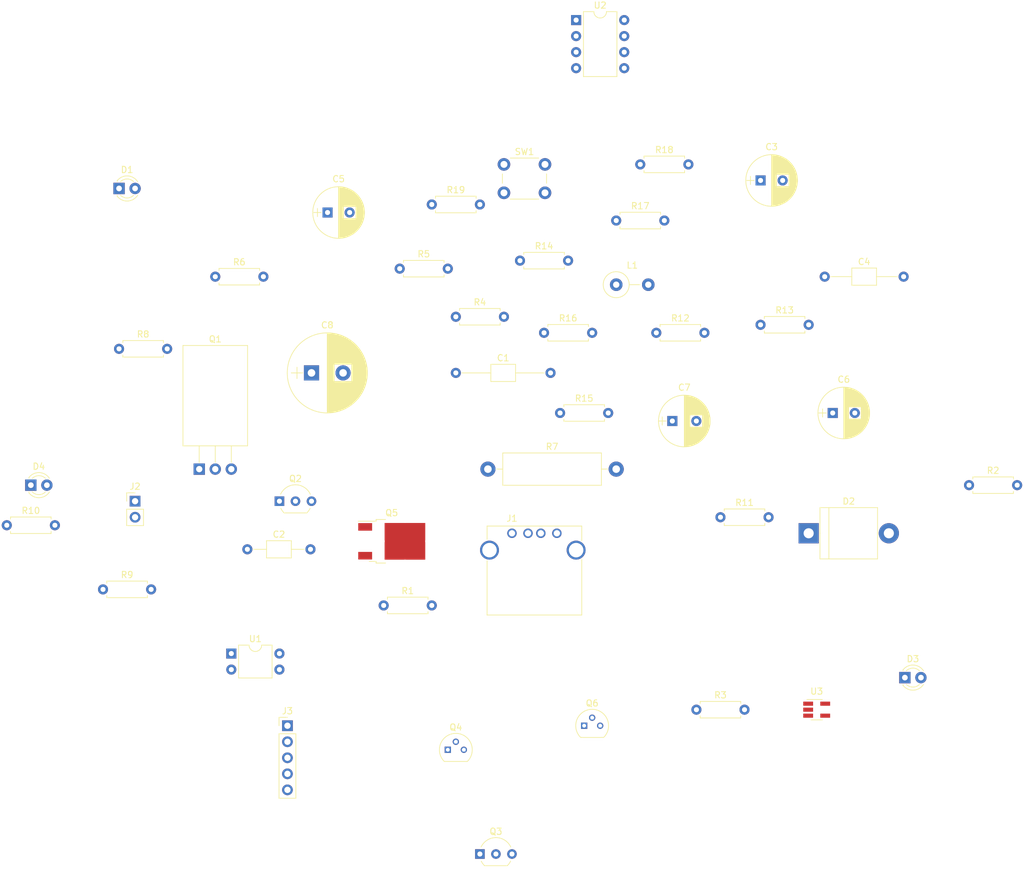
<source format=kicad_pcb>
(kicad_pcb (version 4) (host pcbnew 4.0.7)

  (general
    (links 91)
    (no_connects 87)
    (area 0 0 0 0)
    (thickness 1.6)
    (drawings 0)
    (tracks 0)
    (zones 0)
    (modules 45)
    (nets 30)
  )

  (page A4)
  (layers
    (0 F.Cu signal)
    (31 B.Cu signal)
    (32 B.Adhes user)
    (33 F.Adhes user)
    (34 B.Paste user)
    (35 F.Paste user)
    (36 B.SilkS user)
    (37 F.SilkS user)
    (38 B.Mask user)
    (39 F.Mask user)
    (40 Dwgs.User user)
    (41 Cmts.User user)
    (42 Eco1.User user)
    (43 Eco2.User user)
    (44 Edge.Cuts user)
    (45 Margin user)
    (46 B.CrtYd user)
    (47 F.CrtYd user)
    (48 B.Fab user)
    (49 F.Fab user)
  )

  (setup
    (last_trace_width 0.25)
    (trace_clearance 0.2)
    (zone_clearance 0.508)
    (zone_45_only no)
    (trace_min 0.2)
    (segment_width 0.2)
    (edge_width 0.15)
    (via_size 0.6)
    (via_drill 0.4)
    (via_min_size 0.4)
    (via_min_drill 0.3)
    (uvia_size 0.3)
    (uvia_drill 0.1)
    (uvias_allowed no)
    (uvia_min_size 0.2)
    (uvia_min_drill 0.1)
    (pcb_text_width 0.3)
    (pcb_text_size 1.5 1.5)
    (mod_edge_width 0.15)
    (mod_text_size 1 1)
    (mod_text_width 0.15)
    (pad_size 1.524 1.524)
    (pad_drill 0.762)
    (pad_to_mask_clearance 0.2)
    (aux_axis_origin 0 0)
    (visible_elements FFFFFF7F)
    (pcbplotparams
      (layerselection 0x00030_80000001)
      (usegerberextensions false)
      (excludeedgelayer true)
      (linewidth 0.100000)
      (plotframeref false)
      (viasonmask false)
      (mode 1)
      (useauxorigin false)
      (hpglpennumber 1)
      (hpglpenspeed 20)
      (hpglpendiameter 15)
      (hpglpenoverlay 2)
      (psnegative false)
      (psa4output false)
      (plotreference true)
      (plotvalue true)
      (plotinvisibletext false)
      (padsonsilk false)
      (subtractmaskfromsilk false)
      (outputformat 1)
      (mirror false)
      (drillshape 1)
      (scaleselection 1)
      (outputdirectory ""))
  )

  (net 0 "")
  (net 1 /5v_stepUp)
  (net 2 GND)
  (net 3 "Net-(C2-Pad1)")
  (net 4 /batterie_+)
  (net 5 "Net-(C4-Pad1)")
  (net 6 /5v_usb)
  (net 7 "Net-(D1-Pad2)")
  (net 8 "Net-(D2-Pad2)")
  (net 9 "Net-(D3-Pad1)")
  (net 10 "Net-(D4-Pad2)")
  (net 11 "Net-(J1-Pad3)")
  (net 12 "Net-(J1-Pad2)")
  (net 13 "Net-(J1-Pad5)")
  (net 14 /gpio14/8)
  (net 15 /gpio15/10)
  (net 16 /gpio18/12)
  (net 17 "Net-(Q1-Pad2)")
  (net 18 "Net-(Q1-Pad3)")
  (net 19 /shutdown)
  (net 20 "Net-(Q2-Pad1)")
  (net 21 "Net-(Q3-Pad3)")
  (net 22 "Net-(Q4-Pad2)")
  (net 23 "Net-(Q4-Pad1)")
  (net 24 "Net-(Q5-Pad2)")
  (net 25 "Net-(R1-Pad2)")
  (net 26 "Net-(R10-Pad1)")
  (net 27 "Net-(R11-Pad1)")
  (net 28 "Net-(R11-Pad2)")
  (net 29 "Net-(R13-Pad2)")

  (net_class Default "Ceci est la Netclass par défaut"
    (clearance 0.2)
    (trace_width 0.25)
    (via_dia 0.6)
    (via_drill 0.4)
    (uvia_dia 0.3)
    (uvia_drill 0.1)
    (add_net /5v_stepUp)
    (add_net /5v_usb)
    (add_net /batterie_+)
    (add_net /gpio14/8)
    (add_net /gpio15/10)
    (add_net /gpio18/12)
    (add_net /shutdown)
    (add_net GND)
    (add_net "Net-(C2-Pad1)")
    (add_net "Net-(C4-Pad1)")
    (add_net "Net-(D1-Pad2)")
    (add_net "Net-(D2-Pad2)")
    (add_net "Net-(D3-Pad1)")
    (add_net "Net-(D4-Pad2)")
    (add_net "Net-(J1-Pad2)")
    (add_net "Net-(J1-Pad3)")
    (add_net "Net-(J1-Pad5)")
    (add_net "Net-(Q1-Pad2)")
    (add_net "Net-(Q1-Pad3)")
    (add_net "Net-(Q2-Pad1)")
    (add_net "Net-(Q3-Pad3)")
    (add_net "Net-(Q4-Pad1)")
    (add_net "Net-(Q4-Pad2)")
    (add_net "Net-(Q5-Pad2)")
    (add_net "Net-(R1-Pad2)")
    (add_net "Net-(R10-Pad1)")
    (add_net "Net-(R11-Pad1)")
    (add_net "Net-(R11-Pad2)")
    (add_net "Net-(R13-Pad2)")
  )

  (module Capacitors_THT:C_Axial_L3.8mm_D2.6mm_P15.00mm_Horizontal (layer F.Cu) (tedit 597BC7C2) (tstamp 59CDFA09)
    (at 160.02 92.71)
    (descr "C, Axial series, Axial, Horizontal, pin pitch=15mm, , length*diameter=3.8*2.6mm^2, http://www.vishay.com/docs/45231/arseries.pdf")
    (tags "C Axial series Axial Horizontal pin pitch 15mm  length 3.8mm diameter 2.6mm")
    (path /59CD04FA)
    (fp_text reference C1 (at 7.5 -2.36) (layer F.SilkS)
      (effects (font (size 1 1) (thickness 0.15)))
    )
    (fp_text value 100nF (at 7.5 2.36) (layer F.Fab)
      (effects (font (size 1 1) (thickness 0.15)))
    )
    (fp_line (start 5.6 -1.3) (end 5.6 1.3) (layer F.Fab) (width 0.1))
    (fp_line (start 5.6 1.3) (end 9.4 1.3) (layer F.Fab) (width 0.1))
    (fp_line (start 9.4 1.3) (end 9.4 -1.3) (layer F.Fab) (width 0.1))
    (fp_line (start 9.4 -1.3) (end 5.6 -1.3) (layer F.Fab) (width 0.1))
    (fp_line (start 0 0) (end 5.6 0) (layer F.Fab) (width 0.1))
    (fp_line (start 15 0) (end 9.4 0) (layer F.Fab) (width 0.1))
    (fp_line (start 5.54 -1.36) (end 5.54 1.36) (layer F.SilkS) (width 0.12))
    (fp_line (start 5.54 1.36) (end 9.46 1.36) (layer F.SilkS) (width 0.12))
    (fp_line (start 9.46 1.36) (end 9.46 -1.36) (layer F.SilkS) (width 0.12))
    (fp_line (start 9.46 -1.36) (end 5.54 -1.36) (layer F.SilkS) (width 0.12))
    (fp_line (start 0.98 0) (end 5.54 0) (layer F.SilkS) (width 0.12))
    (fp_line (start 14.02 0) (end 9.46 0) (layer F.SilkS) (width 0.12))
    (fp_line (start -1.05 -1.65) (end -1.05 1.65) (layer F.CrtYd) (width 0.05))
    (fp_line (start -1.05 1.65) (end 16.05 1.65) (layer F.CrtYd) (width 0.05))
    (fp_line (start 16.05 1.65) (end 16.05 -1.65) (layer F.CrtYd) (width 0.05))
    (fp_line (start 16.05 -1.65) (end -1.05 -1.65) (layer F.CrtYd) (width 0.05))
    (fp_text user %R (at 7.5 0) (layer F.Fab)
      (effects (font (size 1 1) (thickness 0.15)))
    )
    (pad 1 thru_hole circle (at 0 0) (size 1.6 1.6) (drill 0.8) (layers *.Cu *.Mask)
      (net 1 /5v_stepUp))
    (pad 2 thru_hole oval (at 15 0) (size 1.6 1.6) (drill 0.8) (layers *.Cu *.Mask)
      (net 2 GND))
    (model ${KISYS3DMOD}/Capacitors_THT.3dshapes/C_Axial_L3.8mm_D2.6mm_P15.00mm_Horizontal.wrl
      (at (xyz 0 0 0))
      (scale (xyz 1 1 1))
      (rotate (xyz 0 0 0))
    )
  )

  (module Capacitors_THT:C_Axial_L3.8mm_D2.6mm_P10.00mm_Horizontal (layer F.Cu) (tedit 597BC7C2) (tstamp 59CDFA0F)
    (at 127 120.65)
    (descr "C, Axial series, Axial, Horizontal, pin pitch=10mm, , length*diameter=3.8*2.6mm^2, http://www.vishay.com/docs/45231/arseries.pdf")
    (tags "C Axial series Axial Horizontal pin pitch 10mm  length 3.8mm diameter 2.6mm")
    (path /59CD021B)
    (fp_text reference C2 (at 5 -2.36) (layer F.SilkS)
      (effects (font (size 1 1) (thickness 0.15)))
    )
    (fp_text value 100pF (at 5 2.36) (layer F.Fab)
      (effects (font (size 1 1) (thickness 0.15)))
    )
    (fp_line (start 3.1 -1.3) (end 3.1 1.3) (layer F.Fab) (width 0.1))
    (fp_line (start 3.1 1.3) (end 6.9 1.3) (layer F.Fab) (width 0.1))
    (fp_line (start 6.9 1.3) (end 6.9 -1.3) (layer F.Fab) (width 0.1))
    (fp_line (start 6.9 -1.3) (end 3.1 -1.3) (layer F.Fab) (width 0.1))
    (fp_line (start 0 0) (end 3.1 0) (layer F.Fab) (width 0.1))
    (fp_line (start 10 0) (end 6.9 0) (layer F.Fab) (width 0.1))
    (fp_line (start 3.04 -1.36) (end 3.04 1.36) (layer F.SilkS) (width 0.12))
    (fp_line (start 3.04 1.36) (end 6.96 1.36) (layer F.SilkS) (width 0.12))
    (fp_line (start 6.96 1.36) (end 6.96 -1.36) (layer F.SilkS) (width 0.12))
    (fp_line (start 6.96 -1.36) (end 3.04 -1.36) (layer F.SilkS) (width 0.12))
    (fp_line (start 0.98 0) (end 3.04 0) (layer F.SilkS) (width 0.12))
    (fp_line (start 9.02 0) (end 6.96 0) (layer F.SilkS) (width 0.12))
    (fp_line (start -1.05 -1.65) (end -1.05 1.65) (layer F.CrtYd) (width 0.05))
    (fp_line (start -1.05 1.65) (end 11.05 1.65) (layer F.CrtYd) (width 0.05))
    (fp_line (start 11.05 1.65) (end 11.05 -1.65) (layer F.CrtYd) (width 0.05))
    (fp_line (start 11.05 -1.65) (end -1.05 -1.65) (layer F.CrtYd) (width 0.05))
    (fp_text user %R (at 5 0) (layer F.Fab)
      (effects (font (size 1 1) (thickness 0.15)))
    )
    (pad 1 thru_hole circle (at 0 0) (size 1.6 1.6) (drill 0.8) (layers *.Cu *.Mask)
      (net 3 "Net-(C2-Pad1)"))
    (pad 2 thru_hole oval (at 10 0) (size 1.6 1.6) (drill 0.8) (layers *.Cu *.Mask)
      (net 1 /5v_stepUp))
    (model ${KISYS3DMOD}/Capacitors_THT.3dshapes/C_Axial_L3.8mm_D2.6mm_P10.00mm_Horizontal.wrl
      (at (xyz 0 0 0))
      (scale (xyz 1 1 1))
      (rotate (xyz 0 0 0))
    )
  )

  (module Capacitors_THT:CP_Radial_D8.0mm_P3.50mm (layer F.Cu) (tedit 597BC7C2) (tstamp 59CDFA15)
    (at 208.28 62.23)
    (descr "CP, Radial series, Radial, pin pitch=3.50mm, , diameter=8mm, Electrolytic Capacitor")
    (tags "CP Radial series Radial pin pitch 3.50mm  diameter 8mm Electrolytic Capacitor")
    (path /59CD0471)
    (fp_text reference C3 (at 1.75 -5.31) (layer F.SilkS)
      (effects (font (size 1 1) (thickness 0.15)))
    )
    (fp_text value 330uF (at 1.75 5.31) (layer F.Fab)
      (effects (font (size 1 1) (thickness 0.15)))
    )
    (fp_circle (center 1.75 0) (end 5.75 0) (layer F.Fab) (width 0.1))
    (fp_circle (center 1.75 0) (end 5.84 0) (layer F.SilkS) (width 0.12))
    (fp_line (start -2.2 0) (end -1 0) (layer F.Fab) (width 0.1))
    (fp_line (start -1.6 -0.65) (end -1.6 0.65) (layer F.Fab) (width 0.1))
    (fp_line (start 1.75 -4.05) (end 1.75 4.05) (layer F.SilkS) (width 0.12))
    (fp_line (start 1.79 -4.05) (end 1.79 4.05) (layer F.SilkS) (width 0.12))
    (fp_line (start 1.83 -4.05) (end 1.83 4.05) (layer F.SilkS) (width 0.12))
    (fp_line (start 1.87 -4.049) (end 1.87 4.049) (layer F.SilkS) (width 0.12))
    (fp_line (start 1.91 -4.047) (end 1.91 4.047) (layer F.SilkS) (width 0.12))
    (fp_line (start 1.95 -4.046) (end 1.95 4.046) (layer F.SilkS) (width 0.12))
    (fp_line (start 1.99 -4.043) (end 1.99 4.043) (layer F.SilkS) (width 0.12))
    (fp_line (start 2.03 -4.041) (end 2.03 4.041) (layer F.SilkS) (width 0.12))
    (fp_line (start 2.07 -4.038) (end 2.07 4.038) (layer F.SilkS) (width 0.12))
    (fp_line (start 2.11 -4.035) (end 2.11 4.035) (layer F.SilkS) (width 0.12))
    (fp_line (start 2.15 -4.031) (end 2.15 4.031) (layer F.SilkS) (width 0.12))
    (fp_line (start 2.19 -4.027) (end 2.19 4.027) (layer F.SilkS) (width 0.12))
    (fp_line (start 2.23 -4.022) (end 2.23 4.022) (layer F.SilkS) (width 0.12))
    (fp_line (start 2.27 -4.017) (end 2.27 4.017) (layer F.SilkS) (width 0.12))
    (fp_line (start 2.31 -4.012) (end 2.31 4.012) (layer F.SilkS) (width 0.12))
    (fp_line (start 2.35 -4.006) (end 2.35 4.006) (layer F.SilkS) (width 0.12))
    (fp_line (start 2.39 -4) (end 2.39 4) (layer F.SilkS) (width 0.12))
    (fp_line (start 2.43 -3.994) (end 2.43 3.994) (layer F.SilkS) (width 0.12))
    (fp_line (start 2.471 -3.987) (end 2.471 3.987) (layer F.SilkS) (width 0.12))
    (fp_line (start 2.511 -3.979) (end 2.511 3.979) (layer F.SilkS) (width 0.12))
    (fp_line (start 2.551 -3.971) (end 2.551 -0.98) (layer F.SilkS) (width 0.12))
    (fp_line (start 2.551 0.98) (end 2.551 3.971) (layer F.SilkS) (width 0.12))
    (fp_line (start 2.591 -3.963) (end 2.591 -0.98) (layer F.SilkS) (width 0.12))
    (fp_line (start 2.591 0.98) (end 2.591 3.963) (layer F.SilkS) (width 0.12))
    (fp_line (start 2.631 -3.955) (end 2.631 -0.98) (layer F.SilkS) (width 0.12))
    (fp_line (start 2.631 0.98) (end 2.631 3.955) (layer F.SilkS) (width 0.12))
    (fp_line (start 2.671 -3.946) (end 2.671 -0.98) (layer F.SilkS) (width 0.12))
    (fp_line (start 2.671 0.98) (end 2.671 3.946) (layer F.SilkS) (width 0.12))
    (fp_line (start 2.711 -3.936) (end 2.711 -0.98) (layer F.SilkS) (width 0.12))
    (fp_line (start 2.711 0.98) (end 2.711 3.936) (layer F.SilkS) (width 0.12))
    (fp_line (start 2.751 -3.926) (end 2.751 -0.98) (layer F.SilkS) (width 0.12))
    (fp_line (start 2.751 0.98) (end 2.751 3.926) (layer F.SilkS) (width 0.12))
    (fp_line (start 2.791 -3.916) (end 2.791 -0.98) (layer F.SilkS) (width 0.12))
    (fp_line (start 2.791 0.98) (end 2.791 3.916) (layer F.SilkS) (width 0.12))
    (fp_line (start 2.831 -3.905) (end 2.831 -0.98) (layer F.SilkS) (width 0.12))
    (fp_line (start 2.831 0.98) (end 2.831 3.905) (layer F.SilkS) (width 0.12))
    (fp_line (start 2.871 -3.894) (end 2.871 -0.98) (layer F.SilkS) (width 0.12))
    (fp_line (start 2.871 0.98) (end 2.871 3.894) (layer F.SilkS) (width 0.12))
    (fp_line (start 2.911 -3.883) (end 2.911 -0.98) (layer F.SilkS) (width 0.12))
    (fp_line (start 2.911 0.98) (end 2.911 3.883) (layer F.SilkS) (width 0.12))
    (fp_line (start 2.951 -3.87) (end 2.951 -0.98) (layer F.SilkS) (width 0.12))
    (fp_line (start 2.951 0.98) (end 2.951 3.87) (layer F.SilkS) (width 0.12))
    (fp_line (start 2.991 -3.858) (end 2.991 -0.98) (layer F.SilkS) (width 0.12))
    (fp_line (start 2.991 0.98) (end 2.991 3.858) (layer F.SilkS) (width 0.12))
    (fp_line (start 3.031 -3.845) (end 3.031 -0.98) (layer F.SilkS) (width 0.12))
    (fp_line (start 3.031 0.98) (end 3.031 3.845) (layer F.SilkS) (width 0.12))
    (fp_line (start 3.071 -3.832) (end 3.071 -0.98) (layer F.SilkS) (width 0.12))
    (fp_line (start 3.071 0.98) (end 3.071 3.832) (layer F.SilkS) (width 0.12))
    (fp_line (start 3.111 -3.818) (end 3.111 -0.98) (layer F.SilkS) (width 0.12))
    (fp_line (start 3.111 0.98) (end 3.111 3.818) (layer F.SilkS) (width 0.12))
    (fp_line (start 3.151 -3.803) (end 3.151 -0.98) (layer F.SilkS) (width 0.12))
    (fp_line (start 3.151 0.98) (end 3.151 3.803) (layer F.SilkS) (width 0.12))
    (fp_line (start 3.191 -3.789) (end 3.191 -0.98) (layer F.SilkS) (width 0.12))
    (fp_line (start 3.191 0.98) (end 3.191 3.789) (layer F.SilkS) (width 0.12))
    (fp_line (start 3.231 -3.773) (end 3.231 -0.98) (layer F.SilkS) (width 0.12))
    (fp_line (start 3.231 0.98) (end 3.231 3.773) (layer F.SilkS) (width 0.12))
    (fp_line (start 3.271 -3.758) (end 3.271 -0.98) (layer F.SilkS) (width 0.12))
    (fp_line (start 3.271 0.98) (end 3.271 3.758) (layer F.SilkS) (width 0.12))
    (fp_line (start 3.311 -3.741) (end 3.311 -0.98) (layer F.SilkS) (width 0.12))
    (fp_line (start 3.311 0.98) (end 3.311 3.741) (layer F.SilkS) (width 0.12))
    (fp_line (start 3.351 -3.725) (end 3.351 -0.98) (layer F.SilkS) (width 0.12))
    (fp_line (start 3.351 0.98) (end 3.351 3.725) (layer F.SilkS) (width 0.12))
    (fp_line (start 3.391 -3.707) (end 3.391 -0.98) (layer F.SilkS) (width 0.12))
    (fp_line (start 3.391 0.98) (end 3.391 3.707) (layer F.SilkS) (width 0.12))
    (fp_line (start 3.431 -3.69) (end 3.431 -0.98) (layer F.SilkS) (width 0.12))
    (fp_line (start 3.431 0.98) (end 3.431 3.69) (layer F.SilkS) (width 0.12))
    (fp_line (start 3.471 -3.671) (end 3.471 -0.98) (layer F.SilkS) (width 0.12))
    (fp_line (start 3.471 0.98) (end 3.471 3.671) (layer F.SilkS) (width 0.12))
    (fp_line (start 3.511 -3.652) (end 3.511 -0.98) (layer F.SilkS) (width 0.12))
    (fp_line (start 3.511 0.98) (end 3.511 3.652) (layer F.SilkS) (width 0.12))
    (fp_line (start 3.551 -3.633) (end 3.551 -0.98) (layer F.SilkS) (width 0.12))
    (fp_line (start 3.551 0.98) (end 3.551 3.633) (layer F.SilkS) (width 0.12))
    (fp_line (start 3.591 -3.613) (end 3.591 -0.98) (layer F.SilkS) (width 0.12))
    (fp_line (start 3.591 0.98) (end 3.591 3.613) (layer F.SilkS) (width 0.12))
    (fp_line (start 3.631 -3.593) (end 3.631 -0.98) (layer F.SilkS) (width 0.12))
    (fp_line (start 3.631 0.98) (end 3.631 3.593) (layer F.SilkS) (width 0.12))
    (fp_line (start 3.671 -3.572) (end 3.671 -0.98) (layer F.SilkS) (width 0.12))
    (fp_line (start 3.671 0.98) (end 3.671 3.572) (layer F.SilkS) (width 0.12))
    (fp_line (start 3.711 -3.55) (end 3.711 -0.98) (layer F.SilkS) (width 0.12))
    (fp_line (start 3.711 0.98) (end 3.711 3.55) (layer F.SilkS) (width 0.12))
    (fp_line (start 3.751 -3.528) (end 3.751 -0.98) (layer F.SilkS) (width 0.12))
    (fp_line (start 3.751 0.98) (end 3.751 3.528) (layer F.SilkS) (width 0.12))
    (fp_line (start 3.791 -3.505) (end 3.791 -0.98) (layer F.SilkS) (width 0.12))
    (fp_line (start 3.791 0.98) (end 3.791 3.505) (layer F.SilkS) (width 0.12))
    (fp_line (start 3.831 -3.482) (end 3.831 -0.98) (layer F.SilkS) (width 0.12))
    (fp_line (start 3.831 0.98) (end 3.831 3.482) (layer F.SilkS) (width 0.12))
    (fp_line (start 3.871 -3.458) (end 3.871 -0.98) (layer F.SilkS) (width 0.12))
    (fp_line (start 3.871 0.98) (end 3.871 3.458) (layer F.SilkS) (width 0.12))
    (fp_line (start 3.911 -3.434) (end 3.911 -0.98) (layer F.SilkS) (width 0.12))
    (fp_line (start 3.911 0.98) (end 3.911 3.434) (layer F.SilkS) (width 0.12))
    (fp_line (start 3.951 -3.408) (end 3.951 -0.98) (layer F.SilkS) (width 0.12))
    (fp_line (start 3.951 0.98) (end 3.951 3.408) (layer F.SilkS) (width 0.12))
    (fp_line (start 3.991 -3.383) (end 3.991 -0.98) (layer F.SilkS) (width 0.12))
    (fp_line (start 3.991 0.98) (end 3.991 3.383) (layer F.SilkS) (width 0.12))
    (fp_line (start 4.031 -3.356) (end 4.031 -0.98) (layer F.SilkS) (width 0.12))
    (fp_line (start 4.031 0.98) (end 4.031 3.356) (layer F.SilkS) (width 0.12))
    (fp_line (start 4.071 -3.329) (end 4.071 -0.98) (layer F.SilkS) (width 0.12))
    (fp_line (start 4.071 0.98) (end 4.071 3.329) (layer F.SilkS) (width 0.12))
    (fp_line (start 4.111 -3.301) (end 4.111 -0.98) (layer F.SilkS) (width 0.12))
    (fp_line (start 4.111 0.98) (end 4.111 3.301) (layer F.SilkS) (width 0.12))
    (fp_line (start 4.151 -3.272) (end 4.151 -0.98) (layer F.SilkS) (width 0.12))
    (fp_line (start 4.151 0.98) (end 4.151 3.272) (layer F.SilkS) (width 0.12))
    (fp_line (start 4.191 -3.243) (end 4.191 -0.98) (layer F.SilkS) (width 0.12))
    (fp_line (start 4.191 0.98) (end 4.191 3.243) (layer F.SilkS) (width 0.12))
    (fp_line (start 4.231 -3.213) (end 4.231 -0.98) (layer F.SilkS) (width 0.12))
    (fp_line (start 4.231 0.98) (end 4.231 3.213) (layer F.SilkS) (width 0.12))
    (fp_line (start 4.271 -3.182) (end 4.271 -0.98) (layer F.SilkS) (width 0.12))
    (fp_line (start 4.271 0.98) (end 4.271 3.182) (layer F.SilkS) (width 0.12))
    (fp_line (start 4.311 -3.15) (end 4.311 -0.98) (layer F.SilkS) (width 0.12))
    (fp_line (start 4.311 0.98) (end 4.311 3.15) (layer F.SilkS) (width 0.12))
    (fp_line (start 4.351 -3.118) (end 4.351 -0.98) (layer F.SilkS) (width 0.12))
    (fp_line (start 4.351 0.98) (end 4.351 3.118) (layer F.SilkS) (width 0.12))
    (fp_line (start 4.391 -3.084) (end 4.391 -0.98) (layer F.SilkS) (width 0.12))
    (fp_line (start 4.391 0.98) (end 4.391 3.084) (layer F.SilkS) (width 0.12))
    (fp_line (start 4.431 -3.05) (end 4.431 -0.98) (layer F.SilkS) (width 0.12))
    (fp_line (start 4.431 0.98) (end 4.431 3.05) (layer F.SilkS) (width 0.12))
    (fp_line (start 4.471 -3.015) (end 4.471 -0.98) (layer F.SilkS) (width 0.12))
    (fp_line (start 4.471 0.98) (end 4.471 3.015) (layer F.SilkS) (width 0.12))
    (fp_line (start 4.511 -2.979) (end 4.511 2.979) (layer F.SilkS) (width 0.12))
    (fp_line (start 4.551 -2.942) (end 4.551 2.942) (layer F.SilkS) (width 0.12))
    (fp_line (start 4.591 -2.904) (end 4.591 2.904) (layer F.SilkS) (width 0.12))
    (fp_line (start 4.631 -2.865) (end 4.631 2.865) (layer F.SilkS) (width 0.12))
    (fp_line (start 4.671 -2.824) (end 4.671 2.824) (layer F.SilkS) (width 0.12))
    (fp_line (start 4.711 -2.783) (end 4.711 2.783) (layer F.SilkS) (width 0.12))
    (fp_line (start 4.751 -2.74) (end 4.751 2.74) (layer F.SilkS) (width 0.12))
    (fp_line (start 4.791 -2.697) (end 4.791 2.697) (layer F.SilkS) (width 0.12))
    (fp_line (start 4.831 -2.652) (end 4.831 2.652) (layer F.SilkS) (width 0.12))
    (fp_line (start 4.871 -2.605) (end 4.871 2.605) (layer F.SilkS) (width 0.12))
    (fp_line (start 4.911 -2.557) (end 4.911 2.557) (layer F.SilkS) (width 0.12))
    (fp_line (start 4.951 -2.508) (end 4.951 2.508) (layer F.SilkS) (width 0.12))
    (fp_line (start 4.991 -2.457) (end 4.991 2.457) (layer F.SilkS) (width 0.12))
    (fp_line (start 5.031 -2.404) (end 5.031 2.404) (layer F.SilkS) (width 0.12))
    (fp_line (start 5.071 -2.349) (end 5.071 2.349) (layer F.SilkS) (width 0.12))
    (fp_line (start 5.111 -2.293) (end 5.111 2.293) (layer F.SilkS) (width 0.12))
    (fp_line (start 5.151 -2.234) (end 5.151 2.234) (layer F.SilkS) (width 0.12))
    (fp_line (start 5.191 -2.173) (end 5.191 2.173) (layer F.SilkS) (width 0.12))
    (fp_line (start 5.231 -2.109) (end 5.231 2.109) (layer F.SilkS) (width 0.12))
    (fp_line (start 5.271 -2.043) (end 5.271 2.043) (layer F.SilkS) (width 0.12))
    (fp_line (start 5.311 -1.974) (end 5.311 1.974) (layer F.SilkS) (width 0.12))
    (fp_line (start 5.351 -1.902) (end 5.351 1.902) (layer F.SilkS) (width 0.12))
    (fp_line (start 5.391 -1.826) (end 5.391 1.826) (layer F.SilkS) (width 0.12))
    (fp_line (start 5.431 -1.745) (end 5.431 1.745) (layer F.SilkS) (width 0.12))
    (fp_line (start 5.471 -1.66) (end 5.471 1.66) (layer F.SilkS) (width 0.12))
    (fp_line (start 5.511 -1.57) (end 5.511 1.57) (layer F.SilkS) (width 0.12))
    (fp_line (start 5.551 -1.473) (end 5.551 1.473) (layer F.SilkS) (width 0.12))
    (fp_line (start 5.591 -1.369) (end 5.591 1.369) (layer F.SilkS) (width 0.12))
    (fp_line (start 5.631 -1.254) (end 5.631 1.254) (layer F.SilkS) (width 0.12))
    (fp_line (start 5.671 -1.127) (end 5.671 1.127) (layer F.SilkS) (width 0.12))
    (fp_line (start 5.711 -0.983) (end 5.711 0.983) (layer F.SilkS) (width 0.12))
    (fp_line (start 5.751 -0.814) (end 5.751 0.814) (layer F.SilkS) (width 0.12))
    (fp_line (start 5.791 -0.598) (end 5.791 0.598) (layer F.SilkS) (width 0.12))
    (fp_line (start 5.831 -0.246) (end 5.831 0.246) (layer F.SilkS) (width 0.12))
    (fp_line (start -2.2 0) (end -1 0) (layer F.SilkS) (width 0.12))
    (fp_line (start -1.6 -0.65) (end -1.6 0.65) (layer F.SilkS) (width 0.12))
    (fp_line (start -2.6 -4.35) (end -2.6 4.35) (layer F.CrtYd) (width 0.05))
    (fp_line (start -2.6 4.35) (end 6.1 4.35) (layer F.CrtYd) (width 0.05))
    (fp_line (start 6.1 4.35) (end 6.1 -4.35) (layer F.CrtYd) (width 0.05))
    (fp_line (start 6.1 -4.35) (end -2.6 -4.35) (layer F.CrtYd) (width 0.05))
    (fp_text user %R (at 1.75 0) (layer F.Fab)
      (effects (font (size 1 1) (thickness 0.15)))
    )
    (pad 1 thru_hole rect (at 0 0) (size 1.6 1.6) (drill 0.8) (layers *.Cu *.Mask)
      (net 4 /batterie_+))
    (pad 2 thru_hole circle (at 3.5 0) (size 1.6 1.6) (drill 0.8) (layers *.Cu *.Mask)
      (net 2 GND))
    (model ${KISYS3DMOD}/Capacitors_THT.3dshapes/CP_Radial_D8.0mm_P3.50mm.wrl
      (at (xyz 0 0 0))
      (scale (xyz 1 1 1))
      (rotate (xyz 0 0 0))
    )
  )

  (module Capacitors_THT:C_Axial_L3.8mm_D2.6mm_P12.50mm_Horizontal (layer F.Cu) (tedit 597BC7C2) (tstamp 59CDFA1B)
    (at 218.44 77.47)
    (descr "C, Axial series, Axial, Horizontal, pin pitch=12.5mm, , length*diameter=3.8*2.6mm^2, http://www.vishay.com/docs/45231/arseries.pdf")
    (tags "C Axial series Axial Horizontal pin pitch 12.5mm  length 3.8mm diameter 2.6mm")
    (path /59CD02CE)
    (fp_text reference C4 (at 6.25 -2.36) (layer F.SilkS)
      (effects (font (size 1 1) (thickness 0.15)))
    )
    (fp_text value 100nF (at 6.25 2.36) (layer F.Fab)
      (effects (font (size 1 1) (thickness 0.15)))
    )
    (fp_line (start 4.35 -1.3) (end 4.35 1.3) (layer F.Fab) (width 0.1))
    (fp_line (start 4.35 1.3) (end 8.15 1.3) (layer F.Fab) (width 0.1))
    (fp_line (start 8.15 1.3) (end 8.15 -1.3) (layer F.Fab) (width 0.1))
    (fp_line (start 8.15 -1.3) (end 4.35 -1.3) (layer F.Fab) (width 0.1))
    (fp_line (start 0 0) (end 4.35 0) (layer F.Fab) (width 0.1))
    (fp_line (start 12.5 0) (end 8.15 0) (layer F.Fab) (width 0.1))
    (fp_line (start 4.29 -1.36) (end 4.29 1.36) (layer F.SilkS) (width 0.12))
    (fp_line (start 4.29 1.36) (end 8.21 1.36) (layer F.SilkS) (width 0.12))
    (fp_line (start 8.21 1.36) (end 8.21 -1.36) (layer F.SilkS) (width 0.12))
    (fp_line (start 8.21 -1.36) (end 4.29 -1.36) (layer F.SilkS) (width 0.12))
    (fp_line (start 0.98 0) (end 4.29 0) (layer F.SilkS) (width 0.12))
    (fp_line (start 11.52 0) (end 8.21 0) (layer F.SilkS) (width 0.12))
    (fp_line (start -1.05 -1.65) (end -1.05 1.65) (layer F.CrtYd) (width 0.05))
    (fp_line (start -1.05 1.65) (end 13.55 1.65) (layer F.CrtYd) (width 0.05))
    (fp_line (start 13.55 1.65) (end 13.55 -1.65) (layer F.CrtYd) (width 0.05))
    (fp_line (start 13.55 -1.65) (end -1.05 -1.65) (layer F.CrtYd) (width 0.05))
    (fp_text user %R (at 6.25 0) (layer F.Fab)
      (effects (font (size 1 1) (thickness 0.15)))
    )
    (pad 1 thru_hole circle (at 0 0) (size 1.6 1.6) (drill 0.8) (layers *.Cu *.Mask)
      (net 5 "Net-(C4-Pad1)"))
    (pad 2 thru_hole oval (at 12.5 0) (size 1.6 1.6) (drill 0.8) (layers *.Cu *.Mask)
      (net 2 GND))
    (model ${KISYS3DMOD}/Capacitors_THT.3dshapes/C_Axial_L3.8mm_D2.6mm_P12.50mm_Horizontal.wrl
      (at (xyz 0 0 0))
      (scale (xyz 1 1 1))
      (rotate (xyz 0 0 0))
    )
  )

  (module Capacitors_THT:CP_Radial_D8.0mm_P3.50mm (layer F.Cu) (tedit 597BC7C2) (tstamp 59CDFA21)
    (at 139.7 67.31)
    (descr "CP, Radial series, Radial, pin pitch=3.50mm, , diameter=8mm, Electrolytic Capacitor")
    (tags "CP Radial series Radial pin pitch 3.50mm  diameter 8mm Electrolytic Capacitor")
    (path /59CD03C6)
    (fp_text reference C5 (at 1.75 -5.31) (layer F.SilkS)
      (effects (font (size 1 1) (thickness 0.15)))
    )
    (fp_text value 330uF (at 1.75 5.31) (layer F.Fab)
      (effects (font (size 1 1) (thickness 0.15)))
    )
    (fp_circle (center 1.75 0) (end 5.75 0) (layer F.Fab) (width 0.1))
    (fp_circle (center 1.75 0) (end 5.84 0) (layer F.SilkS) (width 0.12))
    (fp_line (start -2.2 0) (end -1 0) (layer F.Fab) (width 0.1))
    (fp_line (start -1.6 -0.65) (end -1.6 0.65) (layer F.Fab) (width 0.1))
    (fp_line (start 1.75 -4.05) (end 1.75 4.05) (layer F.SilkS) (width 0.12))
    (fp_line (start 1.79 -4.05) (end 1.79 4.05) (layer F.SilkS) (width 0.12))
    (fp_line (start 1.83 -4.05) (end 1.83 4.05) (layer F.SilkS) (width 0.12))
    (fp_line (start 1.87 -4.049) (end 1.87 4.049) (layer F.SilkS) (width 0.12))
    (fp_line (start 1.91 -4.047) (end 1.91 4.047) (layer F.SilkS) (width 0.12))
    (fp_line (start 1.95 -4.046) (end 1.95 4.046) (layer F.SilkS) (width 0.12))
    (fp_line (start 1.99 -4.043) (end 1.99 4.043) (layer F.SilkS) (width 0.12))
    (fp_line (start 2.03 -4.041) (end 2.03 4.041) (layer F.SilkS) (width 0.12))
    (fp_line (start 2.07 -4.038) (end 2.07 4.038) (layer F.SilkS) (width 0.12))
    (fp_line (start 2.11 -4.035) (end 2.11 4.035) (layer F.SilkS) (width 0.12))
    (fp_line (start 2.15 -4.031) (end 2.15 4.031) (layer F.SilkS) (width 0.12))
    (fp_line (start 2.19 -4.027) (end 2.19 4.027) (layer F.SilkS) (width 0.12))
    (fp_line (start 2.23 -4.022) (end 2.23 4.022) (layer F.SilkS) (width 0.12))
    (fp_line (start 2.27 -4.017) (end 2.27 4.017) (layer F.SilkS) (width 0.12))
    (fp_line (start 2.31 -4.012) (end 2.31 4.012) (layer F.SilkS) (width 0.12))
    (fp_line (start 2.35 -4.006) (end 2.35 4.006) (layer F.SilkS) (width 0.12))
    (fp_line (start 2.39 -4) (end 2.39 4) (layer F.SilkS) (width 0.12))
    (fp_line (start 2.43 -3.994) (end 2.43 3.994) (layer F.SilkS) (width 0.12))
    (fp_line (start 2.471 -3.987) (end 2.471 3.987) (layer F.SilkS) (width 0.12))
    (fp_line (start 2.511 -3.979) (end 2.511 3.979) (layer F.SilkS) (width 0.12))
    (fp_line (start 2.551 -3.971) (end 2.551 -0.98) (layer F.SilkS) (width 0.12))
    (fp_line (start 2.551 0.98) (end 2.551 3.971) (layer F.SilkS) (width 0.12))
    (fp_line (start 2.591 -3.963) (end 2.591 -0.98) (layer F.SilkS) (width 0.12))
    (fp_line (start 2.591 0.98) (end 2.591 3.963) (layer F.SilkS) (width 0.12))
    (fp_line (start 2.631 -3.955) (end 2.631 -0.98) (layer F.SilkS) (width 0.12))
    (fp_line (start 2.631 0.98) (end 2.631 3.955) (layer F.SilkS) (width 0.12))
    (fp_line (start 2.671 -3.946) (end 2.671 -0.98) (layer F.SilkS) (width 0.12))
    (fp_line (start 2.671 0.98) (end 2.671 3.946) (layer F.SilkS) (width 0.12))
    (fp_line (start 2.711 -3.936) (end 2.711 -0.98) (layer F.SilkS) (width 0.12))
    (fp_line (start 2.711 0.98) (end 2.711 3.936) (layer F.SilkS) (width 0.12))
    (fp_line (start 2.751 -3.926) (end 2.751 -0.98) (layer F.SilkS) (width 0.12))
    (fp_line (start 2.751 0.98) (end 2.751 3.926) (layer F.SilkS) (width 0.12))
    (fp_line (start 2.791 -3.916) (end 2.791 -0.98) (layer F.SilkS) (width 0.12))
    (fp_line (start 2.791 0.98) (end 2.791 3.916) (layer F.SilkS) (width 0.12))
    (fp_line (start 2.831 -3.905) (end 2.831 -0.98) (layer F.SilkS) (width 0.12))
    (fp_line (start 2.831 0.98) (end 2.831 3.905) (layer F.SilkS) (width 0.12))
    (fp_line (start 2.871 -3.894) (end 2.871 -0.98) (layer F.SilkS) (width 0.12))
    (fp_line (start 2.871 0.98) (end 2.871 3.894) (layer F.SilkS) (width 0.12))
    (fp_line (start 2.911 -3.883) (end 2.911 -0.98) (layer F.SilkS) (width 0.12))
    (fp_line (start 2.911 0.98) (end 2.911 3.883) (layer F.SilkS) (width 0.12))
    (fp_line (start 2.951 -3.87) (end 2.951 -0.98) (layer F.SilkS) (width 0.12))
    (fp_line (start 2.951 0.98) (end 2.951 3.87) (layer F.SilkS) (width 0.12))
    (fp_line (start 2.991 -3.858) (end 2.991 -0.98) (layer F.SilkS) (width 0.12))
    (fp_line (start 2.991 0.98) (end 2.991 3.858) (layer F.SilkS) (width 0.12))
    (fp_line (start 3.031 -3.845) (end 3.031 -0.98) (layer F.SilkS) (width 0.12))
    (fp_line (start 3.031 0.98) (end 3.031 3.845) (layer F.SilkS) (width 0.12))
    (fp_line (start 3.071 -3.832) (end 3.071 -0.98) (layer F.SilkS) (width 0.12))
    (fp_line (start 3.071 0.98) (end 3.071 3.832) (layer F.SilkS) (width 0.12))
    (fp_line (start 3.111 -3.818) (end 3.111 -0.98) (layer F.SilkS) (width 0.12))
    (fp_line (start 3.111 0.98) (end 3.111 3.818) (layer F.SilkS) (width 0.12))
    (fp_line (start 3.151 -3.803) (end 3.151 -0.98) (layer F.SilkS) (width 0.12))
    (fp_line (start 3.151 0.98) (end 3.151 3.803) (layer F.SilkS) (width 0.12))
    (fp_line (start 3.191 -3.789) (end 3.191 -0.98) (layer F.SilkS) (width 0.12))
    (fp_line (start 3.191 0.98) (end 3.191 3.789) (layer F.SilkS) (width 0.12))
    (fp_line (start 3.231 -3.773) (end 3.231 -0.98) (layer F.SilkS) (width 0.12))
    (fp_line (start 3.231 0.98) (end 3.231 3.773) (layer F.SilkS) (width 0.12))
    (fp_line (start 3.271 -3.758) (end 3.271 -0.98) (layer F.SilkS) (width 0.12))
    (fp_line (start 3.271 0.98) (end 3.271 3.758) (layer F.SilkS) (width 0.12))
    (fp_line (start 3.311 -3.741) (end 3.311 -0.98) (layer F.SilkS) (width 0.12))
    (fp_line (start 3.311 0.98) (end 3.311 3.741) (layer F.SilkS) (width 0.12))
    (fp_line (start 3.351 -3.725) (end 3.351 -0.98) (layer F.SilkS) (width 0.12))
    (fp_line (start 3.351 0.98) (end 3.351 3.725) (layer F.SilkS) (width 0.12))
    (fp_line (start 3.391 -3.707) (end 3.391 -0.98) (layer F.SilkS) (width 0.12))
    (fp_line (start 3.391 0.98) (end 3.391 3.707) (layer F.SilkS) (width 0.12))
    (fp_line (start 3.431 -3.69) (end 3.431 -0.98) (layer F.SilkS) (width 0.12))
    (fp_line (start 3.431 0.98) (end 3.431 3.69) (layer F.SilkS) (width 0.12))
    (fp_line (start 3.471 -3.671) (end 3.471 -0.98) (layer F.SilkS) (width 0.12))
    (fp_line (start 3.471 0.98) (end 3.471 3.671) (layer F.SilkS) (width 0.12))
    (fp_line (start 3.511 -3.652) (end 3.511 -0.98) (layer F.SilkS) (width 0.12))
    (fp_line (start 3.511 0.98) (end 3.511 3.652) (layer F.SilkS) (width 0.12))
    (fp_line (start 3.551 -3.633) (end 3.551 -0.98) (layer F.SilkS) (width 0.12))
    (fp_line (start 3.551 0.98) (end 3.551 3.633) (layer F.SilkS) (width 0.12))
    (fp_line (start 3.591 -3.613) (end 3.591 -0.98) (layer F.SilkS) (width 0.12))
    (fp_line (start 3.591 0.98) (end 3.591 3.613) (layer F.SilkS) (width 0.12))
    (fp_line (start 3.631 -3.593) (end 3.631 -0.98) (layer F.SilkS) (width 0.12))
    (fp_line (start 3.631 0.98) (end 3.631 3.593) (layer F.SilkS) (width 0.12))
    (fp_line (start 3.671 -3.572) (end 3.671 -0.98) (layer F.SilkS) (width 0.12))
    (fp_line (start 3.671 0.98) (end 3.671 3.572) (layer F.SilkS) (width 0.12))
    (fp_line (start 3.711 -3.55) (end 3.711 -0.98) (layer F.SilkS) (width 0.12))
    (fp_line (start 3.711 0.98) (end 3.711 3.55) (layer F.SilkS) (width 0.12))
    (fp_line (start 3.751 -3.528) (end 3.751 -0.98) (layer F.SilkS) (width 0.12))
    (fp_line (start 3.751 0.98) (end 3.751 3.528) (layer F.SilkS) (width 0.12))
    (fp_line (start 3.791 -3.505) (end 3.791 -0.98) (layer F.SilkS) (width 0.12))
    (fp_line (start 3.791 0.98) (end 3.791 3.505) (layer F.SilkS) (width 0.12))
    (fp_line (start 3.831 -3.482) (end 3.831 -0.98) (layer F.SilkS) (width 0.12))
    (fp_line (start 3.831 0.98) (end 3.831 3.482) (layer F.SilkS) (width 0.12))
    (fp_line (start 3.871 -3.458) (end 3.871 -0.98) (layer F.SilkS) (width 0.12))
    (fp_line (start 3.871 0.98) (end 3.871 3.458) (layer F.SilkS) (width 0.12))
    (fp_line (start 3.911 -3.434) (end 3.911 -0.98) (layer F.SilkS) (width 0.12))
    (fp_line (start 3.911 0.98) (end 3.911 3.434) (layer F.SilkS) (width 0.12))
    (fp_line (start 3.951 -3.408) (end 3.951 -0.98) (layer F.SilkS) (width 0.12))
    (fp_line (start 3.951 0.98) (end 3.951 3.408) (layer F.SilkS) (width 0.12))
    (fp_line (start 3.991 -3.383) (end 3.991 -0.98) (layer F.SilkS) (width 0.12))
    (fp_line (start 3.991 0.98) (end 3.991 3.383) (layer F.SilkS) (width 0.12))
    (fp_line (start 4.031 -3.356) (end 4.031 -0.98) (layer F.SilkS) (width 0.12))
    (fp_line (start 4.031 0.98) (end 4.031 3.356) (layer F.SilkS) (width 0.12))
    (fp_line (start 4.071 -3.329) (end 4.071 -0.98) (layer F.SilkS) (width 0.12))
    (fp_line (start 4.071 0.98) (end 4.071 3.329) (layer F.SilkS) (width 0.12))
    (fp_line (start 4.111 -3.301) (end 4.111 -0.98) (layer F.SilkS) (width 0.12))
    (fp_line (start 4.111 0.98) (end 4.111 3.301) (layer F.SilkS) (width 0.12))
    (fp_line (start 4.151 -3.272) (end 4.151 -0.98) (layer F.SilkS) (width 0.12))
    (fp_line (start 4.151 0.98) (end 4.151 3.272) (layer F.SilkS) (width 0.12))
    (fp_line (start 4.191 -3.243) (end 4.191 -0.98) (layer F.SilkS) (width 0.12))
    (fp_line (start 4.191 0.98) (end 4.191 3.243) (layer F.SilkS) (width 0.12))
    (fp_line (start 4.231 -3.213) (end 4.231 -0.98) (layer F.SilkS) (width 0.12))
    (fp_line (start 4.231 0.98) (end 4.231 3.213) (layer F.SilkS) (width 0.12))
    (fp_line (start 4.271 -3.182) (end 4.271 -0.98) (layer F.SilkS) (width 0.12))
    (fp_line (start 4.271 0.98) (end 4.271 3.182) (layer F.SilkS) (width 0.12))
    (fp_line (start 4.311 -3.15) (end 4.311 -0.98) (layer F.SilkS) (width 0.12))
    (fp_line (start 4.311 0.98) (end 4.311 3.15) (layer F.SilkS) (width 0.12))
    (fp_line (start 4.351 -3.118) (end 4.351 -0.98) (layer F.SilkS) (width 0.12))
    (fp_line (start 4.351 0.98) (end 4.351 3.118) (layer F.SilkS) (width 0.12))
    (fp_line (start 4.391 -3.084) (end 4.391 -0.98) (layer F.SilkS) (width 0.12))
    (fp_line (start 4.391 0.98) (end 4.391 3.084) (layer F.SilkS) (width 0.12))
    (fp_line (start 4.431 -3.05) (end 4.431 -0.98) (layer F.SilkS) (width 0.12))
    (fp_line (start 4.431 0.98) (end 4.431 3.05) (layer F.SilkS) (width 0.12))
    (fp_line (start 4.471 -3.015) (end 4.471 -0.98) (layer F.SilkS) (width 0.12))
    (fp_line (start 4.471 0.98) (end 4.471 3.015) (layer F.SilkS) (width 0.12))
    (fp_line (start 4.511 -2.979) (end 4.511 2.979) (layer F.SilkS) (width 0.12))
    (fp_line (start 4.551 -2.942) (end 4.551 2.942) (layer F.SilkS) (width 0.12))
    (fp_line (start 4.591 -2.904) (end 4.591 2.904) (layer F.SilkS) (width 0.12))
    (fp_line (start 4.631 -2.865) (end 4.631 2.865) (layer F.SilkS) (width 0.12))
    (fp_line (start 4.671 -2.824) (end 4.671 2.824) (layer F.SilkS) (width 0.12))
    (fp_line (start 4.711 -2.783) (end 4.711 2.783) (layer F.SilkS) (width 0.12))
    (fp_line (start 4.751 -2.74) (end 4.751 2.74) (layer F.SilkS) (width 0.12))
    (fp_line (start 4.791 -2.697) (end 4.791 2.697) (layer F.SilkS) (width 0.12))
    (fp_line (start 4.831 -2.652) (end 4.831 2.652) (layer F.SilkS) (width 0.12))
    (fp_line (start 4.871 -2.605) (end 4.871 2.605) (layer F.SilkS) (width 0.12))
    (fp_line (start 4.911 -2.557) (end 4.911 2.557) (layer F.SilkS) (width 0.12))
    (fp_line (start 4.951 -2.508) (end 4.951 2.508) (layer F.SilkS) (width 0.12))
    (fp_line (start 4.991 -2.457) (end 4.991 2.457) (layer F.SilkS) (width 0.12))
    (fp_line (start 5.031 -2.404) (end 5.031 2.404) (layer F.SilkS) (width 0.12))
    (fp_line (start 5.071 -2.349) (end 5.071 2.349) (layer F.SilkS) (width 0.12))
    (fp_line (start 5.111 -2.293) (end 5.111 2.293) (layer F.SilkS) (width 0.12))
    (fp_line (start 5.151 -2.234) (end 5.151 2.234) (layer F.SilkS) (width 0.12))
    (fp_line (start 5.191 -2.173) (end 5.191 2.173) (layer F.SilkS) (width 0.12))
    (fp_line (start 5.231 -2.109) (end 5.231 2.109) (layer F.SilkS) (width 0.12))
    (fp_line (start 5.271 -2.043) (end 5.271 2.043) (layer F.SilkS) (width 0.12))
    (fp_line (start 5.311 -1.974) (end 5.311 1.974) (layer F.SilkS) (width 0.12))
    (fp_line (start 5.351 -1.902) (end 5.351 1.902) (layer F.SilkS) (width 0.12))
    (fp_line (start 5.391 -1.826) (end 5.391 1.826) (layer F.SilkS) (width 0.12))
    (fp_line (start 5.431 -1.745) (end 5.431 1.745) (layer F.SilkS) (width 0.12))
    (fp_line (start 5.471 -1.66) (end 5.471 1.66) (layer F.SilkS) (width 0.12))
    (fp_line (start 5.511 -1.57) (end 5.511 1.57) (layer F.SilkS) (width 0.12))
    (fp_line (start 5.551 -1.473) (end 5.551 1.473) (layer F.SilkS) (width 0.12))
    (fp_line (start 5.591 -1.369) (end 5.591 1.369) (layer F.SilkS) (width 0.12))
    (fp_line (start 5.631 -1.254) (end 5.631 1.254) (layer F.SilkS) (width 0.12))
    (fp_line (start 5.671 -1.127) (end 5.671 1.127) (layer F.SilkS) (width 0.12))
    (fp_line (start 5.711 -0.983) (end 5.711 0.983) (layer F.SilkS) (width 0.12))
    (fp_line (start 5.751 -0.814) (end 5.751 0.814) (layer F.SilkS) (width 0.12))
    (fp_line (start 5.791 -0.598) (end 5.791 0.598) (layer F.SilkS) (width 0.12))
    (fp_line (start 5.831 -0.246) (end 5.831 0.246) (layer F.SilkS) (width 0.12))
    (fp_line (start -2.2 0) (end -1 0) (layer F.SilkS) (width 0.12))
    (fp_line (start -1.6 -0.65) (end -1.6 0.65) (layer F.SilkS) (width 0.12))
    (fp_line (start -2.6 -4.35) (end -2.6 4.35) (layer F.CrtYd) (width 0.05))
    (fp_line (start -2.6 4.35) (end 6.1 4.35) (layer F.CrtYd) (width 0.05))
    (fp_line (start 6.1 4.35) (end 6.1 -4.35) (layer F.CrtYd) (width 0.05))
    (fp_line (start 6.1 -4.35) (end -2.6 -4.35) (layer F.CrtYd) (width 0.05))
    (fp_text user %R (at 1.75 0) (layer F.Fab)
      (effects (font (size 1 1) (thickness 0.15)))
    )
    (pad 1 thru_hole rect (at 0 0) (size 1.6 1.6) (drill 0.8) (layers *.Cu *.Mask)
      (net 1 /5v_stepUp))
    (pad 2 thru_hole circle (at 3.5 0) (size 1.6 1.6) (drill 0.8) (layers *.Cu *.Mask)
      (net 2 GND))
    (model ${KISYS3DMOD}/Capacitors_THT.3dshapes/CP_Radial_D8.0mm_P3.50mm.wrl
      (at (xyz 0 0 0))
      (scale (xyz 1 1 1))
      (rotate (xyz 0 0 0))
    )
  )

  (module Capacitors_THT:CP_Radial_D8.0mm_P3.50mm (layer F.Cu) (tedit 597BC7C2) (tstamp 59CDFA27)
    (at 219.71 99.06)
    (descr "CP, Radial series, Radial, pin pitch=3.50mm, , diameter=8mm, Electrolytic Capacitor")
    (tags "CP Radial series Radial pin pitch 3.50mm  diameter 8mm Electrolytic Capacitor")
    (path /59CE2DF6)
    (fp_text reference C6 (at 1.75 -5.31) (layer F.SilkS)
      (effects (font (size 1 1) (thickness 0.15)))
    )
    (fp_text value 4.7uF (at 1.75 5.31) (layer F.Fab)
      (effects (font (size 1 1) (thickness 0.15)))
    )
    (fp_circle (center 1.75 0) (end 5.75 0) (layer F.Fab) (width 0.1))
    (fp_circle (center 1.75 0) (end 5.84 0) (layer F.SilkS) (width 0.12))
    (fp_line (start -2.2 0) (end -1 0) (layer F.Fab) (width 0.1))
    (fp_line (start -1.6 -0.65) (end -1.6 0.65) (layer F.Fab) (width 0.1))
    (fp_line (start 1.75 -4.05) (end 1.75 4.05) (layer F.SilkS) (width 0.12))
    (fp_line (start 1.79 -4.05) (end 1.79 4.05) (layer F.SilkS) (width 0.12))
    (fp_line (start 1.83 -4.05) (end 1.83 4.05) (layer F.SilkS) (width 0.12))
    (fp_line (start 1.87 -4.049) (end 1.87 4.049) (layer F.SilkS) (width 0.12))
    (fp_line (start 1.91 -4.047) (end 1.91 4.047) (layer F.SilkS) (width 0.12))
    (fp_line (start 1.95 -4.046) (end 1.95 4.046) (layer F.SilkS) (width 0.12))
    (fp_line (start 1.99 -4.043) (end 1.99 4.043) (layer F.SilkS) (width 0.12))
    (fp_line (start 2.03 -4.041) (end 2.03 4.041) (layer F.SilkS) (width 0.12))
    (fp_line (start 2.07 -4.038) (end 2.07 4.038) (layer F.SilkS) (width 0.12))
    (fp_line (start 2.11 -4.035) (end 2.11 4.035) (layer F.SilkS) (width 0.12))
    (fp_line (start 2.15 -4.031) (end 2.15 4.031) (layer F.SilkS) (width 0.12))
    (fp_line (start 2.19 -4.027) (end 2.19 4.027) (layer F.SilkS) (width 0.12))
    (fp_line (start 2.23 -4.022) (end 2.23 4.022) (layer F.SilkS) (width 0.12))
    (fp_line (start 2.27 -4.017) (end 2.27 4.017) (layer F.SilkS) (width 0.12))
    (fp_line (start 2.31 -4.012) (end 2.31 4.012) (layer F.SilkS) (width 0.12))
    (fp_line (start 2.35 -4.006) (end 2.35 4.006) (layer F.SilkS) (width 0.12))
    (fp_line (start 2.39 -4) (end 2.39 4) (layer F.SilkS) (width 0.12))
    (fp_line (start 2.43 -3.994) (end 2.43 3.994) (layer F.SilkS) (width 0.12))
    (fp_line (start 2.471 -3.987) (end 2.471 3.987) (layer F.SilkS) (width 0.12))
    (fp_line (start 2.511 -3.979) (end 2.511 3.979) (layer F.SilkS) (width 0.12))
    (fp_line (start 2.551 -3.971) (end 2.551 -0.98) (layer F.SilkS) (width 0.12))
    (fp_line (start 2.551 0.98) (end 2.551 3.971) (layer F.SilkS) (width 0.12))
    (fp_line (start 2.591 -3.963) (end 2.591 -0.98) (layer F.SilkS) (width 0.12))
    (fp_line (start 2.591 0.98) (end 2.591 3.963) (layer F.SilkS) (width 0.12))
    (fp_line (start 2.631 -3.955) (end 2.631 -0.98) (layer F.SilkS) (width 0.12))
    (fp_line (start 2.631 0.98) (end 2.631 3.955) (layer F.SilkS) (width 0.12))
    (fp_line (start 2.671 -3.946) (end 2.671 -0.98) (layer F.SilkS) (width 0.12))
    (fp_line (start 2.671 0.98) (end 2.671 3.946) (layer F.SilkS) (width 0.12))
    (fp_line (start 2.711 -3.936) (end 2.711 -0.98) (layer F.SilkS) (width 0.12))
    (fp_line (start 2.711 0.98) (end 2.711 3.936) (layer F.SilkS) (width 0.12))
    (fp_line (start 2.751 -3.926) (end 2.751 -0.98) (layer F.SilkS) (width 0.12))
    (fp_line (start 2.751 0.98) (end 2.751 3.926) (layer F.SilkS) (width 0.12))
    (fp_line (start 2.791 -3.916) (end 2.791 -0.98) (layer F.SilkS) (width 0.12))
    (fp_line (start 2.791 0.98) (end 2.791 3.916) (layer F.SilkS) (width 0.12))
    (fp_line (start 2.831 -3.905) (end 2.831 -0.98) (layer F.SilkS) (width 0.12))
    (fp_line (start 2.831 0.98) (end 2.831 3.905) (layer F.SilkS) (width 0.12))
    (fp_line (start 2.871 -3.894) (end 2.871 -0.98) (layer F.SilkS) (width 0.12))
    (fp_line (start 2.871 0.98) (end 2.871 3.894) (layer F.SilkS) (width 0.12))
    (fp_line (start 2.911 -3.883) (end 2.911 -0.98) (layer F.SilkS) (width 0.12))
    (fp_line (start 2.911 0.98) (end 2.911 3.883) (layer F.SilkS) (width 0.12))
    (fp_line (start 2.951 -3.87) (end 2.951 -0.98) (layer F.SilkS) (width 0.12))
    (fp_line (start 2.951 0.98) (end 2.951 3.87) (layer F.SilkS) (width 0.12))
    (fp_line (start 2.991 -3.858) (end 2.991 -0.98) (layer F.SilkS) (width 0.12))
    (fp_line (start 2.991 0.98) (end 2.991 3.858) (layer F.SilkS) (width 0.12))
    (fp_line (start 3.031 -3.845) (end 3.031 -0.98) (layer F.SilkS) (width 0.12))
    (fp_line (start 3.031 0.98) (end 3.031 3.845) (layer F.SilkS) (width 0.12))
    (fp_line (start 3.071 -3.832) (end 3.071 -0.98) (layer F.SilkS) (width 0.12))
    (fp_line (start 3.071 0.98) (end 3.071 3.832) (layer F.SilkS) (width 0.12))
    (fp_line (start 3.111 -3.818) (end 3.111 -0.98) (layer F.SilkS) (width 0.12))
    (fp_line (start 3.111 0.98) (end 3.111 3.818) (layer F.SilkS) (width 0.12))
    (fp_line (start 3.151 -3.803) (end 3.151 -0.98) (layer F.SilkS) (width 0.12))
    (fp_line (start 3.151 0.98) (end 3.151 3.803) (layer F.SilkS) (width 0.12))
    (fp_line (start 3.191 -3.789) (end 3.191 -0.98) (layer F.SilkS) (width 0.12))
    (fp_line (start 3.191 0.98) (end 3.191 3.789) (layer F.SilkS) (width 0.12))
    (fp_line (start 3.231 -3.773) (end 3.231 -0.98) (layer F.SilkS) (width 0.12))
    (fp_line (start 3.231 0.98) (end 3.231 3.773) (layer F.SilkS) (width 0.12))
    (fp_line (start 3.271 -3.758) (end 3.271 -0.98) (layer F.SilkS) (width 0.12))
    (fp_line (start 3.271 0.98) (end 3.271 3.758) (layer F.SilkS) (width 0.12))
    (fp_line (start 3.311 -3.741) (end 3.311 -0.98) (layer F.SilkS) (width 0.12))
    (fp_line (start 3.311 0.98) (end 3.311 3.741) (layer F.SilkS) (width 0.12))
    (fp_line (start 3.351 -3.725) (end 3.351 -0.98) (layer F.SilkS) (width 0.12))
    (fp_line (start 3.351 0.98) (end 3.351 3.725) (layer F.SilkS) (width 0.12))
    (fp_line (start 3.391 -3.707) (end 3.391 -0.98) (layer F.SilkS) (width 0.12))
    (fp_line (start 3.391 0.98) (end 3.391 3.707) (layer F.SilkS) (width 0.12))
    (fp_line (start 3.431 -3.69) (end 3.431 -0.98) (layer F.SilkS) (width 0.12))
    (fp_line (start 3.431 0.98) (end 3.431 3.69) (layer F.SilkS) (width 0.12))
    (fp_line (start 3.471 -3.671) (end 3.471 -0.98) (layer F.SilkS) (width 0.12))
    (fp_line (start 3.471 0.98) (end 3.471 3.671) (layer F.SilkS) (width 0.12))
    (fp_line (start 3.511 -3.652) (end 3.511 -0.98) (layer F.SilkS) (width 0.12))
    (fp_line (start 3.511 0.98) (end 3.511 3.652) (layer F.SilkS) (width 0.12))
    (fp_line (start 3.551 -3.633) (end 3.551 -0.98) (layer F.SilkS) (width 0.12))
    (fp_line (start 3.551 0.98) (end 3.551 3.633) (layer F.SilkS) (width 0.12))
    (fp_line (start 3.591 -3.613) (end 3.591 -0.98) (layer F.SilkS) (width 0.12))
    (fp_line (start 3.591 0.98) (end 3.591 3.613) (layer F.SilkS) (width 0.12))
    (fp_line (start 3.631 -3.593) (end 3.631 -0.98) (layer F.SilkS) (width 0.12))
    (fp_line (start 3.631 0.98) (end 3.631 3.593) (layer F.SilkS) (width 0.12))
    (fp_line (start 3.671 -3.572) (end 3.671 -0.98) (layer F.SilkS) (width 0.12))
    (fp_line (start 3.671 0.98) (end 3.671 3.572) (layer F.SilkS) (width 0.12))
    (fp_line (start 3.711 -3.55) (end 3.711 -0.98) (layer F.SilkS) (width 0.12))
    (fp_line (start 3.711 0.98) (end 3.711 3.55) (layer F.SilkS) (width 0.12))
    (fp_line (start 3.751 -3.528) (end 3.751 -0.98) (layer F.SilkS) (width 0.12))
    (fp_line (start 3.751 0.98) (end 3.751 3.528) (layer F.SilkS) (width 0.12))
    (fp_line (start 3.791 -3.505) (end 3.791 -0.98) (layer F.SilkS) (width 0.12))
    (fp_line (start 3.791 0.98) (end 3.791 3.505) (layer F.SilkS) (width 0.12))
    (fp_line (start 3.831 -3.482) (end 3.831 -0.98) (layer F.SilkS) (width 0.12))
    (fp_line (start 3.831 0.98) (end 3.831 3.482) (layer F.SilkS) (width 0.12))
    (fp_line (start 3.871 -3.458) (end 3.871 -0.98) (layer F.SilkS) (width 0.12))
    (fp_line (start 3.871 0.98) (end 3.871 3.458) (layer F.SilkS) (width 0.12))
    (fp_line (start 3.911 -3.434) (end 3.911 -0.98) (layer F.SilkS) (width 0.12))
    (fp_line (start 3.911 0.98) (end 3.911 3.434) (layer F.SilkS) (width 0.12))
    (fp_line (start 3.951 -3.408) (end 3.951 -0.98) (layer F.SilkS) (width 0.12))
    (fp_line (start 3.951 0.98) (end 3.951 3.408) (layer F.SilkS) (width 0.12))
    (fp_line (start 3.991 -3.383) (end 3.991 -0.98) (layer F.SilkS) (width 0.12))
    (fp_line (start 3.991 0.98) (end 3.991 3.383) (layer F.SilkS) (width 0.12))
    (fp_line (start 4.031 -3.356) (end 4.031 -0.98) (layer F.SilkS) (width 0.12))
    (fp_line (start 4.031 0.98) (end 4.031 3.356) (layer F.SilkS) (width 0.12))
    (fp_line (start 4.071 -3.329) (end 4.071 -0.98) (layer F.SilkS) (width 0.12))
    (fp_line (start 4.071 0.98) (end 4.071 3.329) (layer F.SilkS) (width 0.12))
    (fp_line (start 4.111 -3.301) (end 4.111 -0.98) (layer F.SilkS) (width 0.12))
    (fp_line (start 4.111 0.98) (end 4.111 3.301) (layer F.SilkS) (width 0.12))
    (fp_line (start 4.151 -3.272) (end 4.151 -0.98) (layer F.SilkS) (width 0.12))
    (fp_line (start 4.151 0.98) (end 4.151 3.272) (layer F.SilkS) (width 0.12))
    (fp_line (start 4.191 -3.243) (end 4.191 -0.98) (layer F.SilkS) (width 0.12))
    (fp_line (start 4.191 0.98) (end 4.191 3.243) (layer F.SilkS) (width 0.12))
    (fp_line (start 4.231 -3.213) (end 4.231 -0.98) (layer F.SilkS) (width 0.12))
    (fp_line (start 4.231 0.98) (end 4.231 3.213) (layer F.SilkS) (width 0.12))
    (fp_line (start 4.271 -3.182) (end 4.271 -0.98) (layer F.SilkS) (width 0.12))
    (fp_line (start 4.271 0.98) (end 4.271 3.182) (layer F.SilkS) (width 0.12))
    (fp_line (start 4.311 -3.15) (end 4.311 -0.98) (layer F.SilkS) (width 0.12))
    (fp_line (start 4.311 0.98) (end 4.311 3.15) (layer F.SilkS) (width 0.12))
    (fp_line (start 4.351 -3.118) (end 4.351 -0.98) (layer F.SilkS) (width 0.12))
    (fp_line (start 4.351 0.98) (end 4.351 3.118) (layer F.SilkS) (width 0.12))
    (fp_line (start 4.391 -3.084) (end 4.391 -0.98) (layer F.SilkS) (width 0.12))
    (fp_line (start 4.391 0.98) (end 4.391 3.084) (layer F.SilkS) (width 0.12))
    (fp_line (start 4.431 -3.05) (end 4.431 -0.98) (layer F.SilkS) (width 0.12))
    (fp_line (start 4.431 0.98) (end 4.431 3.05) (layer F.SilkS) (width 0.12))
    (fp_line (start 4.471 -3.015) (end 4.471 -0.98) (layer F.SilkS) (width 0.12))
    (fp_line (start 4.471 0.98) (end 4.471 3.015) (layer F.SilkS) (width 0.12))
    (fp_line (start 4.511 -2.979) (end 4.511 2.979) (layer F.SilkS) (width 0.12))
    (fp_line (start 4.551 -2.942) (end 4.551 2.942) (layer F.SilkS) (width 0.12))
    (fp_line (start 4.591 -2.904) (end 4.591 2.904) (layer F.SilkS) (width 0.12))
    (fp_line (start 4.631 -2.865) (end 4.631 2.865) (layer F.SilkS) (width 0.12))
    (fp_line (start 4.671 -2.824) (end 4.671 2.824) (layer F.SilkS) (width 0.12))
    (fp_line (start 4.711 -2.783) (end 4.711 2.783) (layer F.SilkS) (width 0.12))
    (fp_line (start 4.751 -2.74) (end 4.751 2.74) (layer F.SilkS) (width 0.12))
    (fp_line (start 4.791 -2.697) (end 4.791 2.697) (layer F.SilkS) (width 0.12))
    (fp_line (start 4.831 -2.652) (end 4.831 2.652) (layer F.SilkS) (width 0.12))
    (fp_line (start 4.871 -2.605) (end 4.871 2.605) (layer F.SilkS) (width 0.12))
    (fp_line (start 4.911 -2.557) (end 4.911 2.557) (layer F.SilkS) (width 0.12))
    (fp_line (start 4.951 -2.508) (end 4.951 2.508) (layer F.SilkS) (width 0.12))
    (fp_line (start 4.991 -2.457) (end 4.991 2.457) (layer F.SilkS) (width 0.12))
    (fp_line (start 5.031 -2.404) (end 5.031 2.404) (layer F.SilkS) (width 0.12))
    (fp_line (start 5.071 -2.349) (end 5.071 2.349) (layer F.SilkS) (width 0.12))
    (fp_line (start 5.111 -2.293) (end 5.111 2.293) (layer F.SilkS) (width 0.12))
    (fp_line (start 5.151 -2.234) (end 5.151 2.234) (layer F.SilkS) (width 0.12))
    (fp_line (start 5.191 -2.173) (end 5.191 2.173) (layer F.SilkS) (width 0.12))
    (fp_line (start 5.231 -2.109) (end 5.231 2.109) (layer F.SilkS) (width 0.12))
    (fp_line (start 5.271 -2.043) (end 5.271 2.043) (layer F.SilkS) (width 0.12))
    (fp_line (start 5.311 -1.974) (end 5.311 1.974) (layer F.SilkS) (width 0.12))
    (fp_line (start 5.351 -1.902) (end 5.351 1.902) (layer F.SilkS) (width 0.12))
    (fp_line (start 5.391 -1.826) (end 5.391 1.826) (layer F.SilkS) (width 0.12))
    (fp_line (start 5.431 -1.745) (end 5.431 1.745) (layer F.SilkS) (width 0.12))
    (fp_line (start 5.471 -1.66) (end 5.471 1.66) (layer F.SilkS) (width 0.12))
    (fp_line (start 5.511 -1.57) (end 5.511 1.57) (layer F.SilkS) (width 0.12))
    (fp_line (start 5.551 -1.473) (end 5.551 1.473) (layer F.SilkS) (width 0.12))
    (fp_line (start 5.591 -1.369) (end 5.591 1.369) (layer F.SilkS) (width 0.12))
    (fp_line (start 5.631 -1.254) (end 5.631 1.254) (layer F.SilkS) (width 0.12))
    (fp_line (start 5.671 -1.127) (end 5.671 1.127) (layer F.SilkS) (width 0.12))
    (fp_line (start 5.711 -0.983) (end 5.711 0.983) (layer F.SilkS) (width 0.12))
    (fp_line (start 5.751 -0.814) (end 5.751 0.814) (layer F.SilkS) (width 0.12))
    (fp_line (start 5.791 -0.598) (end 5.791 0.598) (layer F.SilkS) (width 0.12))
    (fp_line (start 5.831 -0.246) (end 5.831 0.246) (layer F.SilkS) (width 0.12))
    (fp_line (start -2.2 0) (end -1 0) (layer F.SilkS) (width 0.12))
    (fp_line (start -1.6 -0.65) (end -1.6 0.65) (layer F.SilkS) (width 0.12))
    (fp_line (start -2.6 -4.35) (end -2.6 4.35) (layer F.CrtYd) (width 0.05))
    (fp_line (start -2.6 4.35) (end 6.1 4.35) (layer F.CrtYd) (width 0.05))
    (fp_line (start 6.1 4.35) (end 6.1 -4.35) (layer F.CrtYd) (width 0.05))
    (fp_line (start 6.1 -4.35) (end -2.6 -4.35) (layer F.CrtYd) (width 0.05))
    (fp_text user %R (at 1.75 0) (layer F.Fab)
      (effects (font (size 1 1) (thickness 0.15)))
    )
    (pad 1 thru_hole rect (at 0 0) (size 1.6 1.6) (drill 0.8) (layers *.Cu *.Mask)
      (net 6 /5v_usb))
    (pad 2 thru_hole circle (at 3.5 0) (size 1.6 1.6) (drill 0.8) (layers *.Cu *.Mask)
      (net 2 GND))
    (model ${KISYS3DMOD}/Capacitors_THT.3dshapes/CP_Radial_D8.0mm_P3.50mm.wrl
      (at (xyz 0 0 0))
      (scale (xyz 1 1 1))
      (rotate (xyz 0 0 0))
    )
  )

  (module Capacitors_THT:CP_Radial_D8.0mm_P3.80mm (layer F.Cu) (tedit 597BC7C2) (tstamp 59CDFA2D)
    (at 194.31 100.33)
    (descr "CP, Radial series, Radial, pin pitch=3.80mm, , diameter=8mm, Electrolytic Capacitor")
    (tags "CP Radial series Radial pin pitch 3.80mm  diameter 8mm Electrolytic Capacitor")
    (path /59CE3261)
    (fp_text reference C7 (at 1.9 -5.31) (layer F.SilkS)
      (effects (font (size 1 1) (thickness 0.15)))
    )
    (fp_text value 4.7uF (at 1.9 5.31) (layer F.Fab)
      (effects (font (size 1 1) (thickness 0.15)))
    )
    (fp_circle (center 1.9 0) (end 5.9 0) (layer F.Fab) (width 0.1))
    (fp_circle (center 1.9 0) (end 5.99 0) (layer F.SilkS) (width 0.12))
    (fp_line (start -2.2 0) (end -1 0) (layer F.Fab) (width 0.1))
    (fp_line (start -1.6 -0.65) (end -1.6 0.65) (layer F.Fab) (width 0.1))
    (fp_line (start 1.9 -4.05) (end 1.9 4.05) (layer F.SilkS) (width 0.12))
    (fp_line (start 1.94 -4.05) (end 1.94 4.05) (layer F.SilkS) (width 0.12))
    (fp_line (start 1.98 -4.05) (end 1.98 4.05) (layer F.SilkS) (width 0.12))
    (fp_line (start 2.02 -4.049) (end 2.02 4.049) (layer F.SilkS) (width 0.12))
    (fp_line (start 2.06 -4.047) (end 2.06 4.047) (layer F.SilkS) (width 0.12))
    (fp_line (start 2.1 -4.046) (end 2.1 4.046) (layer F.SilkS) (width 0.12))
    (fp_line (start 2.14 -4.043) (end 2.14 4.043) (layer F.SilkS) (width 0.12))
    (fp_line (start 2.18 -4.041) (end 2.18 4.041) (layer F.SilkS) (width 0.12))
    (fp_line (start 2.22 -4.038) (end 2.22 4.038) (layer F.SilkS) (width 0.12))
    (fp_line (start 2.26 -4.035) (end 2.26 4.035) (layer F.SilkS) (width 0.12))
    (fp_line (start 2.3 -4.031) (end 2.3 4.031) (layer F.SilkS) (width 0.12))
    (fp_line (start 2.34 -4.027) (end 2.34 4.027) (layer F.SilkS) (width 0.12))
    (fp_line (start 2.38 -4.022) (end 2.38 4.022) (layer F.SilkS) (width 0.12))
    (fp_line (start 2.42 -4.017) (end 2.42 4.017) (layer F.SilkS) (width 0.12))
    (fp_line (start 2.46 -4.012) (end 2.46 4.012) (layer F.SilkS) (width 0.12))
    (fp_line (start 2.5 -4.006) (end 2.5 4.006) (layer F.SilkS) (width 0.12))
    (fp_line (start 2.54 -4) (end 2.54 4) (layer F.SilkS) (width 0.12))
    (fp_line (start 2.58 -3.994) (end 2.58 3.994) (layer F.SilkS) (width 0.12))
    (fp_line (start 2.621 -3.987) (end 2.621 3.987) (layer F.SilkS) (width 0.12))
    (fp_line (start 2.661 -3.979) (end 2.661 3.979) (layer F.SilkS) (width 0.12))
    (fp_line (start 2.701 -3.971) (end 2.701 3.971) (layer F.SilkS) (width 0.12))
    (fp_line (start 2.741 -3.963) (end 2.741 3.963) (layer F.SilkS) (width 0.12))
    (fp_line (start 2.781 -3.955) (end 2.781 3.955) (layer F.SilkS) (width 0.12))
    (fp_line (start 2.821 -3.946) (end 2.821 -0.98) (layer F.SilkS) (width 0.12))
    (fp_line (start 2.821 0.98) (end 2.821 3.946) (layer F.SilkS) (width 0.12))
    (fp_line (start 2.861 -3.936) (end 2.861 -0.98) (layer F.SilkS) (width 0.12))
    (fp_line (start 2.861 0.98) (end 2.861 3.936) (layer F.SilkS) (width 0.12))
    (fp_line (start 2.901 -3.926) (end 2.901 -0.98) (layer F.SilkS) (width 0.12))
    (fp_line (start 2.901 0.98) (end 2.901 3.926) (layer F.SilkS) (width 0.12))
    (fp_line (start 2.941 -3.916) (end 2.941 -0.98) (layer F.SilkS) (width 0.12))
    (fp_line (start 2.941 0.98) (end 2.941 3.916) (layer F.SilkS) (width 0.12))
    (fp_line (start 2.981 -3.905) (end 2.981 -0.98) (layer F.SilkS) (width 0.12))
    (fp_line (start 2.981 0.98) (end 2.981 3.905) (layer F.SilkS) (width 0.12))
    (fp_line (start 3.021 -3.894) (end 3.021 -0.98) (layer F.SilkS) (width 0.12))
    (fp_line (start 3.021 0.98) (end 3.021 3.894) (layer F.SilkS) (width 0.12))
    (fp_line (start 3.061 -3.883) (end 3.061 -0.98) (layer F.SilkS) (width 0.12))
    (fp_line (start 3.061 0.98) (end 3.061 3.883) (layer F.SilkS) (width 0.12))
    (fp_line (start 3.101 -3.87) (end 3.101 -0.98) (layer F.SilkS) (width 0.12))
    (fp_line (start 3.101 0.98) (end 3.101 3.87) (layer F.SilkS) (width 0.12))
    (fp_line (start 3.141 -3.858) (end 3.141 -0.98) (layer F.SilkS) (width 0.12))
    (fp_line (start 3.141 0.98) (end 3.141 3.858) (layer F.SilkS) (width 0.12))
    (fp_line (start 3.181 -3.845) (end 3.181 -0.98) (layer F.SilkS) (width 0.12))
    (fp_line (start 3.181 0.98) (end 3.181 3.845) (layer F.SilkS) (width 0.12))
    (fp_line (start 3.221 -3.832) (end 3.221 -0.98) (layer F.SilkS) (width 0.12))
    (fp_line (start 3.221 0.98) (end 3.221 3.832) (layer F.SilkS) (width 0.12))
    (fp_line (start 3.261 -3.818) (end 3.261 -0.98) (layer F.SilkS) (width 0.12))
    (fp_line (start 3.261 0.98) (end 3.261 3.818) (layer F.SilkS) (width 0.12))
    (fp_line (start 3.301 -3.803) (end 3.301 -0.98) (layer F.SilkS) (width 0.12))
    (fp_line (start 3.301 0.98) (end 3.301 3.803) (layer F.SilkS) (width 0.12))
    (fp_line (start 3.341 -3.789) (end 3.341 -0.98) (layer F.SilkS) (width 0.12))
    (fp_line (start 3.341 0.98) (end 3.341 3.789) (layer F.SilkS) (width 0.12))
    (fp_line (start 3.381 -3.773) (end 3.381 -0.98) (layer F.SilkS) (width 0.12))
    (fp_line (start 3.381 0.98) (end 3.381 3.773) (layer F.SilkS) (width 0.12))
    (fp_line (start 3.421 -3.758) (end 3.421 -0.98) (layer F.SilkS) (width 0.12))
    (fp_line (start 3.421 0.98) (end 3.421 3.758) (layer F.SilkS) (width 0.12))
    (fp_line (start 3.461 -3.741) (end 3.461 -0.98) (layer F.SilkS) (width 0.12))
    (fp_line (start 3.461 0.98) (end 3.461 3.741) (layer F.SilkS) (width 0.12))
    (fp_line (start 3.501 -3.725) (end 3.501 -0.98) (layer F.SilkS) (width 0.12))
    (fp_line (start 3.501 0.98) (end 3.501 3.725) (layer F.SilkS) (width 0.12))
    (fp_line (start 3.541 -3.707) (end 3.541 -0.98) (layer F.SilkS) (width 0.12))
    (fp_line (start 3.541 0.98) (end 3.541 3.707) (layer F.SilkS) (width 0.12))
    (fp_line (start 3.581 -3.69) (end 3.581 -0.98) (layer F.SilkS) (width 0.12))
    (fp_line (start 3.581 0.98) (end 3.581 3.69) (layer F.SilkS) (width 0.12))
    (fp_line (start 3.621 -3.671) (end 3.621 -0.98) (layer F.SilkS) (width 0.12))
    (fp_line (start 3.621 0.98) (end 3.621 3.671) (layer F.SilkS) (width 0.12))
    (fp_line (start 3.661 -3.652) (end 3.661 -0.98) (layer F.SilkS) (width 0.12))
    (fp_line (start 3.661 0.98) (end 3.661 3.652) (layer F.SilkS) (width 0.12))
    (fp_line (start 3.701 -3.633) (end 3.701 -0.98) (layer F.SilkS) (width 0.12))
    (fp_line (start 3.701 0.98) (end 3.701 3.633) (layer F.SilkS) (width 0.12))
    (fp_line (start 3.741 -3.613) (end 3.741 -0.98) (layer F.SilkS) (width 0.12))
    (fp_line (start 3.741 0.98) (end 3.741 3.613) (layer F.SilkS) (width 0.12))
    (fp_line (start 3.781 -3.593) (end 3.781 -0.98) (layer F.SilkS) (width 0.12))
    (fp_line (start 3.781 0.98) (end 3.781 3.593) (layer F.SilkS) (width 0.12))
    (fp_line (start 3.821 -3.572) (end 3.821 -0.98) (layer F.SilkS) (width 0.12))
    (fp_line (start 3.821 0.98) (end 3.821 3.572) (layer F.SilkS) (width 0.12))
    (fp_line (start 3.861 -3.55) (end 3.861 -0.98) (layer F.SilkS) (width 0.12))
    (fp_line (start 3.861 0.98) (end 3.861 3.55) (layer F.SilkS) (width 0.12))
    (fp_line (start 3.901 -3.528) (end 3.901 -0.98) (layer F.SilkS) (width 0.12))
    (fp_line (start 3.901 0.98) (end 3.901 3.528) (layer F.SilkS) (width 0.12))
    (fp_line (start 3.941 -3.505) (end 3.941 -0.98) (layer F.SilkS) (width 0.12))
    (fp_line (start 3.941 0.98) (end 3.941 3.505) (layer F.SilkS) (width 0.12))
    (fp_line (start 3.981 -3.482) (end 3.981 -0.98) (layer F.SilkS) (width 0.12))
    (fp_line (start 3.981 0.98) (end 3.981 3.482) (layer F.SilkS) (width 0.12))
    (fp_line (start 4.021 -3.458) (end 4.021 -0.98) (layer F.SilkS) (width 0.12))
    (fp_line (start 4.021 0.98) (end 4.021 3.458) (layer F.SilkS) (width 0.12))
    (fp_line (start 4.061 -3.434) (end 4.061 -0.98) (layer F.SilkS) (width 0.12))
    (fp_line (start 4.061 0.98) (end 4.061 3.434) (layer F.SilkS) (width 0.12))
    (fp_line (start 4.101 -3.408) (end 4.101 -0.98) (layer F.SilkS) (width 0.12))
    (fp_line (start 4.101 0.98) (end 4.101 3.408) (layer F.SilkS) (width 0.12))
    (fp_line (start 4.141 -3.383) (end 4.141 -0.98) (layer F.SilkS) (width 0.12))
    (fp_line (start 4.141 0.98) (end 4.141 3.383) (layer F.SilkS) (width 0.12))
    (fp_line (start 4.181 -3.356) (end 4.181 -0.98) (layer F.SilkS) (width 0.12))
    (fp_line (start 4.181 0.98) (end 4.181 3.356) (layer F.SilkS) (width 0.12))
    (fp_line (start 4.221 -3.329) (end 4.221 -0.98) (layer F.SilkS) (width 0.12))
    (fp_line (start 4.221 0.98) (end 4.221 3.329) (layer F.SilkS) (width 0.12))
    (fp_line (start 4.261 -3.301) (end 4.261 -0.98) (layer F.SilkS) (width 0.12))
    (fp_line (start 4.261 0.98) (end 4.261 3.301) (layer F.SilkS) (width 0.12))
    (fp_line (start 4.301 -3.272) (end 4.301 -0.98) (layer F.SilkS) (width 0.12))
    (fp_line (start 4.301 0.98) (end 4.301 3.272) (layer F.SilkS) (width 0.12))
    (fp_line (start 4.341 -3.243) (end 4.341 -0.98) (layer F.SilkS) (width 0.12))
    (fp_line (start 4.341 0.98) (end 4.341 3.243) (layer F.SilkS) (width 0.12))
    (fp_line (start 4.381 -3.213) (end 4.381 -0.98) (layer F.SilkS) (width 0.12))
    (fp_line (start 4.381 0.98) (end 4.381 3.213) (layer F.SilkS) (width 0.12))
    (fp_line (start 4.421 -3.182) (end 4.421 -0.98) (layer F.SilkS) (width 0.12))
    (fp_line (start 4.421 0.98) (end 4.421 3.182) (layer F.SilkS) (width 0.12))
    (fp_line (start 4.461 -3.15) (end 4.461 -0.98) (layer F.SilkS) (width 0.12))
    (fp_line (start 4.461 0.98) (end 4.461 3.15) (layer F.SilkS) (width 0.12))
    (fp_line (start 4.501 -3.118) (end 4.501 -0.98) (layer F.SilkS) (width 0.12))
    (fp_line (start 4.501 0.98) (end 4.501 3.118) (layer F.SilkS) (width 0.12))
    (fp_line (start 4.541 -3.084) (end 4.541 -0.98) (layer F.SilkS) (width 0.12))
    (fp_line (start 4.541 0.98) (end 4.541 3.084) (layer F.SilkS) (width 0.12))
    (fp_line (start 4.581 -3.05) (end 4.581 -0.98) (layer F.SilkS) (width 0.12))
    (fp_line (start 4.581 0.98) (end 4.581 3.05) (layer F.SilkS) (width 0.12))
    (fp_line (start 4.621 -3.015) (end 4.621 -0.98) (layer F.SilkS) (width 0.12))
    (fp_line (start 4.621 0.98) (end 4.621 3.015) (layer F.SilkS) (width 0.12))
    (fp_line (start 4.661 -2.979) (end 4.661 -0.98) (layer F.SilkS) (width 0.12))
    (fp_line (start 4.661 0.98) (end 4.661 2.979) (layer F.SilkS) (width 0.12))
    (fp_line (start 4.701 -2.942) (end 4.701 -0.98) (layer F.SilkS) (width 0.12))
    (fp_line (start 4.701 0.98) (end 4.701 2.942) (layer F.SilkS) (width 0.12))
    (fp_line (start 4.741 -2.904) (end 4.741 -0.98) (layer F.SilkS) (width 0.12))
    (fp_line (start 4.741 0.98) (end 4.741 2.904) (layer F.SilkS) (width 0.12))
    (fp_line (start 4.781 -2.865) (end 4.781 2.865) (layer F.SilkS) (width 0.12))
    (fp_line (start 4.821 -2.824) (end 4.821 2.824) (layer F.SilkS) (width 0.12))
    (fp_line (start 4.861 -2.783) (end 4.861 2.783) (layer F.SilkS) (width 0.12))
    (fp_line (start 4.901 -2.74) (end 4.901 2.74) (layer F.SilkS) (width 0.12))
    (fp_line (start 4.941 -2.697) (end 4.941 2.697) (layer F.SilkS) (width 0.12))
    (fp_line (start 4.981 -2.652) (end 4.981 2.652) (layer F.SilkS) (width 0.12))
    (fp_line (start 5.021 -2.605) (end 5.021 2.605) (layer F.SilkS) (width 0.12))
    (fp_line (start 5.061 -2.557) (end 5.061 2.557) (layer F.SilkS) (width 0.12))
    (fp_line (start 5.101 -2.508) (end 5.101 2.508) (layer F.SilkS) (width 0.12))
    (fp_line (start 5.141 -2.457) (end 5.141 2.457) (layer F.SilkS) (width 0.12))
    (fp_line (start 5.181 -2.404) (end 5.181 2.404) (layer F.SilkS) (width 0.12))
    (fp_line (start 5.221 -2.349) (end 5.221 2.349) (layer F.SilkS) (width 0.12))
    (fp_line (start 5.261 -2.293) (end 5.261 2.293) (layer F.SilkS) (width 0.12))
    (fp_line (start 5.301 -2.234) (end 5.301 2.234) (layer F.SilkS) (width 0.12))
    (fp_line (start 5.341 -2.173) (end 5.341 2.173) (layer F.SilkS) (width 0.12))
    (fp_line (start 5.381 -2.109) (end 5.381 2.109) (layer F.SilkS) (width 0.12))
    (fp_line (start 5.421 -2.043) (end 5.421 2.043) (layer F.SilkS) (width 0.12))
    (fp_line (start 5.461 -1.974) (end 5.461 1.974) (layer F.SilkS) (width 0.12))
    (fp_line (start 5.501 -1.902) (end 5.501 1.902) (layer F.SilkS) (width 0.12))
    (fp_line (start 5.541 -1.826) (end 5.541 1.826) (layer F.SilkS) (width 0.12))
    (fp_line (start 5.581 -1.745) (end 5.581 1.745) (layer F.SilkS) (width 0.12))
    (fp_line (start 5.621 -1.66) (end 5.621 1.66) (layer F.SilkS) (width 0.12))
    (fp_line (start 5.661 -1.57) (end 5.661 1.57) (layer F.SilkS) (width 0.12))
    (fp_line (start 5.701 -1.473) (end 5.701 1.473) (layer F.SilkS) (width 0.12))
    (fp_line (start 5.741 -1.369) (end 5.741 1.369) (layer F.SilkS) (width 0.12))
    (fp_line (start 5.781 -1.254) (end 5.781 1.254) (layer F.SilkS) (width 0.12))
    (fp_line (start 5.821 -1.127) (end 5.821 1.127) (layer F.SilkS) (width 0.12))
    (fp_line (start 5.861 -0.983) (end 5.861 0.983) (layer F.SilkS) (width 0.12))
    (fp_line (start 5.901 -0.814) (end 5.901 0.814) (layer F.SilkS) (width 0.12))
    (fp_line (start 5.941 -0.598) (end 5.941 0.598) (layer F.SilkS) (width 0.12))
    (fp_line (start 5.981 -0.246) (end 5.981 0.246) (layer F.SilkS) (width 0.12))
    (fp_line (start -2.2 0) (end -1 0) (layer F.SilkS) (width 0.12))
    (fp_line (start -1.6 -0.65) (end -1.6 0.65) (layer F.SilkS) (width 0.12))
    (fp_line (start -2.45 -4.35) (end -2.45 4.35) (layer F.CrtYd) (width 0.05))
    (fp_line (start -2.45 4.35) (end 6.25 4.35) (layer F.CrtYd) (width 0.05))
    (fp_line (start 6.25 4.35) (end 6.25 -4.35) (layer F.CrtYd) (width 0.05))
    (fp_line (start 6.25 -4.35) (end -2.45 -4.35) (layer F.CrtYd) (width 0.05))
    (fp_text user %R (at 1.9 0) (layer F.Fab)
      (effects (font (size 1 1) (thickness 0.15)))
    )
    (pad 1 thru_hole rect (at 0 0) (size 1.6 1.6) (drill 0.8) (layers *.Cu *.Mask)
      (net 4 /batterie_+))
    (pad 2 thru_hole circle (at 3.8 0) (size 1.6 1.6) (drill 0.8) (layers *.Cu *.Mask)
      (net 2 GND))
    (model ${KISYS3DMOD}/Capacitors_THT.3dshapes/CP_Radial_D8.0mm_P3.80mm.wrl
      (at (xyz 0 0 0))
      (scale (xyz 1 1 1))
      (rotate (xyz 0 0 0))
    )
  )

  (module Capacitors_THT:CP_Radial_D12.5mm_P5.00mm (layer F.Cu) (tedit 597BC7C2) (tstamp 59CDFA33)
    (at 137.16 92.71)
    (descr "CP, Radial series, Radial, pin pitch=5.00mm, , diameter=12.5mm, Electrolytic Capacitor")
    (tags "CP Radial series Radial pin pitch 5.00mm  diameter 12.5mm Electrolytic Capacitor")
    (path /59CD9426)
    (fp_text reference C8 (at 2.5 -7.56) (layer F.SilkS)
      (effects (font (size 1 1) (thickness 0.15)))
    )
    (fp_text value 2300uF (at 2.5 7.56) (layer F.Fab)
      (effects (font (size 1 1) (thickness 0.15)))
    )
    (fp_circle (center 2.5 0) (end 8.75 0) (layer F.Fab) (width 0.1))
    (fp_circle (center 2.5 0) (end 8.84 0) (layer F.SilkS) (width 0.12))
    (fp_line (start -3.2 0) (end -1.4 0) (layer F.Fab) (width 0.1))
    (fp_line (start -2.3 -0.9) (end -2.3 0.9) (layer F.Fab) (width 0.1))
    (fp_line (start 2.5 -6.3) (end 2.5 6.3) (layer F.SilkS) (width 0.12))
    (fp_line (start 2.54 -6.3) (end 2.54 6.3) (layer F.SilkS) (width 0.12))
    (fp_line (start 2.58 -6.3) (end 2.58 6.3) (layer F.SilkS) (width 0.12))
    (fp_line (start 2.62 -6.299) (end 2.62 6.299) (layer F.SilkS) (width 0.12))
    (fp_line (start 2.66 -6.298) (end 2.66 6.298) (layer F.SilkS) (width 0.12))
    (fp_line (start 2.7 -6.297) (end 2.7 6.297) (layer F.SilkS) (width 0.12))
    (fp_line (start 2.74 -6.296) (end 2.74 6.296) (layer F.SilkS) (width 0.12))
    (fp_line (start 2.78 -6.294) (end 2.78 6.294) (layer F.SilkS) (width 0.12))
    (fp_line (start 2.82 -6.292) (end 2.82 6.292) (layer F.SilkS) (width 0.12))
    (fp_line (start 2.86 -6.29) (end 2.86 6.29) (layer F.SilkS) (width 0.12))
    (fp_line (start 2.9 -6.288) (end 2.9 6.288) (layer F.SilkS) (width 0.12))
    (fp_line (start 2.94 -6.285) (end 2.94 6.285) (layer F.SilkS) (width 0.12))
    (fp_line (start 2.98 -6.282) (end 2.98 6.282) (layer F.SilkS) (width 0.12))
    (fp_line (start 3.02 -6.279) (end 3.02 6.279) (layer F.SilkS) (width 0.12))
    (fp_line (start 3.06 -6.276) (end 3.06 6.276) (layer F.SilkS) (width 0.12))
    (fp_line (start 3.1 -6.272) (end 3.1 6.272) (layer F.SilkS) (width 0.12))
    (fp_line (start 3.14 -6.268) (end 3.14 6.268) (layer F.SilkS) (width 0.12))
    (fp_line (start 3.18 -6.264) (end 3.18 6.264) (layer F.SilkS) (width 0.12))
    (fp_line (start 3.221 -6.259) (end 3.221 6.259) (layer F.SilkS) (width 0.12))
    (fp_line (start 3.261 -6.255) (end 3.261 6.255) (layer F.SilkS) (width 0.12))
    (fp_line (start 3.301 -6.25) (end 3.301 6.25) (layer F.SilkS) (width 0.12))
    (fp_line (start 3.341 -6.245) (end 3.341 6.245) (layer F.SilkS) (width 0.12))
    (fp_line (start 3.381 -6.239) (end 3.381 6.239) (layer F.SilkS) (width 0.12))
    (fp_line (start 3.421 -6.233) (end 3.421 6.233) (layer F.SilkS) (width 0.12))
    (fp_line (start 3.461 -6.227) (end 3.461 6.227) (layer F.SilkS) (width 0.12))
    (fp_line (start 3.501 -6.221) (end 3.501 6.221) (layer F.SilkS) (width 0.12))
    (fp_line (start 3.541 -6.215) (end 3.541 6.215) (layer F.SilkS) (width 0.12))
    (fp_line (start 3.581 -6.208) (end 3.581 6.208) (layer F.SilkS) (width 0.12))
    (fp_line (start 3.621 -6.201) (end 3.621 -1.38) (layer F.SilkS) (width 0.12))
    (fp_line (start 3.621 1.38) (end 3.621 6.201) (layer F.SilkS) (width 0.12))
    (fp_line (start 3.661 -6.193) (end 3.661 -1.38) (layer F.SilkS) (width 0.12))
    (fp_line (start 3.661 1.38) (end 3.661 6.193) (layer F.SilkS) (width 0.12))
    (fp_line (start 3.701 -6.186) (end 3.701 -1.38) (layer F.SilkS) (width 0.12))
    (fp_line (start 3.701 1.38) (end 3.701 6.186) (layer F.SilkS) (width 0.12))
    (fp_line (start 3.741 -6.178) (end 3.741 -1.38) (layer F.SilkS) (width 0.12))
    (fp_line (start 3.741 1.38) (end 3.741 6.178) (layer F.SilkS) (width 0.12))
    (fp_line (start 3.781 -6.17) (end 3.781 -1.38) (layer F.SilkS) (width 0.12))
    (fp_line (start 3.781 1.38) (end 3.781 6.17) (layer F.SilkS) (width 0.12))
    (fp_line (start 3.821 -6.162) (end 3.821 -1.38) (layer F.SilkS) (width 0.12))
    (fp_line (start 3.821 1.38) (end 3.821 6.162) (layer F.SilkS) (width 0.12))
    (fp_line (start 3.861 -6.153) (end 3.861 -1.38) (layer F.SilkS) (width 0.12))
    (fp_line (start 3.861 1.38) (end 3.861 6.153) (layer F.SilkS) (width 0.12))
    (fp_line (start 3.901 -6.144) (end 3.901 -1.38) (layer F.SilkS) (width 0.12))
    (fp_line (start 3.901 1.38) (end 3.901 6.144) (layer F.SilkS) (width 0.12))
    (fp_line (start 3.941 -6.135) (end 3.941 -1.38) (layer F.SilkS) (width 0.12))
    (fp_line (start 3.941 1.38) (end 3.941 6.135) (layer F.SilkS) (width 0.12))
    (fp_line (start 3.981 -6.125) (end 3.981 -1.38) (layer F.SilkS) (width 0.12))
    (fp_line (start 3.981 1.38) (end 3.981 6.125) (layer F.SilkS) (width 0.12))
    (fp_line (start 4.021 -6.116) (end 4.021 -1.38) (layer F.SilkS) (width 0.12))
    (fp_line (start 4.021 1.38) (end 4.021 6.116) (layer F.SilkS) (width 0.12))
    (fp_line (start 4.061 -6.106) (end 4.061 -1.38) (layer F.SilkS) (width 0.12))
    (fp_line (start 4.061 1.38) (end 4.061 6.106) (layer F.SilkS) (width 0.12))
    (fp_line (start 4.101 -6.095) (end 4.101 -1.38) (layer F.SilkS) (width 0.12))
    (fp_line (start 4.101 1.38) (end 4.101 6.095) (layer F.SilkS) (width 0.12))
    (fp_line (start 4.141 -6.085) (end 4.141 -1.38) (layer F.SilkS) (width 0.12))
    (fp_line (start 4.141 1.38) (end 4.141 6.085) (layer F.SilkS) (width 0.12))
    (fp_line (start 4.181 -6.074) (end 4.181 -1.38) (layer F.SilkS) (width 0.12))
    (fp_line (start 4.181 1.38) (end 4.181 6.074) (layer F.SilkS) (width 0.12))
    (fp_line (start 4.221 -6.063) (end 4.221 -1.38) (layer F.SilkS) (width 0.12))
    (fp_line (start 4.221 1.38) (end 4.221 6.063) (layer F.SilkS) (width 0.12))
    (fp_line (start 4.261 -6.051) (end 4.261 -1.38) (layer F.SilkS) (width 0.12))
    (fp_line (start 4.261 1.38) (end 4.261 6.051) (layer F.SilkS) (width 0.12))
    (fp_line (start 4.301 -6.04) (end 4.301 -1.38) (layer F.SilkS) (width 0.12))
    (fp_line (start 4.301 1.38) (end 4.301 6.04) (layer F.SilkS) (width 0.12))
    (fp_line (start 4.341 -6.028) (end 4.341 -1.38) (layer F.SilkS) (width 0.12))
    (fp_line (start 4.341 1.38) (end 4.341 6.028) (layer F.SilkS) (width 0.12))
    (fp_line (start 4.381 -6.015) (end 4.381 -1.38) (layer F.SilkS) (width 0.12))
    (fp_line (start 4.381 1.38) (end 4.381 6.015) (layer F.SilkS) (width 0.12))
    (fp_line (start 4.421 -6.003) (end 4.421 -1.38) (layer F.SilkS) (width 0.12))
    (fp_line (start 4.421 1.38) (end 4.421 6.003) (layer F.SilkS) (width 0.12))
    (fp_line (start 4.461 -5.99) (end 4.461 -1.38) (layer F.SilkS) (width 0.12))
    (fp_line (start 4.461 1.38) (end 4.461 5.99) (layer F.SilkS) (width 0.12))
    (fp_line (start 4.501 -5.977) (end 4.501 -1.38) (layer F.SilkS) (width 0.12))
    (fp_line (start 4.501 1.38) (end 4.501 5.977) (layer F.SilkS) (width 0.12))
    (fp_line (start 4.541 -5.963) (end 4.541 -1.38) (layer F.SilkS) (width 0.12))
    (fp_line (start 4.541 1.38) (end 4.541 5.963) (layer F.SilkS) (width 0.12))
    (fp_line (start 4.581 -5.95) (end 4.581 -1.38) (layer F.SilkS) (width 0.12))
    (fp_line (start 4.581 1.38) (end 4.581 5.95) (layer F.SilkS) (width 0.12))
    (fp_line (start 4.621 -5.936) (end 4.621 -1.38) (layer F.SilkS) (width 0.12))
    (fp_line (start 4.621 1.38) (end 4.621 5.936) (layer F.SilkS) (width 0.12))
    (fp_line (start 4.661 -5.921) (end 4.661 -1.38) (layer F.SilkS) (width 0.12))
    (fp_line (start 4.661 1.38) (end 4.661 5.921) (layer F.SilkS) (width 0.12))
    (fp_line (start 4.701 -5.907) (end 4.701 -1.38) (layer F.SilkS) (width 0.12))
    (fp_line (start 4.701 1.38) (end 4.701 5.907) (layer F.SilkS) (width 0.12))
    (fp_line (start 4.741 -5.892) (end 4.741 -1.38) (layer F.SilkS) (width 0.12))
    (fp_line (start 4.741 1.38) (end 4.741 5.892) (layer F.SilkS) (width 0.12))
    (fp_line (start 4.781 -5.876) (end 4.781 -1.38) (layer F.SilkS) (width 0.12))
    (fp_line (start 4.781 1.38) (end 4.781 5.876) (layer F.SilkS) (width 0.12))
    (fp_line (start 4.821 -5.861) (end 4.821 -1.38) (layer F.SilkS) (width 0.12))
    (fp_line (start 4.821 1.38) (end 4.821 5.861) (layer F.SilkS) (width 0.12))
    (fp_line (start 4.861 -5.845) (end 4.861 -1.38) (layer F.SilkS) (width 0.12))
    (fp_line (start 4.861 1.38) (end 4.861 5.845) (layer F.SilkS) (width 0.12))
    (fp_line (start 4.901 -5.829) (end 4.901 -1.38) (layer F.SilkS) (width 0.12))
    (fp_line (start 4.901 1.38) (end 4.901 5.829) (layer F.SilkS) (width 0.12))
    (fp_line (start 4.941 -5.812) (end 4.941 -1.38) (layer F.SilkS) (width 0.12))
    (fp_line (start 4.941 1.38) (end 4.941 5.812) (layer F.SilkS) (width 0.12))
    (fp_line (start 4.981 -5.795) (end 4.981 -1.38) (layer F.SilkS) (width 0.12))
    (fp_line (start 4.981 1.38) (end 4.981 5.795) (layer F.SilkS) (width 0.12))
    (fp_line (start 5.021 -5.778) (end 5.021 -1.38) (layer F.SilkS) (width 0.12))
    (fp_line (start 5.021 1.38) (end 5.021 5.778) (layer F.SilkS) (width 0.12))
    (fp_line (start 5.061 -5.761) (end 5.061 -1.38) (layer F.SilkS) (width 0.12))
    (fp_line (start 5.061 1.38) (end 5.061 5.761) (layer F.SilkS) (width 0.12))
    (fp_line (start 5.101 -5.743) (end 5.101 -1.38) (layer F.SilkS) (width 0.12))
    (fp_line (start 5.101 1.38) (end 5.101 5.743) (layer F.SilkS) (width 0.12))
    (fp_line (start 5.141 -5.725) (end 5.141 -1.38) (layer F.SilkS) (width 0.12))
    (fp_line (start 5.141 1.38) (end 5.141 5.725) (layer F.SilkS) (width 0.12))
    (fp_line (start 5.181 -5.706) (end 5.181 -1.38) (layer F.SilkS) (width 0.12))
    (fp_line (start 5.181 1.38) (end 5.181 5.706) (layer F.SilkS) (width 0.12))
    (fp_line (start 5.221 -5.687) (end 5.221 -1.38) (layer F.SilkS) (width 0.12))
    (fp_line (start 5.221 1.38) (end 5.221 5.687) (layer F.SilkS) (width 0.12))
    (fp_line (start 5.261 -5.668) (end 5.261 -1.38) (layer F.SilkS) (width 0.12))
    (fp_line (start 5.261 1.38) (end 5.261 5.668) (layer F.SilkS) (width 0.12))
    (fp_line (start 5.301 -5.649) (end 5.301 -1.38) (layer F.SilkS) (width 0.12))
    (fp_line (start 5.301 1.38) (end 5.301 5.649) (layer F.SilkS) (width 0.12))
    (fp_line (start 5.341 -5.629) (end 5.341 -1.38) (layer F.SilkS) (width 0.12))
    (fp_line (start 5.341 1.38) (end 5.341 5.629) (layer F.SilkS) (width 0.12))
    (fp_line (start 5.381 -5.609) (end 5.381 -1.38) (layer F.SilkS) (width 0.12))
    (fp_line (start 5.381 1.38) (end 5.381 5.609) (layer F.SilkS) (width 0.12))
    (fp_line (start 5.421 -5.588) (end 5.421 -1.38) (layer F.SilkS) (width 0.12))
    (fp_line (start 5.421 1.38) (end 5.421 5.588) (layer F.SilkS) (width 0.12))
    (fp_line (start 5.461 -5.567) (end 5.461 -1.38) (layer F.SilkS) (width 0.12))
    (fp_line (start 5.461 1.38) (end 5.461 5.567) (layer F.SilkS) (width 0.12))
    (fp_line (start 5.501 -5.546) (end 5.501 -1.38) (layer F.SilkS) (width 0.12))
    (fp_line (start 5.501 1.38) (end 5.501 5.546) (layer F.SilkS) (width 0.12))
    (fp_line (start 5.541 -5.524) (end 5.541 -1.38) (layer F.SilkS) (width 0.12))
    (fp_line (start 5.541 1.38) (end 5.541 5.524) (layer F.SilkS) (width 0.12))
    (fp_line (start 5.581 -5.502) (end 5.581 -1.38) (layer F.SilkS) (width 0.12))
    (fp_line (start 5.581 1.38) (end 5.581 5.502) (layer F.SilkS) (width 0.12))
    (fp_line (start 5.621 -5.48) (end 5.621 -1.38) (layer F.SilkS) (width 0.12))
    (fp_line (start 5.621 1.38) (end 5.621 5.48) (layer F.SilkS) (width 0.12))
    (fp_line (start 5.661 -5.457) (end 5.661 -1.38) (layer F.SilkS) (width 0.12))
    (fp_line (start 5.661 1.38) (end 5.661 5.457) (layer F.SilkS) (width 0.12))
    (fp_line (start 5.701 -5.434) (end 5.701 -1.38) (layer F.SilkS) (width 0.12))
    (fp_line (start 5.701 1.38) (end 5.701 5.434) (layer F.SilkS) (width 0.12))
    (fp_line (start 5.741 -5.41) (end 5.741 -1.38) (layer F.SilkS) (width 0.12))
    (fp_line (start 5.741 1.38) (end 5.741 5.41) (layer F.SilkS) (width 0.12))
    (fp_line (start 5.781 -5.386) (end 5.781 -1.38) (layer F.SilkS) (width 0.12))
    (fp_line (start 5.781 1.38) (end 5.781 5.386) (layer F.SilkS) (width 0.12))
    (fp_line (start 5.821 -5.362) (end 5.821 -1.38) (layer F.SilkS) (width 0.12))
    (fp_line (start 5.821 1.38) (end 5.821 5.362) (layer F.SilkS) (width 0.12))
    (fp_line (start 5.861 -5.337) (end 5.861 -1.38) (layer F.SilkS) (width 0.12))
    (fp_line (start 5.861 1.38) (end 5.861 5.337) (layer F.SilkS) (width 0.12))
    (fp_line (start 5.901 -5.312) (end 5.901 -1.38) (layer F.SilkS) (width 0.12))
    (fp_line (start 5.901 1.38) (end 5.901 5.312) (layer F.SilkS) (width 0.12))
    (fp_line (start 5.941 -5.286) (end 5.941 -1.38) (layer F.SilkS) (width 0.12))
    (fp_line (start 5.941 1.38) (end 5.941 5.286) (layer F.SilkS) (width 0.12))
    (fp_line (start 5.981 -5.26) (end 5.981 -1.38) (layer F.SilkS) (width 0.12))
    (fp_line (start 5.981 1.38) (end 5.981 5.26) (layer F.SilkS) (width 0.12))
    (fp_line (start 6.021 -5.234) (end 6.021 -1.38) (layer F.SilkS) (width 0.12))
    (fp_line (start 6.021 1.38) (end 6.021 5.234) (layer F.SilkS) (width 0.12))
    (fp_line (start 6.061 -5.207) (end 6.061 -1.38) (layer F.SilkS) (width 0.12))
    (fp_line (start 6.061 1.38) (end 6.061 5.207) (layer F.SilkS) (width 0.12))
    (fp_line (start 6.101 -5.179) (end 6.101 -1.38) (layer F.SilkS) (width 0.12))
    (fp_line (start 6.101 1.38) (end 6.101 5.179) (layer F.SilkS) (width 0.12))
    (fp_line (start 6.141 -5.151) (end 6.141 -1.38) (layer F.SilkS) (width 0.12))
    (fp_line (start 6.141 1.38) (end 6.141 5.151) (layer F.SilkS) (width 0.12))
    (fp_line (start 6.181 -5.123) (end 6.181 -1.38) (layer F.SilkS) (width 0.12))
    (fp_line (start 6.181 1.38) (end 6.181 5.123) (layer F.SilkS) (width 0.12))
    (fp_line (start 6.221 -5.094) (end 6.221 -1.38) (layer F.SilkS) (width 0.12))
    (fp_line (start 6.221 1.38) (end 6.221 5.094) (layer F.SilkS) (width 0.12))
    (fp_line (start 6.261 -5.065) (end 6.261 -1.38) (layer F.SilkS) (width 0.12))
    (fp_line (start 6.261 1.38) (end 6.261 5.065) (layer F.SilkS) (width 0.12))
    (fp_line (start 6.301 -5.035) (end 6.301 -1.38) (layer F.SilkS) (width 0.12))
    (fp_line (start 6.301 1.38) (end 6.301 5.035) (layer F.SilkS) (width 0.12))
    (fp_line (start 6.341 -5.005) (end 6.341 -1.38) (layer F.SilkS) (width 0.12))
    (fp_line (start 6.341 1.38) (end 6.341 5.005) (layer F.SilkS) (width 0.12))
    (fp_line (start 6.381 -4.975) (end 6.381 4.975) (layer F.SilkS) (width 0.12))
    (fp_line (start 6.421 -4.943) (end 6.421 4.943) (layer F.SilkS) (width 0.12))
    (fp_line (start 6.461 -4.912) (end 6.461 4.912) (layer F.SilkS) (width 0.12))
    (fp_line (start 6.501 -4.879) (end 6.501 4.879) (layer F.SilkS) (width 0.12))
    (fp_line (start 6.541 -4.847) (end 6.541 4.847) (layer F.SilkS) (width 0.12))
    (fp_line (start 6.581 -4.813) (end 6.581 4.813) (layer F.SilkS) (width 0.12))
    (fp_line (start 6.621 -4.779) (end 6.621 4.779) (layer F.SilkS) (width 0.12))
    (fp_line (start 6.661 -4.745) (end 6.661 4.745) (layer F.SilkS) (width 0.12))
    (fp_line (start 6.701 -4.71) (end 6.701 4.71) (layer F.SilkS) (width 0.12))
    (fp_line (start 6.741 -4.674) (end 6.741 4.674) (layer F.SilkS) (width 0.12))
    (fp_line (start 6.781 -4.638) (end 6.781 4.638) (layer F.SilkS) (width 0.12))
    (fp_line (start 6.821 -4.601) (end 6.821 4.601) (layer F.SilkS) (width 0.12))
    (fp_line (start 6.861 -4.563) (end 6.861 4.563) (layer F.SilkS) (width 0.12))
    (fp_line (start 6.901 -4.525) (end 6.901 4.525) (layer F.SilkS) (width 0.12))
    (fp_line (start 6.941 -4.486) (end 6.941 4.486) (layer F.SilkS) (width 0.12))
    (fp_line (start 6.981 -4.447) (end 6.981 4.447) (layer F.SilkS) (width 0.12))
    (fp_line (start 7.021 -4.406) (end 7.021 4.406) (layer F.SilkS) (width 0.12))
    (fp_line (start 7.061 -4.365) (end 7.061 4.365) (layer F.SilkS) (width 0.12))
    (fp_line (start 7.101 -4.323) (end 7.101 4.323) (layer F.SilkS) (width 0.12))
    (fp_line (start 7.141 -4.281) (end 7.141 4.281) (layer F.SilkS) (width 0.12))
    (fp_line (start 7.181 -4.238) (end 7.181 4.238) (layer F.SilkS) (width 0.12))
    (fp_line (start 7.221 -4.193) (end 7.221 4.193) (layer F.SilkS) (width 0.12))
    (fp_line (start 7.261 -4.148) (end 7.261 4.148) (layer F.SilkS) (width 0.12))
    (fp_line (start 7.301 -4.102) (end 7.301 4.102) (layer F.SilkS) (width 0.12))
    (fp_line (start 7.341 -4.056) (end 7.341 4.056) (layer F.SilkS) (width 0.12))
    (fp_line (start 7.381 -4.008) (end 7.381 4.008) (layer F.SilkS) (width 0.12))
    (fp_line (start 7.421 -3.959) (end 7.421 3.959) (layer F.SilkS) (width 0.12))
    (fp_line (start 7.461 -3.909) (end 7.461 3.909) (layer F.SilkS) (width 0.12))
    (fp_line (start 7.501 -3.859) (end 7.501 3.859) (layer F.SilkS) (width 0.12))
    (fp_line (start 7.541 -3.807) (end 7.541 3.807) (layer F.SilkS) (width 0.12))
    (fp_line (start 7.581 -3.754) (end 7.581 3.754) (layer F.SilkS) (width 0.12))
    (fp_line (start 7.621 -3.7) (end 7.621 3.7) (layer F.SilkS) (width 0.12))
    (fp_line (start 7.661 -3.644) (end 7.661 3.644) (layer F.SilkS) (width 0.12))
    (fp_line (start 7.701 -3.588) (end 7.701 3.588) (layer F.SilkS) (width 0.12))
    (fp_line (start 7.741 -3.53) (end 7.741 3.53) (layer F.SilkS) (width 0.12))
    (fp_line (start 7.781 -3.47) (end 7.781 3.47) (layer F.SilkS) (width 0.12))
    (fp_line (start 7.821 -3.409) (end 7.821 3.409) (layer F.SilkS) (width 0.12))
    (fp_line (start 7.861 -3.347) (end 7.861 3.347) (layer F.SilkS) (width 0.12))
    (fp_line (start 7.901 -3.282) (end 7.901 3.282) (layer F.SilkS) (width 0.12))
    (fp_line (start 7.941 -3.217) (end 7.941 3.217) (layer F.SilkS) (width 0.12))
    (fp_line (start 7.981 -3.149) (end 7.981 3.149) (layer F.SilkS) (width 0.12))
    (fp_line (start 8.021 -3.079) (end 8.021 3.079) (layer F.SilkS) (width 0.12))
    (fp_line (start 8.061 -3.007) (end 8.061 3.007) (layer F.SilkS) (width 0.12))
    (fp_line (start 8.101 -2.933) (end 8.101 2.933) (layer F.SilkS) (width 0.12))
    (fp_line (start 8.141 -2.856) (end 8.141 2.856) (layer F.SilkS) (width 0.12))
    (fp_line (start 8.181 -2.777) (end 8.181 2.777) (layer F.SilkS) (width 0.12))
    (fp_line (start 8.221 -2.695) (end 8.221 2.695) (layer F.SilkS) (width 0.12))
    (fp_line (start 8.261 -2.61) (end 8.261 2.61) (layer F.SilkS) (width 0.12))
    (fp_line (start 8.301 -2.521) (end 8.301 2.521) (layer F.SilkS) (width 0.12))
    (fp_line (start 8.341 -2.428) (end 8.341 2.428) (layer F.SilkS) (width 0.12))
    (fp_line (start 8.381 -2.331) (end 8.381 2.331) (layer F.SilkS) (width 0.12))
    (fp_line (start 8.421 -2.23) (end 8.421 2.23) (layer F.SilkS) (width 0.12))
    (fp_line (start 8.461 -2.122) (end 8.461 2.122) (layer F.SilkS) (width 0.12))
    (fp_line (start 8.501 -2.009) (end 8.501 2.009) (layer F.SilkS) (width 0.12))
    (fp_line (start 8.541 -1.888) (end 8.541 1.888) (layer F.SilkS) (width 0.12))
    (fp_line (start 8.581 -1.757) (end 8.581 1.757) (layer F.SilkS) (width 0.12))
    (fp_line (start 8.621 -1.616) (end 8.621 1.616) (layer F.SilkS) (width 0.12))
    (fp_line (start 8.661 -1.46) (end 8.661 1.46) (layer F.SilkS) (width 0.12))
    (fp_line (start 8.701 -1.285) (end 8.701 1.285) (layer F.SilkS) (width 0.12))
    (fp_line (start 8.741 -1.082) (end 8.741 1.082) (layer F.SilkS) (width 0.12))
    (fp_line (start 8.781 -0.831) (end 8.781 0.831) (layer F.SilkS) (width 0.12))
    (fp_line (start 8.821 -0.464) (end 8.821 0.464) (layer F.SilkS) (width 0.12))
    (fp_line (start -3.2 0) (end -1.4 0) (layer F.SilkS) (width 0.12))
    (fp_line (start -2.3 -0.9) (end -2.3 0.9) (layer F.SilkS) (width 0.12))
    (fp_line (start -4.1 -6.6) (end -4.1 6.6) (layer F.CrtYd) (width 0.05))
    (fp_line (start -4.1 6.6) (end 9.1 6.6) (layer F.CrtYd) (width 0.05))
    (fp_line (start 9.1 6.6) (end 9.1 -6.6) (layer F.CrtYd) (width 0.05))
    (fp_line (start 9.1 -6.6) (end -4.1 -6.6) (layer F.CrtYd) (width 0.05))
    (fp_text user %R (at 2.5 0) (layer F.Fab)
      (effects (font (size 1 1) (thickness 0.15)))
    )
    (pad 1 thru_hole rect (at 0 0) (size 2.4 2.4) (drill 1.2) (layers *.Cu *.Mask)
      (net 1 /5v_stepUp))
    (pad 2 thru_hole circle (at 5 0) (size 2.4 2.4) (drill 1.2) (layers *.Cu *.Mask)
      (net 2 GND))
    (model ${KISYS3DMOD}/Capacitors_THT.3dshapes/CP_Radial_D12.5mm_P5.00mm.wrl
      (at (xyz 0 0 0))
      (scale (xyz 1 1 1))
      (rotate (xyz 0 0 0))
    )
  )

  (module LEDs:LED_D3.0mm (layer F.Cu) (tedit 587A3A7B) (tstamp 59CDFA39)
    (at 106.68 63.5)
    (descr "LED, diameter 3.0mm, 2 pins")
    (tags "LED diameter 3.0mm 2 pins")
    (path /59CD106D)
    (fp_text reference D1 (at 1.27 -2.96) (layer F.SilkS)
      (effects (font (size 1 1) (thickness 0.15)))
    )
    (fp_text value LED (at 1.27 2.96) (layer F.Fab)
      (effects (font (size 1 1) (thickness 0.15)))
    )
    (fp_arc (start 1.27 0) (end -0.23 -1.16619) (angle 284.3) (layer F.Fab) (width 0.1))
    (fp_arc (start 1.27 0) (end -0.29 -1.235516) (angle 108.8) (layer F.SilkS) (width 0.12))
    (fp_arc (start 1.27 0) (end -0.29 1.235516) (angle -108.8) (layer F.SilkS) (width 0.12))
    (fp_arc (start 1.27 0) (end 0.229039 -1.08) (angle 87.9) (layer F.SilkS) (width 0.12))
    (fp_arc (start 1.27 0) (end 0.229039 1.08) (angle -87.9) (layer F.SilkS) (width 0.12))
    (fp_circle (center 1.27 0) (end 2.77 0) (layer F.Fab) (width 0.1))
    (fp_line (start -0.23 -1.16619) (end -0.23 1.16619) (layer F.Fab) (width 0.1))
    (fp_line (start -0.29 -1.236) (end -0.29 -1.08) (layer F.SilkS) (width 0.12))
    (fp_line (start -0.29 1.08) (end -0.29 1.236) (layer F.SilkS) (width 0.12))
    (fp_line (start -1.15 -2.25) (end -1.15 2.25) (layer F.CrtYd) (width 0.05))
    (fp_line (start -1.15 2.25) (end 3.7 2.25) (layer F.CrtYd) (width 0.05))
    (fp_line (start 3.7 2.25) (end 3.7 -2.25) (layer F.CrtYd) (width 0.05))
    (fp_line (start 3.7 -2.25) (end -1.15 -2.25) (layer F.CrtYd) (width 0.05))
    (pad 1 thru_hole rect (at 0 0) (size 1.8 1.8) (drill 0.9) (layers *.Cu *.Mask)
      (net 2 GND))
    (pad 2 thru_hole circle (at 2.54 0) (size 1.8 1.8) (drill 0.9) (layers *.Cu *.Mask)
      (net 7 "Net-(D1-Pad2)"))
    (model ${KISYS3DMOD}/LEDs.3dshapes/LED_D3.0mm.wrl
      (at (xyz 0 0 0))
      (scale (xyz 0.393701 0.393701 0.393701))
      (rotate (xyz 0 0 0))
    )
  )

  (module Diodes_THT:D_5KPW_P12.70mm_Horizontal (layer F.Cu) (tedit 5921392E) (tstamp 59CDFA3F)
    (at 215.9 118.11)
    (descr "D, 5KPW series, Axial, Horizontal, pin pitch=12.7mm, , length*diameter=9*8mm^2, , http://www.diodes.com/_files/packages/8686949.gif")
    (tags "D 5KPW series Axial Horizontal pin pitch 12.7mm  length 9mm diameter 8mm")
    (path /59CD0B63)
    (fp_text reference D2 (at 6.35 -5.06) (layer F.SilkS)
      (effects (font (size 1 1) (thickness 0.15)))
    )
    (fp_text value 1N5822 (at 6.35 5.06) (layer F.Fab)
      (effects (font (size 1 1) (thickness 0.15)))
    )
    (fp_text user %R (at 6.35 0) (layer F.Fab)
      (effects (font (size 1 1) (thickness 0.15)))
    )
    (fp_line (start 1.85 -4) (end 1.85 4) (layer F.Fab) (width 0.1))
    (fp_line (start 1.85 4) (end 10.85 4) (layer F.Fab) (width 0.1))
    (fp_line (start 10.85 4) (end 10.85 -4) (layer F.Fab) (width 0.1))
    (fp_line (start 10.85 -4) (end 1.85 -4) (layer F.Fab) (width 0.1))
    (fp_line (start 0 0) (end 1.85 0) (layer F.Fab) (width 0.1))
    (fp_line (start 12.7 0) (end 10.85 0) (layer F.Fab) (width 0.1))
    (fp_line (start 3.2 -4) (end 3.2 4) (layer F.Fab) (width 0.1))
    (fp_line (start 1.79 -4.06) (end 1.79 4.06) (layer F.SilkS) (width 0.12))
    (fp_line (start 1.79 4.06) (end 10.91 4.06) (layer F.SilkS) (width 0.12))
    (fp_line (start 10.91 4.06) (end 10.91 -4.06) (layer F.SilkS) (width 0.12))
    (fp_line (start 10.91 -4.06) (end 1.79 -4.06) (layer F.SilkS) (width 0.12))
    (fp_line (start 1.78 0) (end 1.79 0) (layer F.SilkS) (width 0.12))
    (fp_line (start 10.92 0) (end 10.91 0) (layer F.SilkS) (width 0.12))
    (fp_line (start 3.2 -4.06) (end 3.2 4.06) (layer F.SilkS) (width 0.12))
    (fp_line (start -1.85 -4.35) (end -1.85 4.35) (layer F.CrtYd) (width 0.05))
    (fp_line (start -1.85 4.35) (end 14.55 4.35) (layer F.CrtYd) (width 0.05))
    (fp_line (start 14.55 4.35) (end 14.55 -4.35) (layer F.CrtYd) (width 0.05))
    (fp_line (start 14.55 -4.35) (end -1.85 -4.35) (layer F.CrtYd) (width 0.05))
    (pad 1 thru_hole rect (at 0 0) (size 3.2 3.2) (drill 1.6) (layers *.Cu *.Mask)
      (net 1 /5v_stepUp))
    (pad 2 thru_hole oval (at 12.7 0) (size 3.2 3.2) (drill 1.6) (layers *.Cu *.Mask)
      (net 8 "Net-(D2-Pad2)"))
    (model ${KISYS3DMOD}/Diodes_THT.3dshapes/D_5KPW_P12.70mm_Horizontal.wrl
      (at (xyz 0 0 0))
      (scale (xyz 0.393701 0.393701 0.393701))
      (rotate (xyz 0 0 0))
    )
  )

  (module LEDs:LED_D3.0mm (layer F.Cu) (tedit 587A3A7B) (tstamp 59CDFA45)
    (at 231.14 140.97)
    (descr "LED, diameter 3.0mm, 2 pins")
    (tags "LED diameter 3.0mm 2 pins")
    (path /59CE2EB1)
    (fp_text reference D3 (at 1.27 -2.96) (layer F.SilkS)
      (effects (font (size 1 1) (thickness 0.15)))
    )
    (fp_text value LED (at 1.27 2.96) (layer F.Fab)
      (effects (font (size 1 1) (thickness 0.15)))
    )
    (fp_arc (start 1.27 0) (end -0.23 -1.16619) (angle 284.3) (layer F.Fab) (width 0.1))
    (fp_arc (start 1.27 0) (end -0.29 -1.235516) (angle 108.8) (layer F.SilkS) (width 0.12))
    (fp_arc (start 1.27 0) (end -0.29 1.235516) (angle -108.8) (layer F.SilkS) (width 0.12))
    (fp_arc (start 1.27 0) (end 0.229039 -1.08) (angle 87.9) (layer F.SilkS) (width 0.12))
    (fp_arc (start 1.27 0) (end 0.229039 1.08) (angle -87.9) (layer F.SilkS) (width 0.12))
    (fp_circle (center 1.27 0) (end 2.77 0) (layer F.Fab) (width 0.1))
    (fp_line (start -0.23 -1.16619) (end -0.23 1.16619) (layer F.Fab) (width 0.1))
    (fp_line (start -0.29 -1.236) (end -0.29 -1.08) (layer F.SilkS) (width 0.12))
    (fp_line (start -0.29 1.08) (end -0.29 1.236) (layer F.SilkS) (width 0.12))
    (fp_line (start -1.15 -2.25) (end -1.15 2.25) (layer F.CrtYd) (width 0.05))
    (fp_line (start -1.15 2.25) (end 3.7 2.25) (layer F.CrtYd) (width 0.05))
    (fp_line (start 3.7 2.25) (end 3.7 -2.25) (layer F.CrtYd) (width 0.05))
    (fp_line (start 3.7 -2.25) (end -1.15 -2.25) (layer F.CrtYd) (width 0.05))
    (pad 1 thru_hole rect (at 0 0) (size 1.8 1.8) (drill 0.9) (layers *.Cu *.Mask)
      (net 9 "Net-(D3-Pad1)"))
    (pad 2 thru_hole circle (at 2.54 0) (size 1.8 1.8) (drill 0.9) (layers *.Cu *.Mask)
      (net 6 /5v_usb))
    (model ${KISYS3DMOD}/LEDs.3dshapes/LED_D3.0mm.wrl
      (at (xyz 0 0 0))
      (scale (xyz 0.393701 0.393701 0.393701))
      (rotate (xyz 0 0 0))
    )
  )

  (module LEDs:LED_D3.0mm (layer F.Cu) (tedit 587A3A7B) (tstamp 59CDFA4B)
    (at 92.71 110.49)
    (descr "LED, diameter 3.0mm, 2 pins")
    (tags "LED diameter 3.0mm 2 pins")
    (path /59CD3D23)
    (fp_text reference D4 (at 1.27 -2.96) (layer F.SilkS)
      (effects (font (size 1 1) (thickness 0.15)))
    )
    (fp_text value LED (at 1.27 2.96) (layer F.Fab)
      (effects (font (size 1 1) (thickness 0.15)))
    )
    (fp_arc (start 1.27 0) (end -0.23 -1.16619) (angle 284.3) (layer F.Fab) (width 0.1))
    (fp_arc (start 1.27 0) (end -0.29 -1.235516) (angle 108.8) (layer F.SilkS) (width 0.12))
    (fp_arc (start 1.27 0) (end -0.29 1.235516) (angle -108.8) (layer F.SilkS) (width 0.12))
    (fp_arc (start 1.27 0) (end 0.229039 -1.08) (angle 87.9) (layer F.SilkS) (width 0.12))
    (fp_arc (start 1.27 0) (end 0.229039 1.08) (angle -87.9) (layer F.SilkS) (width 0.12))
    (fp_circle (center 1.27 0) (end 2.77 0) (layer F.Fab) (width 0.1))
    (fp_line (start -0.23 -1.16619) (end -0.23 1.16619) (layer F.Fab) (width 0.1))
    (fp_line (start -0.29 -1.236) (end -0.29 -1.08) (layer F.SilkS) (width 0.12))
    (fp_line (start -0.29 1.08) (end -0.29 1.236) (layer F.SilkS) (width 0.12))
    (fp_line (start -1.15 -2.25) (end -1.15 2.25) (layer F.CrtYd) (width 0.05))
    (fp_line (start -1.15 2.25) (end 3.7 2.25) (layer F.CrtYd) (width 0.05))
    (fp_line (start 3.7 2.25) (end 3.7 -2.25) (layer F.CrtYd) (width 0.05))
    (fp_line (start 3.7 -2.25) (end -1.15 -2.25) (layer F.CrtYd) (width 0.05))
    (pad 1 thru_hole rect (at 0 0) (size 1.8 1.8) (drill 0.9) (layers *.Cu *.Mask)
      (net 2 GND))
    (pad 2 thru_hole circle (at 2.54 0) (size 1.8 1.8) (drill 0.9) (layers *.Cu *.Mask)
      (net 10 "Net-(D4-Pad2)"))
    (model ${KISYS3DMOD}/LEDs.3dshapes/LED_D3.0mm.wrl
      (at (xyz 0 0 0))
      (scale (xyz 0.393701 0.393701 0.393701))
      (rotate (xyz 0 0 0))
    )
  )

  (module Connectors:USB_A (layer F.Cu) (tedit 5543E289) (tstamp 59CDFA55)
    (at 168.91 118.11)
    (descr "USB A connector")
    (tags "USB USB_A")
    (path /59CD58D2)
    (fp_text reference J1 (at 0 -2.35) (layer F.SilkS)
      (effects (font (size 1 1) (thickness 0.15)))
    )
    (fp_text value USB_A (at 3.84 7.44) (layer F.Fab)
      (effects (font (size 1 1) (thickness 0.15)))
    )
    (fp_line (start -5.3 13.2) (end -5.3 -1.4) (layer F.CrtYd) (width 0.05))
    (fp_line (start 11.95 -1.4) (end 11.95 13.2) (layer F.CrtYd) (width 0.05))
    (fp_line (start -5.3 13.2) (end 11.95 13.2) (layer F.CrtYd) (width 0.05))
    (fp_line (start -5.3 -1.4) (end 11.95 -1.4) (layer F.CrtYd) (width 0.05))
    (fp_line (start 11.05 -1.14) (end 11.05 1.19) (layer F.SilkS) (width 0.12))
    (fp_line (start -3.94 -1.14) (end -3.94 0.98) (layer F.SilkS) (width 0.12))
    (fp_line (start 11.05 -1.14) (end -3.94 -1.14) (layer F.SilkS) (width 0.12))
    (fp_line (start 11.05 12.95) (end -3.94 12.95) (layer F.SilkS) (width 0.12))
    (fp_line (start 11.05 4.15) (end 11.05 12.95) (layer F.SilkS) (width 0.12))
    (fp_line (start -3.94 4.35) (end -3.94 12.95) (layer F.SilkS) (width 0.12))
    (pad 4 thru_hole circle (at 7.11 0 270) (size 1.5 1.5) (drill 1) (layers *.Cu *.Mask)
      (net 2 GND))
    (pad 3 thru_hole circle (at 4.57 0 270) (size 1.5 1.5) (drill 1) (layers *.Cu *.Mask)
      (net 11 "Net-(J1-Pad3)"))
    (pad 2 thru_hole circle (at 2.54 0 270) (size 1.5 1.5) (drill 1) (layers *.Cu *.Mask)
      (net 12 "Net-(J1-Pad2)"))
    (pad 1 thru_hole circle (at 0 0 270) (size 1.5 1.5) (drill 1) (layers *.Cu *.Mask)
      (net 6 /5v_usb))
    (pad 5 thru_hole circle (at 10.16 2.67 270) (size 3 3) (drill 2.3) (layers *.Cu *.Mask)
      (net 13 "Net-(J1-Pad5)"))
    (pad 5 thru_hole circle (at -3.56 2.67 270) (size 3 3) (drill 2.3) (layers *.Cu *.Mask)
      (net 13 "Net-(J1-Pad5)"))
    (model ${KISYS3DMOD}/Connectors.3dshapes/USB_A.wrl
      (at (xyz 0.14 0 0))
      (scale (xyz 1 1 1))
      (rotate (xyz 0 0 90))
    )
  )

  (module Socket_Strips:Socket_Strip_Straight_1x02_Pitch2.54mm (layer F.Cu) (tedit 59CDF9C5) (tstamp 59CDFA5B)
    (at 109.22 113.03)
    (descr "Through hole straight socket strip, 1x02, 2.54mm pitch, single row")
    (tags "Through hole socket strip THT 1x02 2.54mm single row")
    (path /59CD71D4)
    (fp_text reference J2 (at 0 -2.33) (layer F.SilkS)
      (effects (font (size 1 1) (thickness 0.15)))
    )
    (fp_text value Conn_01x02_Female (at 53.4289 19.4564) (layer F.Fab)
      (effects (font (size 1 1) (thickness 0.15)))
    )
    (fp_line (start -1.27 -1.27) (end -1.27 3.81) (layer F.Fab) (width 0.1))
    (fp_line (start -1.27 3.81) (end 1.27 3.81) (layer F.Fab) (width 0.1))
    (fp_line (start 1.27 3.81) (end 1.27 -1.27) (layer F.Fab) (width 0.1))
    (fp_line (start 1.27 -1.27) (end -1.27 -1.27) (layer F.Fab) (width 0.1))
    (fp_line (start -1.33 1.27) (end -1.33 3.87) (layer F.SilkS) (width 0.12))
    (fp_line (start -1.33 3.87) (end 1.33 3.87) (layer F.SilkS) (width 0.12))
    (fp_line (start 1.33 3.87) (end 1.33 1.27) (layer F.SilkS) (width 0.12))
    (fp_line (start 1.33 1.27) (end -1.33 1.27) (layer F.SilkS) (width 0.12))
    (fp_line (start -1.33 0) (end -1.33 -1.33) (layer F.SilkS) (width 0.12))
    (fp_line (start -1.33 -1.33) (end 0 -1.33) (layer F.SilkS) (width 0.12))
    (fp_line (start -1.8 -1.8) (end -1.8 4.35) (layer F.CrtYd) (width 0.05))
    (fp_line (start -1.8 4.35) (end 1.8 4.35) (layer F.CrtYd) (width 0.05))
    (fp_line (start 1.8 4.35) (end 1.8 -1.8) (layer F.CrtYd) (width 0.05))
    (fp_line (start 1.8 -1.8) (end -1.8 -1.8) (layer F.CrtYd) (width 0.05))
    (fp_text user %R (at 0 -2.33) (layer F.Fab)
      (effects (font (size 1 1) (thickness 0.15)))
    )
    (pad 1 thru_hole rect (at 0 0) (size 1.7 1.7) (drill 1) (layers *.Cu *.Mask)
      (net 2 GND))
    (pad 2 thru_hole oval (at 0 2.54) (size 1.7 1.7) (drill 1) (layers *.Cu *.Mask)
      (net 4 /batterie_+))
    (model ${KISYS3DMOD}/Socket_Strips.3dshapes/Socket_Strip_Straight_1x02_Pitch2.54mm.wrl
      (at (xyz 0 -0.05 0))
      (scale (xyz 1 1 1))
      (rotate (xyz 0 0 270))
    )
  )

  (module Socket_Strips:Socket_Strip_Straight_1x05_Pitch2.54mm (layer F.Cu) (tedit 58CD5446) (tstamp 59CDFA64)
    (at 133.35 148.59)
    (descr "Through hole straight socket strip, 1x05, 2.54mm pitch, single row")
    (tags "Through hole socket strip THT 1x05 2.54mm single row")
    (path /59CD797E)
    (fp_text reference J3 (at 0 -2.33) (layer F.SilkS)
      (effects (font (size 1 1) (thickness 0.15)))
    )
    (fp_text value Conn_01x05_Female (at 0 12.49) (layer F.Fab)
      (effects (font (size 1 1) (thickness 0.15)))
    )
    (fp_line (start -1.27 -1.27) (end -1.27 11.43) (layer F.Fab) (width 0.1))
    (fp_line (start -1.27 11.43) (end 1.27 11.43) (layer F.Fab) (width 0.1))
    (fp_line (start 1.27 11.43) (end 1.27 -1.27) (layer F.Fab) (width 0.1))
    (fp_line (start 1.27 -1.27) (end -1.27 -1.27) (layer F.Fab) (width 0.1))
    (fp_line (start -1.33 1.27) (end -1.33 11.49) (layer F.SilkS) (width 0.12))
    (fp_line (start -1.33 11.49) (end 1.33 11.49) (layer F.SilkS) (width 0.12))
    (fp_line (start 1.33 11.49) (end 1.33 1.27) (layer F.SilkS) (width 0.12))
    (fp_line (start 1.33 1.27) (end -1.33 1.27) (layer F.SilkS) (width 0.12))
    (fp_line (start -1.33 0) (end -1.33 -1.33) (layer F.SilkS) (width 0.12))
    (fp_line (start -1.33 -1.33) (end 0 -1.33) (layer F.SilkS) (width 0.12))
    (fp_line (start -1.8 -1.8) (end -1.8 11.95) (layer F.CrtYd) (width 0.05))
    (fp_line (start -1.8 11.95) (end 1.8 11.95) (layer F.CrtYd) (width 0.05))
    (fp_line (start 1.8 11.95) (end 1.8 -1.8) (layer F.CrtYd) (width 0.05))
    (fp_line (start 1.8 -1.8) (end -1.8 -1.8) (layer F.CrtYd) (width 0.05))
    (fp_text user %R (at 0 -2.33) (layer F.Fab)
      (effects (font (size 1 1) (thickness 0.15)))
    )
    (pad 1 thru_hole rect (at 0 0) (size 1.7 1.7) (drill 1) (layers *.Cu *.Mask)
      (net 1 /5v_stepUp))
    (pad 2 thru_hole oval (at 0 2.54) (size 1.7 1.7) (drill 1) (layers *.Cu *.Mask)
      (net 2 GND))
    (pad 3 thru_hole oval (at 0 5.08) (size 1.7 1.7) (drill 1) (layers *.Cu *.Mask)
      (net 14 /gpio14/8))
    (pad 4 thru_hole oval (at 0 7.62) (size 1.7 1.7) (drill 1) (layers *.Cu *.Mask)
      (net 15 /gpio15/10))
    (pad 5 thru_hole oval (at 0 10.16) (size 1.7 1.7) (drill 1) (layers *.Cu *.Mask)
      (net 16 /gpio18/12))
    (model ${KISYS3DMOD}/Socket_Strips.3dshapes/Socket_Strip_Straight_1x05_Pitch2.54mm.wrl
      (at (xyz 0 -0.2 0))
      (scale (xyz 1 1 1))
      (rotate (xyz 0 0 270))
    )
  )

  (module Inductors_THT:L_Axial_L9.5mm_D4.0mm_P5.08mm_Vertical_Fastron_SMCC (layer F.Cu) (tedit 587E3FCE) (tstamp 59CDFA6A)
    (at 185.42 78.74)
    (descr "L, Axial series, Axial, Vertical, pin pitch=5.08mm, , length*diameter=9.5*4mm^2, Fastron, SMCC, http://cdn-reichelt.de/documents/datenblatt/B400/DS_SMCC_NEU.pdf, http://cdn-reichelt.de/documents/datenblatt/B400/LEADEDINDUCTORS.pdf")
    (tags "L Axial series Axial Vertical pin pitch 5.08mm  length 9.5mm diameter 4mm Fastron SMCC")
    (path /59CD0AAA)
    (fp_text reference L1 (at 2.54 -3.06) (layer F.SilkS)
      (effects (font (size 1 1) (thickness 0.15)))
    )
    (fp_text value 22uH (at 2.54 3.06) (layer F.Fab)
      (effects (font (size 1 1) (thickness 0.15)))
    )
    (fp_circle (center 0 0) (end 2 0) (layer F.Fab) (width 0.1))
    (fp_circle (center 0 0) (end 2.06 0) (layer F.SilkS) (width 0.12))
    (fp_line (start 0 0) (end 5.08 0) (layer F.Fab) (width 0.1))
    (fp_line (start 2.06 0) (end 3.78 0) (layer F.SilkS) (width 0.12))
    (fp_line (start -2.35 -2.35) (end -2.35 2.35) (layer F.CrtYd) (width 0.05))
    (fp_line (start -2.35 2.35) (end 6.4 2.35) (layer F.CrtYd) (width 0.05))
    (fp_line (start 6.4 2.35) (end 6.4 -2.35) (layer F.CrtYd) (width 0.05))
    (fp_line (start 6.4 -2.35) (end -2.35 -2.35) (layer F.CrtYd) (width 0.05))
    (pad 1 thru_hole circle (at 0 0) (size 2 2) (drill 1) (layers *.Cu *.Mask)
      (net 8 "Net-(D2-Pad2)"))
    (pad 2 thru_hole oval (at 5.08 0) (size 2 2) (drill 1) (layers *.Cu *.Mask)
      (net 4 /batterie_+))
    (model Inductors_THT.3dshapes/L_Axial_L9.5mm_D4.0mm_P5.08mm_Vertical_Fastron_SMCC.wrl
      (at (xyz 0 0 0))
      (scale (xyz 0.393701 0.393701 0.393701))
      (rotate (xyz 0 0 0))
    )
  )

  (module TO_SOT_Packages_THT:TO-220_Horizontal (layer F.Cu) (tedit 58CE52AD) (tstamp 59CDFA72)
    (at 119.38 107.95)
    (descr "TO-220, Horizontal, RM 2.54mm")
    (tags "TO-220 Horizontal RM 2.54mm")
    (path /59CD0D45)
    (fp_text reference Q1 (at 2.54 -20.58) (layer F.SilkS)
      (effects (font (size 1 1) (thickness 0.15)))
    )
    (fp_text value IRLIZ44N (at 2.54 1.9) (layer F.Fab)
      (effects (font (size 1 1) (thickness 0.15)))
    )
    (fp_text user %R (at 2.54 -20.58) (layer F.Fab)
      (effects (font (size 1 1) (thickness 0.15)))
    )
    (fp_line (start -2.46 -13.06) (end -2.46 -19.46) (layer F.Fab) (width 0.1))
    (fp_line (start -2.46 -19.46) (end 7.54 -19.46) (layer F.Fab) (width 0.1))
    (fp_line (start 7.54 -19.46) (end 7.54 -13.06) (layer F.Fab) (width 0.1))
    (fp_line (start 7.54 -13.06) (end -2.46 -13.06) (layer F.Fab) (width 0.1))
    (fp_line (start -2.46 -3.81) (end -2.46 -13.06) (layer F.Fab) (width 0.1))
    (fp_line (start -2.46 -13.06) (end 7.54 -13.06) (layer F.Fab) (width 0.1))
    (fp_line (start 7.54 -13.06) (end 7.54 -3.81) (layer F.Fab) (width 0.1))
    (fp_line (start 7.54 -3.81) (end -2.46 -3.81) (layer F.Fab) (width 0.1))
    (fp_line (start 0 -3.81) (end 0 0) (layer F.Fab) (width 0.1))
    (fp_line (start 2.54 -3.81) (end 2.54 0) (layer F.Fab) (width 0.1))
    (fp_line (start 5.08 -3.81) (end 5.08 0) (layer F.Fab) (width 0.1))
    (fp_line (start -2.58 -3.69) (end 7.66 -3.69) (layer F.SilkS) (width 0.12))
    (fp_line (start -2.58 -19.58) (end 7.66 -19.58) (layer F.SilkS) (width 0.12))
    (fp_line (start -2.58 -19.58) (end -2.58 -3.69) (layer F.SilkS) (width 0.12))
    (fp_line (start 7.66 -19.58) (end 7.66 -3.69) (layer F.SilkS) (width 0.12))
    (fp_line (start 0 -3.69) (end 0 -1.05) (layer F.SilkS) (width 0.12))
    (fp_line (start 2.54 -3.69) (end 2.54 -1.066) (layer F.SilkS) (width 0.12))
    (fp_line (start 5.08 -3.69) (end 5.08 -1.066) (layer F.SilkS) (width 0.12))
    (fp_line (start -2.71 -19.71) (end -2.71 1.15) (layer F.CrtYd) (width 0.05))
    (fp_line (start -2.71 1.15) (end 7.79 1.15) (layer F.CrtYd) (width 0.05))
    (fp_line (start 7.79 1.15) (end 7.79 -19.71) (layer F.CrtYd) (width 0.05))
    (fp_line (start 7.79 -19.71) (end -2.71 -19.71) (layer F.CrtYd) (width 0.05))
    (fp_circle (center 2.54 -16.66) (end 4.39 -16.66) (layer F.Fab) (width 0.1))
    (pad 0 np_thru_hole oval (at 2.54 -16.66) (size 3.5 3.5) (drill 3.5) (layers *.Cu *.Mask))
    (pad 1 thru_hole rect (at 0 0) (size 1.8 1.8) (drill 1) (layers *.Cu *.Mask)
      (net 8 "Net-(D2-Pad2)"))
    (pad 2 thru_hole oval (at 2.54 0) (size 1.8 1.8) (drill 1) (layers *.Cu *.Mask)
      (net 17 "Net-(Q1-Pad2)"))
    (pad 3 thru_hole oval (at 5.08 0) (size 1.8 1.8) (drill 1) (layers *.Cu *.Mask)
      (net 18 "Net-(Q1-Pad3)"))
    (model ${KISYS3DMOD}/TO_SOT_Packages_THT.3dshapes/TO-220_Horizontal.wrl
      (at (xyz 0.1 0 0))
      (scale (xyz 0.393701 0.393701 0.393701))
      (rotate (xyz 0 0 0))
    )
  )

  (module TO_SOT_Packages_THT:TO-92_Inline_Wide (layer F.Cu) (tedit 58CE52AF) (tstamp 59CDFA79)
    (at 132.08 113.03)
    (descr "TO-92 leads in-line, wide, drill 0.8mm (see NXP sot054_po.pdf)")
    (tags "to-92 sc-43 sc-43a sot54 PA33 transistor")
    (path /59CD3186)
    (fp_text reference Q2 (at 2.54 -3.56 180) (layer F.SilkS)
      (effects (font (size 1 1) (thickness 0.15)))
    )
    (fp_text value bs170 (at 2.54 2.79) (layer F.Fab)
      (effects (font (size 1 1) (thickness 0.15)))
    )
    (fp_text user %R (at 2.54 -3.56 180) (layer F.Fab)
      (effects (font (size 1 1) (thickness 0.15)))
    )
    (fp_line (start 0.74 1.85) (end 4.34 1.85) (layer F.SilkS) (width 0.12))
    (fp_line (start 0.8 1.75) (end 4.3 1.75) (layer F.Fab) (width 0.1))
    (fp_line (start -1.01 -2.73) (end 6.09 -2.73) (layer F.CrtYd) (width 0.05))
    (fp_line (start -1.01 -2.73) (end -1.01 2.01) (layer F.CrtYd) (width 0.05))
    (fp_line (start 6.09 2.01) (end 6.09 -2.73) (layer F.CrtYd) (width 0.05))
    (fp_line (start 6.09 2.01) (end -1.01 2.01) (layer F.CrtYd) (width 0.05))
    (fp_arc (start 2.54 0) (end 0.74 1.85) (angle 20) (layer F.SilkS) (width 0.12))
    (fp_arc (start 2.54 0) (end 2.54 -2.6) (angle -65) (layer F.SilkS) (width 0.12))
    (fp_arc (start 2.54 0) (end 2.54 -2.6) (angle 65) (layer F.SilkS) (width 0.12))
    (fp_arc (start 2.54 0) (end 2.54 -2.48) (angle 135) (layer F.Fab) (width 0.1))
    (fp_arc (start 2.54 0) (end 2.54 -2.48) (angle -135) (layer F.Fab) (width 0.1))
    (fp_arc (start 2.54 0) (end 4.34 1.85) (angle -20) (layer F.SilkS) (width 0.12))
    (pad 2 thru_hole circle (at 2.54 0 90) (size 1.52 1.52) (drill 0.8) (layers *.Cu *.Mask)
      (net 19 /shutdown))
    (pad 3 thru_hole circle (at 5.08 0 90) (size 1.52 1.52) (drill 0.8) (layers *.Cu *.Mask)
      (net 2 GND))
    (pad 1 thru_hole rect (at 0 0 90) (size 1.52 1.52) (drill 0.8) (layers *.Cu *.Mask)
      (net 20 "Net-(Q2-Pad1)"))
    (model ${KISYS3DMOD}/TO_SOT_Packages_THT.3dshapes/TO-92_Inline_Wide.wrl
      (at (xyz 0.1 0 0))
      (scale (xyz 1 1 1))
      (rotate (xyz 0 0 -90))
    )
  )

  (module TO_SOT_Packages_THT:TO-92_Inline_Wide (layer F.Cu) (tedit 58CE52AF) (tstamp 59CDFA80)
    (at 163.83 168.91)
    (descr "TO-92 leads in-line, wide, drill 0.8mm (see NXP sot054_po.pdf)")
    (tags "to-92 sc-43 sc-43a sot54 PA33 transistor")
    (path /59CD3F2A)
    (fp_text reference Q3 (at 2.54 -3.56 180) (layer F.SilkS)
      (effects (font (size 1 1) (thickness 0.15)))
    )
    (fp_text value bs250 (at 2.54 2.79) (layer F.Fab)
      (effects (font (size 1 1) (thickness 0.15)))
    )
    (fp_text user %R (at 2.54 -3.56 180) (layer F.Fab)
      (effects (font (size 1 1) (thickness 0.15)))
    )
    (fp_line (start 0.74 1.85) (end 4.34 1.85) (layer F.SilkS) (width 0.12))
    (fp_line (start 0.8 1.75) (end 4.3 1.75) (layer F.Fab) (width 0.1))
    (fp_line (start -1.01 -2.73) (end 6.09 -2.73) (layer F.CrtYd) (width 0.05))
    (fp_line (start -1.01 -2.73) (end -1.01 2.01) (layer F.CrtYd) (width 0.05))
    (fp_line (start 6.09 2.01) (end 6.09 -2.73) (layer F.CrtYd) (width 0.05))
    (fp_line (start 6.09 2.01) (end -1.01 2.01) (layer F.CrtYd) (width 0.05))
    (fp_arc (start 2.54 0) (end 0.74 1.85) (angle 20) (layer F.SilkS) (width 0.12))
    (fp_arc (start 2.54 0) (end 2.54 -2.6) (angle -65) (layer F.SilkS) (width 0.12))
    (fp_arc (start 2.54 0) (end 2.54 -2.6) (angle 65) (layer F.SilkS) (width 0.12))
    (fp_arc (start 2.54 0) (end 2.54 -2.48) (angle 135) (layer F.Fab) (width 0.1))
    (fp_arc (start 2.54 0) (end 2.54 -2.48) (angle -135) (layer F.Fab) (width 0.1))
    (fp_arc (start 2.54 0) (end 4.34 1.85) (angle -20) (layer F.SilkS) (width 0.12))
    (pad 2 thru_hole circle (at 2.54 0 90) (size 1.52 1.52) (drill 0.8) (layers *.Cu *.Mask)
      (net 6 /5v_usb))
    (pad 3 thru_hole circle (at 5.08 0 90) (size 1.52 1.52) (drill 0.8) (layers *.Cu *.Mask)
      (net 21 "Net-(Q3-Pad3)"))
    (pad 1 thru_hole rect (at 0 0 90) (size 1.52 1.52) (drill 0.8) (layers *.Cu *.Mask)
      (net 1 /5v_stepUp))
    (model ${KISYS3DMOD}/TO_SOT_Packages_THT.3dshapes/TO-92_Inline_Wide.wrl
      (at (xyz 0.1 0 0))
      (scale (xyz 1 1 1))
      (rotate (xyz 0 0 -90))
    )
  )

  (module TO_SOT_Packages_THT:TO-92_Molded_Narrow (layer F.Cu) (tedit 58CE52AF) (tstamp 59CDFA87)
    (at 158.75 152.4)
    (descr "TO-92 leads molded, narrow, drill 0.6mm (see NXP sot054_po.pdf)")
    (tags "to-92 sc-43 sc-43a sot54 PA33 transistor")
    (path /59CD87F6)
    (fp_text reference Q4 (at 1.27 -3.56) (layer F.SilkS)
      (effects (font (size 1 1) (thickness 0.15)))
    )
    (fp_text value BC327 (at 1.27 2.79) (layer F.Fab)
      (effects (font (size 1 1) (thickness 0.15)))
    )
    (fp_text user %R (at 1.27 -3.56) (layer F.Fab)
      (effects (font (size 1 1) (thickness 0.15)))
    )
    (fp_line (start -0.53 1.85) (end 3.07 1.85) (layer F.SilkS) (width 0.12))
    (fp_line (start -0.5 1.75) (end 3 1.75) (layer F.Fab) (width 0.1))
    (fp_line (start -1.46 -2.73) (end 4 -2.73) (layer F.CrtYd) (width 0.05))
    (fp_line (start -1.46 -2.73) (end -1.46 2.01) (layer F.CrtYd) (width 0.05))
    (fp_line (start 4 2.01) (end 4 -2.73) (layer F.CrtYd) (width 0.05))
    (fp_line (start 4 2.01) (end -1.46 2.01) (layer F.CrtYd) (width 0.05))
    (fp_arc (start 1.27 0) (end 1.27 -2.48) (angle 135) (layer F.Fab) (width 0.1))
    (fp_arc (start 1.27 0) (end 1.27 -2.6) (angle -135) (layer F.SilkS) (width 0.12))
    (fp_arc (start 1.27 0) (end 1.27 -2.48) (angle -135) (layer F.Fab) (width 0.1))
    (fp_arc (start 1.27 0) (end 1.27 -2.6) (angle 135) (layer F.SilkS) (width 0.12))
    (pad 2 thru_hole circle (at 1.27 -1.27 90) (size 1 1) (drill 0.6) (layers *.Cu *.Mask)
      (net 22 "Net-(Q4-Pad2)"))
    (pad 3 thru_hole circle (at 2.54 0 90) (size 1 1) (drill 0.6) (layers *.Cu *.Mask)
      (net 6 /5v_usb))
    (pad 1 thru_hole rect (at 0 0 90) (size 1 1) (drill 0.6) (layers *.Cu *.Mask)
      (net 23 "Net-(Q4-Pad1)"))
    (model ${KISYS3DMOD}/TO_SOT_Packages_THT.3dshapes/TO-92_Molded_Narrow.wrl
      (at (xyz 0.05 0 0))
      (scale (xyz 1 1 1))
      (rotate (xyz 0 0 -90))
    )
  )

  (module TO_SOT_Packages_SMD:TO-252-2 (layer F.Cu) (tedit 590079C0) (tstamp 59CDFA92)
    (at 149.86 119.38)
    (descr "TO-252 / DPAK SMD package, http://www.infineon.com/cms/en/product/packages/PG-TO252/PG-TO252-3-1/")
    (tags "DPAK TO-252 DPAK-3 TO-252-3 SOT-428")
    (path /59CD8C56)
    (attr smd)
    (fp_text reference Q5 (at 0 -4.5) (layer F.SilkS)
      (effects (font (size 1 1) (thickness 0.15)))
    )
    (fp_text value sud50p04 (at 0 4.5) (layer F.Fab)
      (effects (font (size 1 1) (thickness 0.15)))
    )
    (fp_line (start 3.95 -2.7) (end 4.95 -2.7) (layer F.Fab) (width 0.1))
    (fp_line (start 4.95 -2.7) (end 4.95 2.7) (layer F.Fab) (width 0.1))
    (fp_line (start 4.95 2.7) (end 3.95 2.7) (layer F.Fab) (width 0.1))
    (fp_line (start 3.95 -3.25) (end 3.95 3.25) (layer F.Fab) (width 0.1))
    (fp_line (start 3.95 3.25) (end -2.27 3.25) (layer F.Fab) (width 0.1))
    (fp_line (start -2.27 3.25) (end -2.27 -2.25) (layer F.Fab) (width 0.1))
    (fp_line (start -2.27 -2.25) (end -1.27 -3.25) (layer F.Fab) (width 0.1))
    (fp_line (start -1.27 -3.25) (end 3.95 -3.25) (layer F.Fab) (width 0.1))
    (fp_line (start -1.865 -2.655) (end -4.97 -2.655) (layer F.Fab) (width 0.1))
    (fp_line (start -4.97 -2.655) (end -4.97 -1.905) (layer F.Fab) (width 0.1))
    (fp_line (start -4.97 -1.905) (end -2.27 -1.905) (layer F.Fab) (width 0.1))
    (fp_line (start -2.27 1.905) (end -4.97 1.905) (layer F.Fab) (width 0.1))
    (fp_line (start -4.97 1.905) (end -4.97 2.655) (layer F.Fab) (width 0.1))
    (fp_line (start -4.97 2.655) (end -2.27 2.655) (layer F.Fab) (width 0.1))
    (fp_line (start -0.97 -3.45) (end -2.47 -3.45) (layer F.SilkS) (width 0.12))
    (fp_line (start -2.47 -3.45) (end -2.47 -3.18) (layer F.SilkS) (width 0.12))
    (fp_line (start -2.47 -3.18) (end -5.3 -3.18) (layer F.SilkS) (width 0.12))
    (fp_line (start -0.97 3.45) (end -2.47 3.45) (layer F.SilkS) (width 0.12))
    (fp_line (start -2.47 3.45) (end -2.47 3.18) (layer F.SilkS) (width 0.12))
    (fp_line (start -2.47 3.18) (end -3.57 3.18) (layer F.SilkS) (width 0.12))
    (fp_line (start -5.55 -3.5) (end -5.55 3.5) (layer F.CrtYd) (width 0.05))
    (fp_line (start -5.55 3.5) (end 5.55 3.5) (layer F.CrtYd) (width 0.05))
    (fp_line (start 5.55 3.5) (end 5.55 -3.5) (layer F.CrtYd) (width 0.05))
    (fp_line (start 5.55 -3.5) (end -5.55 -3.5) (layer F.CrtYd) (width 0.05))
    (fp_text user %R (at 0 0) (layer F.Fab)
      (effects (font (size 1 1) (thickness 0.15)))
    )
    (pad 1 smd rect (at -4.2 -2.28) (size 2.2 1.2) (layers F.Cu F.Paste F.Mask)
      (net 6 /5v_usb))
    (pad 3 smd rect (at -4.2 2.28) (size 2.2 1.2) (layers F.Cu F.Paste F.Mask)
      (net 1 /5v_stepUp))
    (pad 2 smd rect (at 2.1 0) (size 6.4 5.8) (layers F.Cu F.Mask)
      (net 24 "Net-(Q5-Pad2)"))
    (pad 2 smd rect (at 3.775 1.525) (size 3.05 2.75) (layers F.Cu F.Paste)
      (net 24 "Net-(Q5-Pad2)"))
    (pad 2 smd rect (at 0.425 -1.525) (size 3.05 2.75) (layers F.Cu F.Paste)
      (net 24 "Net-(Q5-Pad2)"))
    (pad 2 smd rect (at 3.775 -1.525) (size 3.05 2.75) (layers F.Cu F.Paste)
      (net 24 "Net-(Q5-Pad2)"))
    (pad 2 smd rect (at 0.425 1.525) (size 3.05 2.75) (layers F.Cu F.Paste)
      (net 24 "Net-(Q5-Pad2)"))
    (model ${KISYS3DMOD}/TO_SOT_Packages_SMD.3dshapes/TO-252-2.wrl
      (at (xyz 0 0 0))
      (scale (xyz 1 1 1))
      (rotate (xyz 0 0 0))
    )
  )

  (module TO_SOT_Packages_THT:TO-92_Molded_Narrow (layer F.Cu) (tedit 58CE52AF) (tstamp 59CDFA99)
    (at 180.34 148.59)
    (descr "TO-92 leads molded, narrow, drill 0.6mm (see NXP sot054_po.pdf)")
    (tags "to-92 sc-43 sc-43a sot54 PA33 transistor")
    (path /59CD891E)
    (fp_text reference Q6 (at 1.27 -3.56) (layer F.SilkS)
      (effects (font (size 1 1) (thickness 0.15)))
    )
    (fp_text value BC327 (at 1.27 2.79) (layer F.Fab)
      (effects (font (size 1 1) (thickness 0.15)))
    )
    (fp_text user %R (at 1.27 -3.56) (layer F.Fab)
      (effects (font (size 1 1) (thickness 0.15)))
    )
    (fp_line (start -0.53 1.85) (end 3.07 1.85) (layer F.SilkS) (width 0.12))
    (fp_line (start -0.5 1.75) (end 3 1.75) (layer F.Fab) (width 0.1))
    (fp_line (start -1.46 -2.73) (end 4 -2.73) (layer F.CrtYd) (width 0.05))
    (fp_line (start -1.46 -2.73) (end -1.46 2.01) (layer F.CrtYd) (width 0.05))
    (fp_line (start 4 2.01) (end 4 -2.73) (layer F.CrtYd) (width 0.05))
    (fp_line (start 4 2.01) (end -1.46 2.01) (layer F.CrtYd) (width 0.05))
    (fp_arc (start 1.27 0) (end 1.27 -2.48) (angle 135) (layer F.Fab) (width 0.1))
    (fp_arc (start 1.27 0) (end 1.27 -2.6) (angle -135) (layer F.SilkS) (width 0.12))
    (fp_arc (start 1.27 0) (end 1.27 -2.48) (angle -135) (layer F.Fab) (width 0.1))
    (fp_arc (start 1.27 0) (end 1.27 -2.6) (angle 135) (layer F.SilkS) (width 0.12))
    (pad 2 thru_hole circle (at 1.27 -1.27 90) (size 1 1) (drill 0.6) (layers *.Cu *.Mask)
      (net 22 "Net-(Q4-Pad2)"))
    (pad 3 thru_hole circle (at 2.54 0 90) (size 1 1) (drill 0.6) (layers *.Cu *.Mask)
      (net 1 /5v_stepUp))
    (pad 1 thru_hole rect (at 0 0 90) (size 1 1) (drill 0.6) (layers *.Cu *.Mask)
      (net 24 "Net-(Q5-Pad2)"))
    (model ${KISYS3DMOD}/TO_SOT_Packages_THT.3dshapes/TO-92_Molded_Narrow.wrl
      (at (xyz 0.05 0 0))
      (scale (xyz 1 1 1))
      (rotate (xyz 0 0 -90))
    )
  )

  (module Resistors_THT:R_Axial_DIN0207_L6.3mm_D2.5mm_P7.62mm_Horizontal (layer F.Cu) (tedit 5874F706) (tstamp 59CDFA9F)
    (at 148.59 129.54)
    (descr "Resistor, Axial_DIN0207 series, Axial, Horizontal, pin pitch=7.62mm, 0.25W = 1/4W, length*diameter=6.3*2.5mm^2, http://cdn-reichelt.de/documents/datenblatt/B400/1_4W%23YAG.pdf")
    (tags "Resistor Axial_DIN0207 series Axial Horizontal pin pitch 7.62mm 0.25W = 1/4W length 6.3mm diameter 2.5mm")
    (path /59CD2042)
    (fp_text reference R1 (at 3.81 -2.31) (layer F.SilkS)
      (effects (font (size 1 1) (thickness 0.15)))
    )
    (fp_text value 3.3k (at 3.81 2.31) (layer F.Fab)
      (effects (font (size 1 1) (thickness 0.15)))
    )
    (fp_line (start 0.66 -1.25) (end 0.66 1.25) (layer F.Fab) (width 0.1))
    (fp_line (start 0.66 1.25) (end 6.96 1.25) (layer F.Fab) (width 0.1))
    (fp_line (start 6.96 1.25) (end 6.96 -1.25) (layer F.Fab) (width 0.1))
    (fp_line (start 6.96 -1.25) (end 0.66 -1.25) (layer F.Fab) (width 0.1))
    (fp_line (start 0 0) (end 0.66 0) (layer F.Fab) (width 0.1))
    (fp_line (start 7.62 0) (end 6.96 0) (layer F.Fab) (width 0.1))
    (fp_line (start 0.6 -0.98) (end 0.6 -1.31) (layer F.SilkS) (width 0.12))
    (fp_line (start 0.6 -1.31) (end 7.02 -1.31) (layer F.SilkS) (width 0.12))
    (fp_line (start 7.02 -1.31) (end 7.02 -0.98) (layer F.SilkS) (width 0.12))
    (fp_line (start 0.6 0.98) (end 0.6 1.31) (layer F.SilkS) (width 0.12))
    (fp_line (start 0.6 1.31) (end 7.02 1.31) (layer F.SilkS) (width 0.12))
    (fp_line (start 7.02 1.31) (end 7.02 0.98) (layer F.SilkS) (width 0.12))
    (fp_line (start -1.05 -1.6) (end -1.05 1.6) (layer F.CrtYd) (width 0.05))
    (fp_line (start -1.05 1.6) (end 8.7 1.6) (layer F.CrtYd) (width 0.05))
    (fp_line (start 8.7 1.6) (end 8.7 -1.6) (layer F.CrtYd) (width 0.05))
    (fp_line (start 8.7 -1.6) (end -1.05 -1.6) (layer F.CrtYd) (width 0.05))
    (pad 1 thru_hole circle (at 0 0) (size 1.6 1.6) (drill 0.8) (layers *.Cu *.Mask)
      (net 1 /5v_stepUp))
    (pad 2 thru_hole oval (at 7.62 0) (size 1.6 1.6) (drill 0.8) (layers *.Cu *.Mask)
      (net 25 "Net-(R1-Pad2)"))
    (model ${KISYS3DMOD}/Resistors_THT.3dshapes/R_Axial_DIN0207_L6.3mm_D2.5mm_P7.62mm_Horizontal.wrl
      (at (xyz 0 0 0))
      (scale (xyz 0.393701 0.393701 0.393701))
      (rotate (xyz 0 0 0))
    )
  )

  (module Resistors_THT:R_Axial_DIN0207_L6.3mm_D2.5mm_P7.62mm_Horizontal (layer F.Cu) (tedit 5874F706) (tstamp 59CDFAA5)
    (at 241.3 110.49)
    (descr "Resistor, Axial_DIN0207 series, Axial, Horizontal, pin pitch=7.62mm, 0.25W = 1/4W, length*diameter=6.3*2.5mm^2, http://cdn-reichelt.de/documents/datenblatt/B400/1_4W%23YAG.pdf")
    (tags "Resistor Axial_DIN0207 series Axial Horizontal pin pitch 7.62mm 0.25W = 1/4W length 6.3mm diameter 2.5mm")
    (path /59CD1FA3)
    (fp_text reference R2 (at 3.81 -2.31) (layer F.SilkS)
      (effects (font (size 1 1) (thickness 0.15)))
    )
    (fp_text value 5.6k (at 3.81 2.31) (layer F.Fab)
      (effects (font (size 1 1) (thickness 0.15)))
    )
    (fp_line (start 0.66 -1.25) (end 0.66 1.25) (layer F.Fab) (width 0.1))
    (fp_line (start 0.66 1.25) (end 6.96 1.25) (layer F.Fab) (width 0.1))
    (fp_line (start 6.96 1.25) (end 6.96 -1.25) (layer F.Fab) (width 0.1))
    (fp_line (start 6.96 -1.25) (end 0.66 -1.25) (layer F.Fab) (width 0.1))
    (fp_line (start 0 0) (end 0.66 0) (layer F.Fab) (width 0.1))
    (fp_line (start 7.62 0) (end 6.96 0) (layer F.Fab) (width 0.1))
    (fp_line (start 0.6 -0.98) (end 0.6 -1.31) (layer F.SilkS) (width 0.12))
    (fp_line (start 0.6 -1.31) (end 7.02 -1.31) (layer F.SilkS) (width 0.12))
    (fp_line (start 7.02 -1.31) (end 7.02 -0.98) (layer F.SilkS) (width 0.12))
    (fp_line (start 0.6 0.98) (end 0.6 1.31) (layer F.SilkS) (width 0.12))
    (fp_line (start 0.6 1.31) (end 7.02 1.31) (layer F.SilkS) (width 0.12))
    (fp_line (start 7.02 1.31) (end 7.02 0.98) (layer F.SilkS) (width 0.12))
    (fp_line (start -1.05 -1.6) (end -1.05 1.6) (layer F.CrtYd) (width 0.05))
    (fp_line (start -1.05 1.6) (end 8.7 1.6) (layer F.CrtYd) (width 0.05))
    (fp_line (start 8.7 1.6) (end 8.7 -1.6) (layer F.CrtYd) (width 0.05))
    (fp_line (start 8.7 -1.6) (end -1.05 -1.6) (layer F.CrtYd) (width 0.05))
    (pad 1 thru_hole circle (at 0 0) (size 1.6 1.6) (drill 0.8) (layers *.Cu *.Mask)
      (net 25 "Net-(R1-Pad2)"))
    (pad 2 thru_hole oval (at 7.62 0) (size 1.6 1.6) (drill 0.8) (layers *.Cu *.Mask)
      (net 2 GND))
    (model ${KISYS3DMOD}/Resistors_THT.3dshapes/R_Axial_DIN0207_L6.3mm_D2.5mm_P7.62mm_Horizontal.wrl
      (at (xyz 0 0 0))
      (scale (xyz 0.393701 0.393701 0.393701))
      (rotate (xyz 0 0 0))
    )
  )

  (module Resistors_THT:R_Axial_DIN0207_L6.3mm_D2.5mm_P7.62mm_Horizontal (layer F.Cu) (tedit 5874F706) (tstamp 59CDFAAB)
    (at 198.12 146.05)
    (descr "Resistor, Axial_DIN0207 series, Axial, Horizontal, pin pitch=7.62mm, 0.25W = 1/4W, length*diameter=6.3*2.5mm^2, http://cdn-reichelt.de/documents/datenblatt/B400/1_4W%23YAG.pdf")
    (tags "Resistor Axial_DIN0207 series Axial Horizontal pin pitch 7.62mm 0.25W = 1/4W length 6.3mm diameter 2.5mm")
    (path /59CD00D9)
    (fp_text reference R3 (at 3.81 -2.31) (layer F.SilkS)
      (effects (font (size 1 1) (thickness 0.15)))
    )
    (fp_text value 82k (at 3.81 2.31) (layer F.Fab)
      (effects (font (size 1 1) (thickness 0.15)))
    )
    (fp_line (start 0.66 -1.25) (end 0.66 1.25) (layer F.Fab) (width 0.1))
    (fp_line (start 0.66 1.25) (end 6.96 1.25) (layer F.Fab) (width 0.1))
    (fp_line (start 6.96 1.25) (end 6.96 -1.25) (layer F.Fab) (width 0.1))
    (fp_line (start 6.96 -1.25) (end 0.66 -1.25) (layer F.Fab) (width 0.1))
    (fp_line (start 0 0) (end 0.66 0) (layer F.Fab) (width 0.1))
    (fp_line (start 7.62 0) (end 6.96 0) (layer F.Fab) (width 0.1))
    (fp_line (start 0.6 -0.98) (end 0.6 -1.31) (layer F.SilkS) (width 0.12))
    (fp_line (start 0.6 -1.31) (end 7.02 -1.31) (layer F.SilkS) (width 0.12))
    (fp_line (start 7.02 -1.31) (end 7.02 -0.98) (layer F.SilkS) (width 0.12))
    (fp_line (start 0.6 0.98) (end 0.6 1.31) (layer F.SilkS) (width 0.12))
    (fp_line (start 0.6 1.31) (end 7.02 1.31) (layer F.SilkS) (width 0.12))
    (fp_line (start 7.02 1.31) (end 7.02 0.98) (layer F.SilkS) (width 0.12))
    (fp_line (start -1.05 -1.6) (end -1.05 1.6) (layer F.CrtYd) (width 0.05))
    (fp_line (start -1.05 1.6) (end 8.7 1.6) (layer F.CrtYd) (width 0.05))
    (fp_line (start 8.7 1.6) (end 8.7 -1.6) (layer F.CrtYd) (width 0.05))
    (fp_line (start 8.7 -1.6) (end -1.05 -1.6) (layer F.CrtYd) (width 0.05))
    (pad 1 thru_hole circle (at 0 0) (size 1.6 1.6) (drill 0.8) (layers *.Cu *.Mask)
      (net 3 "Net-(C2-Pad1)"))
    (pad 2 thru_hole oval (at 7.62 0) (size 1.6 1.6) (drill 0.8) (layers *.Cu *.Mask)
      (net 1 /5v_stepUp))
    (model ${KISYS3DMOD}/Resistors_THT.3dshapes/R_Axial_DIN0207_L6.3mm_D2.5mm_P7.62mm_Horizontal.wrl
      (at (xyz 0 0 0))
      (scale (xyz 0.393701 0.393701 0.393701))
      (rotate (xyz 0 0 0))
    )
  )

  (module Resistors_THT:R_Axial_DIN0207_L6.3mm_D2.5mm_P7.62mm_Horizontal (layer F.Cu) (tedit 5874F706) (tstamp 59CDFAB1)
    (at 160.02 83.82)
    (descr "Resistor, Axial_DIN0207 series, Axial, Horizontal, pin pitch=7.62mm, 0.25W = 1/4W, length*diameter=6.3*2.5mm^2, http://cdn-reichelt.de/documents/datenblatt/B400/1_4W%23YAG.pdf")
    (tags "Resistor Axial_DIN0207 series Axial Horizontal pin pitch 7.62mm 0.25W = 1/4W length 6.3mm diameter 2.5mm")
    (path /59CD63D9)
    (fp_text reference R4 (at 3.81 -2.31) (layer F.SilkS)
      (effects (font (size 1 1) (thickness 0.15)))
    )
    (fp_text value 100k (at 3.81 2.31) (layer F.Fab)
      (effects (font (size 1 1) (thickness 0.15)))
    )
    (fp_line (start 0.66 -1.25) (end 0.66 1.25) (layer F.Fab) (width 0.1))
    (fp_line (start 0.66 1.25) (end 6.96 1.25) (layer F.Fab) (width 0.1))
    (fp_line (start 6.96 1.25) (end 6.96 -1.25) (layer F.Fab) (width 0.1))
    (fp_line (start 6.96 -1.25) (end 0.66 -1.25) (layer F.Fab) (width 0.1))
    (fp_line (start 0 0) (end 0.66 0) (layer F.Fab) (width 0.1))
    (fp_line (start 7.62 0) (end 6.96 0) (layer F.Fab) (width 0.1))
    (fp_line (start 0.6 -0.98) (end 0.6 -1.31) (layer F.SilkS) (width 0.12))
    (fp_line (start 0.6 -1.31) (end 7.02 -1.31) (layer F.SilkS) (width 0.12))
    (fp_line (start 7.02 -1.31) (end 7.02 -0.98) (layer F.SilkS) (width 0.12))
    (fp_line (start 0.6 0.98) (end 0.6 1.31) (layer F.SilkS) (width 0.12))
    (fp_line (start 0.6 1.31) (end 7.02 1.31) (layer F.SilkS) (width 0.12))
    (fp_line (start 7.02 1.31) (end 7.02 0.98) (layer F.SilkS) (width 0.12))
    (fp_line (start -1.05 -1.6) (end -1.05 1.6) (layer F.CrtYd) (width 0.05))
    (fp_line (start -1.05 1.6) (end 8.7 1.6) (layer F.CrtYd) (width 0.05))
    (fp_line (start 8.7 1.6) (end 8.7 -1.6) (layer F.CrtYd) (width 0.05))
    (fp_line (start 8.7 -1.6) (end -1.05 -1.6) (layer F.CrtYd) (width 0.05))
    (pad 1 thru_hole circle (at 0 0) (size 1.6 1.6) (drill 0.8) (layers *.Cu *.Mask)
      (net 6 /5v_usb))
    (pad 2 thru_hole oval (at 7.62 0) (size 1.6 1.6) (drill 0.8) (layers *.Cu *.Mask)
      (net 2 GND))
    (model ${KISYS3DMOD}/Resistors_THT.3dshapes/R_Axial_DIN0207_L6.3mm_D2.5mm_P7.62mm_Horizontal.wrl
      (at (xyz 0 0 0))
      (scale (xyz 0.393701 0.393701 0.393701))
      (rotate (xyz 0 0 0))
    )
  )

  (module Resistors_THT:R_Axial_DIN0207_L6.3mm_D2.5mm_P7.62mm_Horizontal (layer F.Cu) (tedit 5874F706) (tstamp 59CDFAB7)
    (at 151.13 76.2)
    (descr "Resistor, Axial_DIN0207 series, Axial, Horizontal, pin pitch=7.62mm, 0.25W = 1/4W, length*diameter=6.3*2.5mm^2, http://cdn-reichelt.de/documents/datenblatt/B400/1_4W%23YAG.pdf")
    (tags "Resistor Axial_DIN0207 series Axial Horizontal pin pitch 7.62mm 0.25W = 1/4W length 6.3mm diameter 2.5mm")
    (path /59CD0036)
    (fp_text reference R5 (at 3.81 -2.31) (layer F.SilkS)
      (effects (font (size 1 1) (thickness 0.15)))
    )
    (fp_text value 33k (at 3.81 2.31) (layer F.Fab)
      (effects (font (size 1 1) (thickness 0.15)))
    )
    (fp_line (start 0.66 -1.25) (end 0.66 1.25) (layer F.Fab) (width 0.1))
    (fp_line (start 0.66 1.25) (end 6.96 1.25) (layer F.Fab) (width 0.1))
    (fp_line (start 6.96 1.25) (end 6.96 -1.25) (layer F.Fab) (width 0.1))
    (fp_line (start 6.96 -1.25) (end 0.66 -1.25) (layer F.Fab) (width 0.1))
    (fp_line (start 0 0) (end 0.66 0) (layer F.Fab) (width 0.1))
    (fp_line (start 7.62 0) (end 6.96 0) (layer F.Fab) (width 0.1))
    (fp_line (start 0.6 -0.98) (end 0.6 -1.31) (layer F.SilkS) (width 0.12))
    (fp_line (start 0.6 -1.31) (end 7.02 -1.31) (layer F.SilkS) (width 0.12))
    (fp_line (start 7.02 -1.31) (end 7.02 -0.98) (layer F.SilkS) (width 0.12))
    (fp_line (start 0.6 0.98) (end 0.6 1.31) (layer F.SilkS) (width 0.12))
    (fp_line (start 0.6 1.31) (end 7.02 1.31) (layer F.SilkS) (width 0.12))
    (fp_line (start 7.02 1.31) (end 7.02 0.98) (layer F.SilkS) (width 0.12))
    (fp_line (start -1.05 -1.6) (end -1.05 1.6) (layer F.CrtYd) (width 0.05))
    (fp_line (start -1.05 1.6) (end 8.7 1.6) (layer F.CrtYd) (width 0.05))
    (fp_line (start 8.7 1.6) (end 8.7 -1.6) (layer F.CrtYd) (width 0.05))
    (fp_line (start 8.7 -1.6) (end -1.05 -1.6) (layer F.CrtYd) (width 0.05))
    (pad 1 thru_hole circle (at 0 0) (size 1.6 1.6) (drill 0.8) (layers *.Cu *.Mask)
      (net 3 "Net-(C2-Pad1)"))
    (pad 2 thru_hole oval (at 7.62 0) (size 1.6 1.6) (drill 0.8) (layers *.Cu *.Mask)
      (net 2 GND))
    (model ${KISYS3DMOD}/Resistors_THT.3dshapes/R_Axial_DIN0207_L6.3mm_D2.5mm_P7.62mm_Horizontal.wrl
      (at (xyz 0 0 0))
      (scale (xyz 0.393701 0.393701 0.393701))
      (rotate (xyz 0 0 0))
    )
  )

  (module Resistors_THT:R_Axial_DIN0207_L6.3mm_D2.5mm_P7.62mm_Horizontal (layer F.Cu) (tedit 5874F706) (tstamp 59CDFABD)
    (at 121.92 77.47)
    (descr "Resistor, Axial_DIN0207 series, Axial, Horizontal, pin pitch=7.62mm, 0.25W = 1/4W, length*diameter=6.3*2.5mm^2, http://cdn-reichelt.de/documents/datenblatt/B400/1_4W%23YAG.pdf")
    (tags "Resistor Axial_DIN0207 series Axial Horizontal pin pitch 7.62mm 0.25W = 1/4W length 6.3mm diameter 2.5mm")
    (path /59CD10D4)
    (fp_text reference R6 (at 3.81 -2.31) (layer F.SilkS)
      (effects (font (size 1 1) (thickness 0.15)))
    )
    (fp_text value 470 (at 3.81 2.31) (layer F.Fab)
      (effects (font (size 1 1) (thickness 0.15)))
    )
    (fp_line (start 0.66 -1.25) (end 0.66 1.25) (layer F.Fab) (width 0.1))
    (fp_line (start 0.66 1.25) (end 6.96 1.25) (layer F.Fab) (width 0.1))
    (fp_line (start 6.96 1.25) (end 6.96 -1.25) (layer F.Fab) (width 0.1))
    (fp_line (start 6.96 -1.25) (end 0.66 -1.25) (layer F.Fab) (width 0.1))
    (fp_line (start 0 0) (end 0.66 0) (layer F.Fab) (width 0.1))
    (fp_line (start 7.62 0) (end 6.96 0) (layer F.Fab) (width 0.1))
    (fp_line (start 0.6 -0.98) (end 0.6 -1.31) (layer F.SilkS) (width 0.12))
    (fp_line (start 0.6 -1.31) (end 7.02 -1.31) (layer F.SilkS) (width 0.12))
    (fp_line (start 7.02 -1.31) (end 7.02 -0.98) (layer F.SilkS) (width 0.12))
    (fp_line (start 0.6 0.98) (end 0.6 1.31) (layer F.SilkS) (width 0.12))
    (fp_line (start 0.6 1.31) (end 7.02 1.31) (layer F.SilkS) (width 0.12))
    (fp_line (start 7.02 1.31) (end 7.02 0.98) (layer F.SilkS) (width 0.12))
    (fp_line (start -1.05 -1.6) (end -1.05 1.6) (layer F.CrtYd) (width 0.05))
    (fp_line (start -1.05 1.6) (end 8.7 1.6) (layer F.CrtYd) (width 0.05))
    (fp_line (start 8.7 1.6) (end 8.7 -1.6) (layer F.CrtYd) (width 0.05))
    (fp_line (start 8.7 -1.6) (end -1.05 -1.6) (layer F.CrtYd) (width 0.05))
    (pad 1 thru_hole circle (at 0 0) (size 1.6 1.6) (drill 0.8) (layers *.Cu *.Mask)
      (net 6 /5v_usb))
    (pad 2 thru_hole oval (at 7.62 0) (size 1.6 1.6) (drill 0.8) (layers *.Cu *.Mask)
      (net 7 "Net-(D1-Pad2)"))
    (model ${KISYS3DMOD}/Resistors_THT.3dshapes/R_Axial_DIN0207_L6.3mm_D2.5mm_P7.62mm_Horizontal.wrl
      (at (xyz 0 0 0))
      (scale (xyz 0.393701 0.393701 0.393701))
      (rotate (xyz 0 0 0))
    )
  )

  (module Resistors_THT:R_Axial_DIN0516_L15.5mm_D5.0mm_P20.32mm_Horizontal (layer F.Cu) (tedit 5874F706) (tstamp 59CDFAC3)
    (at 165.1 107.95)
    (descr "Resistor, Axial_DIN0516 series, Axial, Horizontal, pin pitch=20.32mm, 2W, length*diameter=15.5*5mm^2, http://cdn-reichelt.de/documents/datenblatt/B400/1_4W%23YAG.pdf")
    (tags "Resistor Axial_DIN0516 series Axial Horizontal pin pitch 20.32mm 2W length 15.5mm diameter 5mm")
    (path /59CD0156)
    (fp_text reference R7 (at 10.16 -3.56) (layer F.SilkS)
      (effects (font (size 1 1) (thickness 0.15)))
    )
    (fp_text value 25mili (at 10.16 3.56) (layer F.Fab)
      (effects (font (size 1 1) (thickness 0.15)))
    )
    (fp_line (start 2.41 -2.5) (end 2.41 2.5) (layer F.Fab) (width 0.1))
    (fp_line (start 2.41 2.5) (end 17.91 2.5) (layer F.Fab) (width 0.1))
    (fp_line (start 17.91 2.5) (end 17.91 -2.5) (layer F.Fab) (width 0.1))
    (fp_line (start 17.91 -2.5) (end 2.41 -2.5) (layer F.Fab) (width 0.1))
    (fp_line (start 0 0) (end 2.41 0) (layer F.Fab) (width 0.1))
    (fp_line (start 20.32 0) (end 17.91 0) (layer F.Fab) (width 0.1))
    (fp_line (start 2.35 -2.56) (end 2.35 2.56) (layer F.SilkS) (width 0.12))
    (fp_line (start 2.35 2.56) (end 17.97 2.56) (layer F.SilkS) (width 0.12))
    (fp_line (start 17.97 2.56) (end 17.97 -2.56) (layer F.SilkS) (width 0.12))
    (fp_line (start 17.97 -2.56) (end 2.35 -2.56) (layer F.SilkS) (width 0.12))
    (fp_line (start 1.38 0) (end 2.35 0) (layer F.SilkS) (width 0.12))
    (fp_line (start 18.94 0) (end 17.97 0) (layer F.SilkS) (width 0.12))
    (fp_line (start -1.45 -2.85) (end -1.45 2.85) (layer F.CrtYd) (width 0.05))
    (fp_line (start -1.45 2.85) (end 21.8 2.85) (layer F.CrtYd) (width 0.05))
    (fp_line (start 21.8 2.85) (end 21.8 -2.85) (layer F.CrtYd) (width 0.05))
    (fp_line (start 21.8 -2.85) (end -1.45 -2.85) (layer F.CrtYd) (width 0.05))
    (pad 1 thru_hole circle (at 0 0) (size 2.4 2.4) (drill 1.2) (layers *.Cu *.Mask)
      (net 18 "Net-(Q1-Pad3)"))
    (pad 2 thru_hole oval (at 20.32 0) (size 2.4 2.4) (drill 1.2) (layers *.Cu *.Mask)
      (net 2 GND))
    (model ${KISYS3DMOD}/Resistors_THT.3dshapes/R_Axial_DIN0516_L15.5mm_D5.0mm_P20.32mm_Horizontal.wrl
      (at (xyz 0 0 0))
      (scale (xyz 0.393701 0.393701 0.393701))
      (rotate (xyz 0 0 0))
    )
  )

  (module Resistors_THT:R_Axial_DIN0207_L6.3mm_D2.5mm_P7.62mm_Horizontal (layer F.Cu) (tedit 5874F706) (tstamp 59CDFAC9)
    (at 106.68 88.9)
    (descr "Resistor, Axial_DIN0207 series, Axial, Horizontal, pin pitch=7.62mm, 0.25W = 1/4W, length*diameter=6.3*2.5mm^2, http://cdn-reichelt.de/documents/datenblatt/B400/1_4W%23YAG.pdf")
    (tags "Resistor Axial_DIN0207 series Axial Horizontal pin pitch 7.62mm 0.25W = 1/4W length 6.3mm diameter 2.5mm")
    (path /59CD3094)
    (fp_text reference R8 (at 3.81 -2.31) (layer F.SilkS)
      (effects (font (size 1 1) (thickness 0.15)))
    )
    (fp_text value 100k (at 3.81 2.31) (layer F.Fab)
      (effects (font (size 1 1) (thickness 0.15)))
    )
    (fp_line (start 0.66 -1.25) (end 0.66 1.25) (layer F.Fab) (width 0.1))
    (fp_line (start 0.66 1.25) (end 6.96 1.25) (layer F.Fab) (width 0.1))
    (fp_line (start 6.96 1.25) (end 6.96 -1.25) (layer F.Fab) (width 0.1))
    (fp_line (start 6.96 -1.25) (end 0.66 -1.25) (layer F.Fab) (width 0.1))
    (fp_line (start 0 0) (end 0.66 0) (layer F.Fab) (width 0.1))
    (fp_line (start 7.62 0) (end 6.96 0) (layer F.Fab) (width 0.1))
    (fp_line (start 0.6 -0.98) (end 0.6 -1.31) (layer F.SilkS) (width 0.12))
    (fp_line (start 0.6 -1.31) (end 7.02 -1.31) (layer F.SilkS) (width 0.12))
    (fp_line (start 7.02 -1.31) (end 7.02 -0.98) (layer F.SilkS) (width 0.12))
    (fp_line (start 0.6 0.98) (end 0.6 1.31) (layer F.SilkS) (width 0.12))
    (fp_line (start 0.6 1.31) (end 7.02 1.31) (layer F.SilkS) (width 0.12))
    (fp_line (start 7.02 1.31) (end 7.02 0.98) (layer F.SilkS) (width 0.12))
    (fp_line (start -1.05 -1.6) (end -1.05 1.6) (layer F.CrtYd) (width 0.05))
    (fp_line (start -1.05 1.6) (end 8.7 1.6) (layer F.CrtYd) (width 0.05))
    (fp_line (start 8.7 1.6) (end 8.7 -1.6) (layer F.CrtYd) (width 0.05))
    (fp_line (start 8.7 -1.6) (end -1.05 -1.6) (layer F.CrtYd) (width 0.05))
    (pad 1 thru_hole circle (at 0 0) (size 1.6 1.6) (drill 0.8) (layers *.Cu *.Mask)
      (net 19 /shutdown))
    (pad 2 thru_hole oval (at 7.62 0) (size 1.6 1.6) (drill 0.8) (layers *.Cu *.Mask)
      (net 2 GND))
    (model ${KISYS3DMOD}/Resistors_THT.3dshapes/R_Axial_DIN0207_L6.3mm_D2.5mm_P7.62mm_Horizontal.wrl
      (at (xyz 0 0 0))
      (scale (xyz 0.393701 0.393701 0.393701))
      (rotate (xyz 0 0 0))
    )
  )

  (module Resistors_THT:R_Axial_DIN0207_L6.3mm_D2.5mm_P7.62mm_Horizontal (layer F.Cu) (tedit 5874F706) (tstamp 59CDFACF)
    (at 104.14 127)
    (descr "Resistor, Axial_DIN0207 series, Axial, Horizontal, pin pitch=7.62mm, 0.25W = 1/4W, length*diameter=6.3*2.5mm^2, http://cdn-reichelt.de/documents/datenblatt/B400/1_4W%23YAG.pdf")
    (tags "Resistor Axial_DIN0207 series Axial Horizontal pin pitch 7.62mm 0.25W = 1/4W length 6.3mm diameter 2.5mm")
    (path /59CD30E7)
    (fp_text reference R9 (at 3.81 -2.31) (layer F.SilkS)
      (effects (font (size 1 1) (thickness 0.15)))
    )
    (fp_text value 1k (at 3.81 2.31) (layer F.Fab)
      (effects (font (size 1 1) (thickness 0.15)))
    )
    (fp_line (start 0.66 -1.25) (end 0.66 1.25) (layer F.Fab) (width 0.1))
    (fp_line (start 0.66 1.25) (end 6.96 1.25) (layer F.Fab) (width 0.1))
    (fp_line (start 6.96 1.25) (end 6.96 -1.25) (layer F.Fab) (width 0.1))
    (fp_line (start 6.96 -1.25) (end 0.66 -1.25) (layer F.Fab) (width 0.1))
    (fp_line (start 0 0) (end 0.66 0) (layer F.Fab) (width 0.1))
    (fp_line (start 7.62 0) (end 6.96 0) (layer F.Fab) (width 0.1))
    (fp_line (start 0.6 -0.98) (end 0.6 -1.31) (layer F.SilkS) (width 0.12))
    (fp_line (start 0.6 -1.31) (end 7.02 -1.31) (layer F.SilkS) (width 0.12))
    (fp_line (start 7.02 -1.31) (end 7.02 -0.98) (layer F.SilkS) (width 0.12))
    (fp_line (start 0.6 0.98) (end 0.6 1.31) (layer F.SilkS) (width 0.12))
    (fp_line (start 0.6 1.31) (end 7.02 1.31) (layer F.SilkS) (width 0.12))
    (fp_line (start 7.02 1.31) (end 7.02 0.98) (layer F.SilkS) (width 0.12))
    (fp_line (start -1.05 -1.6) (end -1.05 1.6) (layer F.CrtYd) (width 0.05))
    (fp_line (start -1.05 1.6) (end 8.7 1.6) (layer F.CrtYd) (width 0.05))
    (fp_line (start 8.7 1.6) (end 8.7 -1.6) (layer F.CrtYd) (width 0.05))
    (fp_line (start 8.7 -1.6) (end -1.05 -1.6) (layer F.CrtYd) (width 0.05))
    (pad 1 thru_hole circle (at 0 0) (size 1.6 1.6) (drill 0.8) (layers *.Cu *.Mask)
      (net 20 "Net-(Q2-Pad1)"))
    (pad 2 thru_hole oval (at 7.62 0) (size 1.6 1.6) (drill 0.8) (layers *.Cu *.Mask)
      (net 14 /gpio14/8))
    (model ${KISYS3DMOD}/Resistors_THT.3dshapes/R_Axial_DIN0207_L6.3mm_D2.5mm_P7.62mm_Horizontal.wrl
      (at (xyz 0 0 0))
      (scale (xyz 0.393701 0.393701 0.393701))
      (rotate (xyz 0 0 0))
    )
  )

  (module Resistors_THT:R_Axial_DIN0207_L6.3mm_D2.5mm_P7.62mm_Horizontal (layer F.Cu) (tedit 5874F706) (tstamp 59CDFAD5)
    (at 88.9 116.84)
    (descr "Resistor, Axial_DIN0207 series, Axial, Horizontal, pin pitch=7.62mm, 0.25W = 1/4W, length*diameter=6.3*2.5mm^2, http://cdn-reichelt.de/documents/datenblatt/B400/1_4W%23YAG.pdf")
    (tags "Resistor Axial_DIN0207 series Axial Horizontal pin pitch 7.62mm 0.25W = 1/4W length 6.3mm diameter 2.5mm")
    (path /59CD36A4)
    (fp_text reference R10 (at 3.81 -2.31) (layer F.SilkS)
      (effects (font (size 1 1) (thickness 0.15)))
    )
    (fp_text value 1k (at 3.81 2.31) (layer F.Fab)
      (effects (font (size 1 1) (thickness 0.15)))
    )
    (fp_line (start 0.66 -1.25) (end 0.66 1.25) (layer F.Fab) (width 0.1))
    (fp_line (start 0.66 1.25) (end 6.96 1.25) (layer F.Fab) (width 0.1))
    (fp_line (start 6.96 1.25) (end 6.96 -1.25) (layer F.Fab) (width 0.1))
    (fp_line (start 6.96 -1.25) (end 0.66 -1.25) (layer F.Fab) (width 0.1))
    (fp_line (start 0 0) (end 0.66 0) (layer F.Fab) (width 0.1))
    (fp_line (start 7.62 0) (end 6.96 0) (layer F.Fab) (width 0.1))
    (fp_line (start 0.6 -0.98) (end 0.6 -1.31) (layer F.SilkS) (width 0.12))
    (fp_line (start 0.6 -1.31) (end 7.02 -1.31) (layer F.SilkS) (width 0.12))
    (fp_line (start 7.02 -1.31) (end 7.02 -0.98) (layer F.SilkS) (width 0.12))
    (fp_line (start 0.6 0.98) (end 0.6 1.31) (layer F.SilkS) (width 0.12))
    (fp_line (start 0.6 1.31) (end 7.02 1.31) (layer F.SilkS) (width 0.12))
    (fp_line (start 7.02 1.31) (end 7.02 0.98) (layer F.SilkS) (width 0.12))
    (fp_line (start -1.05 -1.6) (end -1.05 1.6) (layer F.CrtYd) (width 0.05))
    (fp_line (start -1.05 1.6) (end 8.7 1.6) (layer F.CrtYd) (width 0.05))
    (fp_line (start 8.7 1.6) (end 8.7 -1.6) (layer F.CrtYd) (width 0.05))
    (fp_line (start 8.7 -1.6) (end -1.05 -1.6) (layer F.CrtYd) (width 0.05))
    (pad 1 thru_hole circle (at 0 0) (size 1.6 1.6) (drill 0.8) (layers *.Cu *.Mask)
      (net 26 "Net-(R10-Pad1)"))
    (pad 2 thru_hole oval (at 7.62 0) (size 1.6 1.6) (drill 0.8) (layers *.Cu *.Mask)
      (net 15 /gpio15/10))
    (model ${KISYS3DMOD}/Resistors_THT.3dshapes/R_Axial_DIN0207_L6.3mm_D2.5mm_P7.62mm_Horizontal.wrl
      (at (xyz 0 0 0))
      (scale (xyz 0.393701 0.393701 0.393701))
      (rotate (xyz 0 0 0))
    )
  )

  (module Resistors_THT:R_Axial_DIN0207_L6.3mm_D2.5mm_P7.62mm_Horizontal (layer F.Cu) (tedit 5874F706) (tstamp 59CDFADB)
    (at 201.93 115.57)
    (descr "Resistor, Axial_DIN0207 series, Axial, Horizontal, pin pitch=7.62mm, 0.25W = 1/4W, length*diameter=6.3*2.5mm^2, http://cdn-reichelt.de/documents/datenblatt/B400/1_4W%23YAG.pdf")
    (tags "Resistor Axial_DIN0207 series Axial Horizontal pin pitch 7.62mm 0.25W = 1/4W length 6.3mm diameter 2.5mm")
    (path /59CE307D)
    (fp_text reference R11 (at 3.81 -2.31) (layer F.SilkS)
      (effects (font (size 1 1) (thickness 0.15)))
    )
    (fp_text value 2k (at 3.81 2.31) (layer F.Fab)
      (effects (font (size 1 1) (thickness 0.15)))
    )
    (fp_line (start 0.66 -1.25) (end 0.66 1.25) (layer F.Fab) (width 0.1))
    (fp_line (start 0.66 1.25) (end 6.96 1.25) (layer F.Fab) (width 0.1))
    (fp_line (start 6.96 1.25) (end 6.96 -1.25) (layer F.Fab) (width 0.1))
    (fp_line (start 6.96 -1.25) (end 0.66 -1.25) (layer F.Fab) (width 0.1))
    (fp_line (start 0 0) (end 0.66 0) (layer F.Fab) (width 0.1))
    (fp_line (start 7.62 0) (end 6.96 0) (layer F.Fab) (width 0.1))
    (fp_line (start 0.6 -0.98) (end 0.6 -1.31) (layer F.SilkS) (width 0.12))
    (fp_line (start 0.6 -1.31) (end 7.02 -1.31) (layer F.SilkS) (width 0.12))
    (fp_line (start 7.02 -1.31) (end 7.02 -0.98) (layer F.SilkS) (width 0.12))
    (fp_line (start 0.6 0.98) (end 0.6 1.31) (layer F.SilkS) (width 0.12))
    (fp_line (start 0.6 1.31) (end 7.02 1.31) (layer F.SilkS) (width 0.12))
    (fp_line (start 7.02 1.31) (end 7.02 0.98) (layer F.SilkS) (width 0.12))
    (fp_line (start -1.05 -1.6) (end -1.05 1.6) (layer F.CrtYd) (width 0.05))
    (fp_line (start -1.05 1.6) (end 8.7 1.6) (layer F.CrtYd) (width 0.05))
    (fp_line (start 8.7 1.6) (end 8.7 -1.6) (layer F.CrtYd) (width 0.05))
    (fp_line (start 8.7 -1.6) (end -1.05 -1.6) (layer F.CrtYd) (width 0.05))
    (pad 1 thru_hole circle (at 0 0) (size 1.6 1.6) (drill 0.8) (layers *.Cu *.Mask)
      (net 27 "Net-(R11-Pad1)"))
    (pad 2 thru_hole oval (at 7.62 0) (size 1.6 1.6) (drill 0.8) (layers *.Cu *.Mask)
      (net 28 "Net-(R11-Pad2)"))
    (model ${KISYS3DMOD}/Resistors_THT.3dshapes/R_Axial_DIN0207_L6.3mm_D2.5mm_P7.62mm_Horizontal.wrl
      (at (xyz 0 0 0))
      (scale (xyz 0.393701 0.393701 0.393701))
      (rotate (xyz 0 0 0))
    )
  )

  (module Resistors_THT:R_Axial_DIN0207_L6.3mm_D2.5mm_P7.62mm_Horizontal (layer F.Cu) (tedit 5874F706) (tstamp 59CDFAE1)
    (at 191.77 86.36)
    (descr "Resistor, Axial_DIN0207 series, Axial, Horizontal, pin pitch=7.62mm, 0.25W = 1/4W, length*diameter=6.3*2.5mm^2, http://cdn-reichelt.de/documents/datenblatt/B400/1_4W%23YAG.pdf")
    (tags "Resistor Axial_DIN0207 series Axial Horizontal pin pitch 7.62mm 0.25W = 1/4W length 6.3mm diameter 2.5mm")
    (path /59CD3C47)
    (fp_text reference R12 (at 3.81 -2.31) (layer F.SilkS)
      (effects (font (size 1 1) (thickness 0.15)))
    )
    (fp_text value 100k (at 3.81 2.31) (layer F.Fab)
      (effects (font (size 1 1) (thickness 0.15)))
    )
    (fp_line (start 0.66 -1.25) (end 0.66 1.25) (layer F.Fab) (width 0.1))
    (fp_line (start 0.66 1.25) (end 6.96 1.25) (layer F.Fab) (width 0.1))
    (fp_line (start 6.96 1.25) (end 6.96 -1.25) (layer F.Fab) (width 0.1))
    (fp_line (start 6.96 -1.25) (end 0.66 -1.25) (layer F.Fab) (width 0.1))
    (fp_line (start 0 0) (end 0.66 0) (layer F.Fab) (width 0.1))
    (fp_line (start 7.62 0) (end 6.96 0) (layer F.Fab) (width 0.1))
    (fp_line (start 0.6 -0.98) (end 0.6 -1.31) (layer F.SilkS) (width 0.12))
    (fp_line (start 0.6 -1.31) (end 7.02 -1.31) (layer F.SilkS) (width 0.12))
    (fp_line (start 7.02 -1.31) (end 7.02 -0.98) (layer F.SilkS) (width 0.12))
    (fp_line (start 0.6 0.98) (end 0.6 1.31) (layer F.SilkS) (width 0.12))
    (fp_line (start 0.6 1.31) (end 7.02 1.31) (layer F.SilkS) (width 0.12))
    (fp_line (start 7.02 1.31) (end 7.02 0.98) (layer F.SilkS) (width 0.12))
    (fp_line (start -1.05 -1.6) (end -1.05 1.6) (layer F.CrtYd) (width 0.05))
    (fp_line (start -1.05 1.6) (end 8.7 1.6) (layer F.CrtYd) (width 0.05))
    (fp_line (start 8.7 1.6) (end 8.7 -1.6) (layer F.CrtYd) (width 0.05))
    (fp_line (start 8.7 -1.6) (end -1.05 -1.6) (layer F.CrtYd) (width 0.05))
    (pad 1 thru_hole circle (at 0 0) (size 1.6 1.6) (drill 0.8) (layers *.Cu *.Mask)
      (net 6 /5v_usb))
    (pad 2 thru_hole oval (at 7.62 0) (size 1.6 1.6) (drill 0.8) (layers *.Cu *.Mask)
      (net 2 GND))
    (model ${KISYS3DMOD}/Resistors_THT.3dshapes/R_Axial_DIN0207_L6.3mm_D2.5mm_P7.62mm_Horizontal.wrl
      (at (xyz 0 0 0))
      (scale (xyz 0.393701 0.393701 0.393701))
      (rotate (xyz 0 0 0))
    )
  )

  (module Resistors_THT:R_Axial_DIN0207_L6.3mm_D2.5mm_P7.62mm_Horizontal (layer F.Cu) (tedit 5874F706) (tstamp 59CDFAE7)
    (at 208.28 85.09)
    (descr "Resistor, Axial_DIN0207 series, Axial, Horizontal, pin pitch=7.62mm, 0.25W = 1/4W, length*diameter=6.3*2.5mm^2, http://cdn-reichelt.de/documents/datenblatt/B400/1_4W%23YAG.pdf")
    (tags "Resistor Axial_DIN0207 series Axial Horizontal pin pitch 7.62mm 0.25W = 1/4W length 6.3mm diameter 2.5mm")
    (path /59CE2F44)
    (fp_text reference R13 (at 3.81 -2.31) (layer F.SilkS)
      (effects (font (size 1 1) (thickness 0.15)))
    )
    (fp_text value 470 (at 3.81 2.31) (layer F.Fab)
      (effects (font (size 1 1) (thickness 0.15)))
    )
    (fp_line (start 0.66 -1.25) (end 0.66 1.25) (layer F.Fab) (width 0.1))
    (fp_line (start 0.66 1.25) (end 6.96 1.25) (layer F.Fab) (width 0.1))
    (fp_line (start 6.96 1.25) (end 6.96 -1.25) (layer F.Fab) (width 0.1))
    (fp_line (start 6.96 -1.25) (end 0.66 -1.25) (layer F.Fab) (width 0.1))
    (fp_line (start 0 0) (end 0.66 0) (layer F.Fab) (width 0.1))
    (fp_line (start 7.62 0) (end 6.96 0) (layer F.Fab) (width 0.1))
    (fp_line (start 0.6 -0.98) (end 0.6 -1.31) (layer F.SilkS) (width 0.12))
    (fp_line (start 0.6 -1.31) (end 7.02 -1.31) (layer F.SilkS) (width 0.12))
    (fp_line (start 7.02 -1.31) (end 7.02 -0.98) (layer F.SilkS) (width 0.12))
    (fp_line (start 0.6 0.98) (end 0.6 1.31) (layer F.SilkS) (width 0.12))
    (fp_line (start 0.6 1.31) (end 7.02 1.31) (layer F.SilkS) (width 0.12))
    (fp_line (start 7.02 1.31) (end 7.02 0.98) (layer F.SilkS) (width 0.12))
    (fp_line (start -1.05 -1.6) (end -1.05 1.6) (layer F.CrtYd) (width 0.05))
    (fp_line (start -1.05 1.6) (end 8.7 1.6) (layer F.CrtYd) (width 0.05))
    (fp_line (start 8.7 1.6) (end 8.7 -1.6) (layer F.CrtYd) (width 0.05))
    (fp_line (start 8.7 -1.6) (end -1.05 -1.6) (layer F.CrtYd) (width 0.05))
    (pad 1 thru_hole circle (at 0 0) (size 1.6 1.6) (drill 0.8) (layers *.Cu *.Mask)
      (net 9 "Net-(D3-Pad1)"))
    (pad 2 thru_hole oval (at 7.62 0) (size 1.6 1.6) (drill 0.8) (layers *.Cu *.Mask)
      (net 29 "Net-(R13-Pad2)"))
    (model ${KISYS3DMOD}/Resistors_THT.3dshapes/R_Axial_DIN0207_L6.3mm_D2.5mm_P7.62mm_Horizontal.wrl
      (at (xyz 0 0 0))
      (scale (xyz 0.393701 0.393701 0.393701))
      (rotate (xyz 0 0 0))
    )
  )

  (module Resistors_THT:R_Axial_DIN0207_L6.3mm_D2.5mm_P7.62mm_Horizontal (layer F.Cu) (tedit 5874F706) (tstamp 59CDFAED)
    (at 170.18 74.93)
    (descr "Resistor, Axial_DIN0207 series, Axial, Horizontal, pin pitch=7.62mm, 0.25W = 1/4W, length*diameter=6.3*2.5mm^2, http://cdn-reichelt.de/documents/datenblatt/B400/1_4W%23YAG.pdf")
    (tags "Resistor Axial_DIN0207 series Axial Horizontal pin pitch 7.62mm 0.25W = 1/4W length 6.3mm diameter 2.5mm")
    (path /59CD3CA0)
    (fp_text reference R14 (at 3.81 -2.31) (layer F.SilkS)
      (effects (font (size 1 1) (thickness 0.15)))
    )
    (fp_text value 470 (at 3.81 2.31) (layer F.Fab)
      (effects (font (size 1 1) (thickness 0.15)))
    )
    (fp_line (start 0.66 -1.25) (end 0.66 1.25) (layer F.Fab) (width 0.1))
    (fp_line (start 0.66 1.25) (end 6.96 1.25) (layer F.Fab) (width 0.1))
    (fp_line (start 6.96 1.25) (end 6.96 -1.25) (layer F.Fab) (width 0.1))
    (fp_line (start 6.96 -1.25) (end 0.66 -1.25) (layer F.Fab) (width 0.1))
    (fp_line (start 0 0) (end 0.66 0) (layer F.Fab) (width 0.1))
    (fp_line (start 7.62 0) (end 6.96 0) (layer F.Fab) (width 0.1))
    (fp_line (start 0.6 -0.98) (end 0.6 -1.31) (layer F.SilkS) (width 0.12))
    (fp_line (start 0.6 -1.31) (end 7.02 -1.31) (layer F.SilkS) (width 0.12))
    (fp_line (start 7.02 -1.31) (end 7.02 -0.98) (layer F.SilkS) (width 0.12))
    (fp_line (start 0.6 0.98) (end 0.6 1.31) (layer F.SilkS) (width 0.12))
    (fp_line (start 0.6 1.31) (end 7.02 1.31) (layer F.SilkS) (width 0.12))
    (fp_line (start 7.02 1.31) (end 7.02 0.98) (layer F.SilkS) (width 0.12))
    (fp_line (start -1.05 -1.6) (end -1.05 1.6) (layer F.CrtYd) (width 0.05))
    (fp_line (start -1.05 1.6) (end 8.7 1.6) (layer F.CrtYd) (width 0.05))
    (fp_line (start 8.7 1.6) (end 8.7 -1.6) (layer F.CrtYd) (width 0.05))
    (fp_line (start 8.7 -1.6) (end -1.05 -1.6) (layer F.CrtYd) (width 0.05))
    (pad 1 thru_hole circle (at 0 0) (size 1.6 1.6) (drill 0.8) (layers *.Cu *.Mask)
      (net 21 "Net-(Q3-Pad3)"))
    (pad 2 thru_hole oval (at 7.62 0) (size 1.6 1.6) (drill 0.8) (layers *.Cu *.Mask)
      (net 10 "Net-(D4-Pad2)"))
    (model ${KISYS3DMOD}/Resistors_THT.3dshapes/R_Axial_DIN0207_L6.3mm_D2.5mm_P7.62mm_Horizontal.wrl
      (at (xyz 0 0 0))
      (scale (xyz 0.393701 0.393701 0.393701))
      (rotate (xyz 0 0 0))
    )
  )

  (module Resistors_THT:R_Axial_DIN0207_L6.3mm_D2.5mm_P7.62mm_Horizontal (layer F.Cu) (tedit 5874F706) (tstamp 59CDFAF3)
    (at 176.53 99.06)
    (descr "Resistor, Axial_DIN0207 series, Axial, Horizontal, pin pitch=7.62mm, 0.25W = 1/4W, length*diameter=6.3*2.5mm^2, http://cdn-reichelt.de/documents/datenblatt/B400/1_4W%23YAG.pdf")
    (tags "Resistor Axial_DIN0207 series Axial Horizontal pin pitch 7.62mm 0.25W = 1/4W length 6.3mm diameter 2.5mm")
    (path /59CD89A7)
    (fp_text reference R15 (at 3.81 -2.31) (layer F.SilkS)
      (effects (font (size 1 1) (thickness 0.15)))
    )
    (fp_text value 100 (at 3.81 2.31) (layer F.Fab)
      (effects (font (size 1 1) (thickness 0.15)))
    )
    (fp_line (start 0.66 -1.25) (end 0.66 1.25) (layer F.Fab) (width 0.1))
    (fp_line (start 0.66 1.25) (end 6.96 1.25) (layer F.Fab) (width 0.1))
    (fp_line (start 6.96 1.25) (end 6.96 -1.25) (layer F.Fab) (width 0.1))
    (fp_line (start 6.96 -1.25) (end 0.66 -1.25) (layer F.Fab) (width 0.1))
    (fp_line (start 0 0) (end 0.66 0) (layer F.Fab) (width 0.1))
    (fp_line (start 7.62 0) (end 6.96 0) (layer F.Fab) (width 0.1))
    (fp_line (start 0.6 -0.98) (end 0.6 -1.31) (layer F.SilkS) (width 0.12))
    (fp_line (start 0.6 -1.31) (end 7.02 -1.31) (layer F.SilkS) (width 0.12))
    (fp_line (start 7.02 -1.31) (end 7.02 -0.98) (layer F.SilkS) (width 0.12))
    (fp_line (start 0.6 0.98) (end 0.6 1.31) (layer F.SilkS) (width 0.12))
    (fp_line (start 0.6 1.31) (end 7.02 1.31) (layer F.SilkS) (width 0.12))
    (fp_line (start 7.02 1.31) (end 7.02 0.98) (layer F.SilkS) (width 0.12))
    (fp_line (start -1.05 -1.6) (end -1.05 1.6) (layer F.CrtYd) (width 0.05))
    (fp_line (start -1.05 1.6) (end 8.7 1.6) (layer F.CrtYd) (width 0.05))
    (fp_line (start 8.7 1.6) (end 8.7 -1.6) (layer F.CrtYd) (width 0.05))
    (fp_line (start 8.7 -1.6) (end -1.05 -1.6) (layer F.CrtYd) (width 0.05))
    (pad 1 thru_hole circle (at 0 0) (size 1.6 1.6) (drill 0.8) (layers *.Cu *.Mask)
      (net 23 "Net-(Q4-Pad1)"))
    (pad 2 thru_hole oval (at 7.62 0) (size 1.6 1.6) (drill 0.8) (layers *.Cu *.Mask)
      (net 2 GND))
    (model ${KISYS3DMOD}/Resistors_THT.3dshapes/R_Axial_DIN0207_L6.3mm_D2.5mm_P7.62mm_Horizontal.wrl
      (at (xyz 0 0 0))
      (scale (xyz 0.393701 0.393701 0.393701))
      (rotate (xyz 0 0 0))
    )
  )

  (module Resistors_THT:R_Axial_DIN0207_L6.3mm_D2.5mm_P7.62mm_Horizontal (layer F.Cu) (tedit 5874F706) (tstamp 59CDFAF9)
    (at 173.99 86.36)
    (descr "Resistor, Axial_DIN0207 series, Axial, Horizontal, pin pitch=7.62mm, 0.25W = 1/4W, length*diameter=6.3*2.5mm^2, http://cdn-reichelt.de/documents/datenblatt/B400/1_4W%23YAG.pdf")
    (tags "Resistor Axial_DIN0207 series Axial Horizontal pin pitch 7.62mm 0.25W = 1/4W length 6.3mm diameter 2.5mm")
    (path /59CD4C42)
    (fp_text reference R16 (at 3.81 -2.31) (layer F.SilkS)
      (effects (font (size 1 1) (thickness 0.15)))
    )
    (fp_text value 3.3k (at 3.81 2.31) (layer F.Fab)
      (effects (font (size 1 1) (thickness 0.15)))
    )
    (fp_line (start 0.66 -1.25) (end 0.66 1.25) (layer F.Fab) (width 0.1))
    (fp_line (start 0.66 1.25) (end 6.96 1.25) (layer F.Fab) (width 0.1))
    (fp_line (start 6.96 1.25) (end 6.96 -1.25) (layer F.Fab) (width 0.1))
    (fp_line (start 6.96 -1.25) (end 0.66 -1.25) (layer F.Fab) (width 0.1))
    (fp_line (start 0 0) (end 0.66 0) (layer F.Fab) (width 0.1))
    (fp_line (start 7.62 0) (end 6.96 0) (layer F.Fab) (width 0.1))
    (fp_line (start 0.6 -0.98) (end 0.6 -1.31) (layer F.SilkS) (width 0.12))
    (fp_line (start 0.6 -1.31) (end 7.02 -1.31) (layer F.SilkS) (width 0.12))
    (fp_line (start 7.02 -1.31) (end 7.02 -0.98) (layer F.SilkS) (width 0.12))
    (fp_line (start 0.6 0.98) (end 0.6 1.31) (layer F.SilkS) (width 0.12))
    (fp_line (start 0.6 1.31) (end 7.02 1.31) (layer F.SilkS) (width 0.12))
    (fp_line (start 7.02 1.31) (end 7.02 0.98) (layer F.SilkS) (width 0.12))
    (fp_line (start -1.05 -1.6) (end -1.05 1.6) (layer F.CrtYd) (width 0.05))
    (fp_line (start -1.05 1.6) (end 8.7 1.6) (layer F.CrtYd) (width 0.05))
    (fp_line (start 8.7 1.6) (end 8.7 -1.6) (layer F.CrtYd) (width 0.05))
    (fp_line (start 8.7 -1.6) (end -1.05 -1.6) (layer F.CrtYd) (width 0.05))
    (pad 1 thru_hole circle (at 0 0) (size 1.6 1.6) (drill 0.8) (layers *.Cu *.Mask)
      (net 6 /5v_usb))
    (pad 2 thru_hole oval (at 7.62 0) (size 1.6 1.6) (drill 0.8) (layers *.Cu *.Mask)
      (net 16 /gpio18/12))
    (model ${KISYS3DMOD}/Resistors_THT.3dshapes/R_Axial_DIN0207_L6.3mm_D2.5mm_P7.62mm_Horizontal.wrl
      (at (xyz 0 0 0))
      (scale (xyz 0.393701 0.393701 0.393701))
      (rotate (xyz 0 0 0))
    )
  )

  (module Resistors_THT:R_Axial_DIN0207_L6.3mm_D2.5mm_P7.62mm_Horizontal (layer F.Cu) (tedit 5874F706) (tstamp 59CDFAFF)
    (at 185.42 68.58)
    (descr "Resistor, Axial_DIN0207 series, Axial, Horizontal, pin pitch=7.62mm, 0.25W = 1/4W, length*diameter=6.3*2.5mm^2, http://cdn-reichelt.de/documents/datenblatt/B400/1_4W%23YAG.pdf")
    (tags "Resistor Axial_DIN0207 series Axial Horizontal pin pitch 7.62mm 0.25W = 1/4W length 6.3mm diameter 2.5mm")
    (path /59CD4D10)
    (fp_text reference R17 (at 3.81 -2.31) (layer F.SilkS)
      (effects (font (size 1 1) (thickness 0.15)))
    )
    (fp_text value 6.8k (at 3.81 2.31) (layer F.Fab)
      (effects (font (size 1 1) (thickness 0.15)))
    )
    (fp_line (start 0.66 -1.25) (end 0.66 1.25) (layer F.Fab) (width 0.1))
    (fp_line (start 0.66 1.25) (end 6.96 1.25) (layer F.Fab) (width 0.1))
    (fp_line (start 6.96 1.25) (end 6.96 -1.25) (layer F.Fab) (width 0.1))
    (fp_line (start 6.96 -1.25) (end 0.66 -1.25) (layer F.Fab) (width 0.1))
    (fp_line (start 0 0) (end 0.66 0) (layer F.Fab) (width 0.1))
    (fp_line (start 7.62 0) (end 6.96 0) (layer F.Fab) (width 0.1))
    (fp_line (start 0.6 -0.98) (end 0.6 -1.31) (layer F.SilkS) (width 0.12))
    (fp_line (start 0.6 -1.31) (end 7.02 -1.31) (layer F.SilkS) (width 0.12))
    (fp_line (start 7.02 -1.31) (end 7.02 -0.98) (layer F.SilkS) (width 0.12))
    (fp_line (start 0.6 0.98) (end 0.6 1.31) (layer F.SilkS) (width 0.12))
    (fp_line (start 0.6 1.31) (end 7.02 1.31) (layer F.SilkS) (width 0.12))
    (fp_line (start 7.02 1.31) (end 7.02 0.98) (layer F.SilkS) (width 0.12))
    (fp_line (start -1.05 -1.6) (end -1.05 1.6) (layer F.CrtYd) (width 0.05))
    (fp_line (start -1.05 1.6) (end 8.7 1.6) (layer F.CrtYd) (width 0.05))
    (fp_line (start 8.7 1.6) (end 8.7 -1.6) (layer F.CrtYd) (width 0.05))
    (fp_line (start 8.7 -1.6) (end -1.05 -1.6) (layer F.CrtYd) (width 0.05))
    (pad 1 thru_hole circle (at 0 0) (size 1.6 1.6) (drill 0.8) (layers *.Cu *.Mask)
      (net 16 /gpio18/12))
    (pad 2 thru_hole oval (at 7.62 0) (size 1.6 1.6) (drill 0.8) (layers *.Cu *.Mask)
      (net 2 GND))
    (model ${KISYS3DMOD}/Resistors_THT.3dshapes/R_Axial_DIN0207_L6.3mm_D2.5mm_P7.62mm_Horizontal.wrl
      (at (xyz 0 0 0))
      (scale (xyz 0.393701 0.393701 0.393701))
      (rotate (xyz 0 0 0))
    )
  )

  (module Resistors_THT:R_Axial_DIN0207_L6.3mm_D2.5mm_P7.62mm_Horizontal (layer F.Cu) (tedit 5874F706) (tstamp 59CDFB05)
    (at 189.23 59.69)
    (descr "Resistor, Axial_DIN0207 series, Axial, Horizontal, pin pitch=7.62mm, 0.25W = 1/4W, length*diameter=6.3*2.5mm^2, http://cdn-reichelt.de/documents/datenblatt/B400/1_4W%23YAG.pdf")
    (tags "Resistor Axial_DIN0207 series Axial Horizontal pin pitch 7.62mm 0.25W = 1/4W length 6.3mm diameter 2.5mm")
    (path /59CD8AB9)
    (fp_text reference R18 (at 3.81 -2.31) (layer F.SilkS)
      (effects (font (size 1 1) (thickness 0.15)))
    )
    (fp_text value 1k (at 3.81 2.31) (layer F.Fab)
      (effects (font (size 1 1) (thickness 0.15)))
    )
    (fp_line (start 0.66 -1.25) (end 0.66 1.25) (layer F.Fab) (width 0.1))
    (fp_line (start 0.66 1.25) (end 6.96 1.25) (layer F.Fab) (width 0.1))
    (fp_line (start 6.96 1.25) (end 6.96 -1.25) (layer F.Fab) (width 0.1))
    (fp_line (start 6.96 -1.25) (end 0.66 -1.25) (layer F.Fab) (width 0.1))
    (fp_line (start 0 0) (end 0.66 0) (layer F.Fab) (width 0.1))
    (fp_line (start 7.62 0) (end 6.96 0) (layer F.Fab) (width 0.1))
    (fp_line (start 0.6 -0.98) (end 0.6 -1.31) (layer F.SilkS) (width 0.12))
    (fp_line (start 0.6 -1.31) (end 7.02 -1.31) (layer F.SilkS) (width 0.12))
    (fp_line (start 7.02 -1.31) (end 7.02 -0.98) (layer F.SilkS) (width 0.12))
    (fp_line (start 0.6 0.98) (end 0.6 1.31) (layer F.SilkS) (width 0.12))
    (fp_line (start 0.6 1.31) (end 7.02 1.31) (layer F.SilkS) (width 0.12))
    (fp_line (start 7.02 1.31) (end 7.02 0.98) (layer F.SilkS) (width 0.12))
    (fp_line (start -1.05 -1.6) (end -1.05 1.6) (layer F.CrtYd) (width 0.05))
    (fp_line (start -1.05 1.6) (end 8.7 1.6) (layer F.CrtYd) (width 0.05))
    (fp_line (start 8.7 1.6) (end 8.7 -1.6) (layer F.CrtYd) (width 0.05))
    (fp_line (start 8.7 -1.6) (end -1.05 -1.6) (layer F.CrtYd) (width 0.05))
    (pad 1 thru_hole circle (at 0 0) (size 1.6 1.6) (drill 0.8) (layers *.Cu *.Mask)
      (net 22 "Net-(Q4-Pad2)"))
    (pad 2 thru_hole oval (at 7.62 0) (size 1.6 1.6) (drill 0.8) (layers *.Cu *.Mask)
      (net 2 GND))
    (model ${KISYS3DMOD}/Resistors_THT.3dshapes/R_Axial_DIN0207_L6.3mm_D2.5mm_P7.62mm_Horizontal.wrl
      (at (xyz 0 0 0))
      (scale (xyz 0.393701 0.393701 0.393701))
      (rotate (xyz 0 0 0))
    )
  )

  (module Resistors_THT:R_Axial_DIN0207_L6.3mm_D2.5mm_P7.62mm_Horizontal (layer F.Cu) (tedit 5874F706) (tstamp 59CDFB0B)
    (at 156.21 66.04)
    (descr "Resistor, Axial_DIN0207 series, Axial, Horizontal, pin pitch=7.62mm, 0.25W = 1/4W, length*diameter=6.3*2.5mm^2, http://cdn-reichelt.de/documents/datenblatt/B400/1_4W%23YAG.pdf")
    (tags "Resistor Axial_DIN0207 series Axial Horizontal pin pitch 7.62mm 0.25W = 1/4W length 6.3mm diameter 2.5mm")
    (path /59CD8A48)
    (fp_text reference R19 (at 3.81 -2.31) (layer F.SilkS)
      (effects (font (size 1 1) (thickness 0.15)))
    )
    (fp_text value 100 (at 3.81 2.31) (layer F.Fab)
      (effects (font (size 1 1) (thickness 0.15)))
    )
    (fp_line (start 0.66 -1.25) (end 0.66 1.25) (layer F.Fab) (width 0.1))
    (fp_line (start 0.66 1.25) (end 6.96 1.25) (layer F.Fab) (width 0.1))
    (fp_line (start 6.96 1.25) (end 6.96 -1.25) (layer F.Fab) (width 0.1))
    (fp_line (start 6.96 -1.25) (end 0.66 -1.25) (layer F.Fab) (width 0.1))
    (fp_line (start 0 0) (end 0.66 0) (layer F.Fab) (width 0.1))
    (fp_line (start 7.62 0) (end 6.96 0) (layer F.Fab) (width 0.1))
    (fp_line (start 0.6 -0.98) (end 0.6 -1.31) (layer F.SilkS) (width 0.12))
    (fp_line (start 0.6 -1.31) (end 7.02 -1.31) (layer F.SilkS) (width 0.12))
    (fp_line (start 7.02 -1.31) (end 7.02 -0.98) (layer F.SilkS) (width 0.12))
    (fp_line (start 0.6 0.98) (end 0.6 1.31) (layer F.SilkS) (width 0.12))
    (fp_line (start 0.6 1.31) (end 7.02 1.31) (layer F.SilkS) (width 0.12))
    (fp_line (start 7.02 1.31) (end 7.02 0.98) (layer F.SilkS) (width 0.12))
    (fp_line (start -1.05 -1.6) (end -1.05 1.6) (layer F.CrtYd) (width 0.05))
    (fp_line (start -1.05 1.6) (end 8.7 1.6) (layer F.CrtYd) (width 0.05))
    (fp_line (start 8.7 1.6) (end 8.7 -1.6) (layer F.CrtYd) (width 0.05))
    (fp_line (start 8.7 -1.6) (end -1.05 -1.6) (layer F.CrtYd) (width 0.05))
    (pad 1 thru_hole circle (at 0 0) (size 1.6 1.6) (drill 0.8) (layers *.Cu *.Mask)
      (net 24 "Net-(Q5-Pad2)"))
    (pad 2 thru_hole oval (at 7.62 0) (size 1.6 1.6) (drill 0.8) (layers *.Cu *.Mask)
      (net 2 GND))
    (model ${KISYS3DMOD}/Resistors_THT.3dshapes/R_Axial_DIN0207_L6.3mm_D2.5mm_P7.62mm_Horizontal.wrl
      (at (xyz 0 0 0))
      (scale (xyz 0.393701 0.393701 0.393701))
      (rotate (xyz 0 0 0))
    )
  )

  (module Buttons_Switches_THT:SW_PUSH_6mm (layer F.Cu) (tedit 5923F252) (tstamp 59CDFB13)
    (at 167.64 59.69)
    (descr https://www.omron.com/ecb/products/pdf/en-b3f.pdf)
    (tags "tact sw push 6mm")
    (path /59CD2F74)
    (fp_text reference SW1 (at 3.25 -2) (layer F.SilkS)
      (effects (font (size 1 1) (thickness 0.15)))
    )
    (fp_text value SW_DPST_x2 (at 3.75 6.7) (layer F.Fab)
      (effects (font (size 1 1) (thickness 0.15)))
    )
    (fp_text user %R (at 3.25 2.25) (layer F.Fab)
      (effects (font (size 1 1) (thickness 0.15)))
    )
    (fp_line (start 3.25 -0.75) (end 6.25 -0.75) (layer F.Fab) (width 0.1))
    (fp_line (start 6.25 -0.75) (end 6.25 5.25) (layer F.Fab) (width 0.1))
    (fp_line (start 6.25 5.25) (end 0.25 5.25) (layer F.Fab) (width 0.1))
    (fp_line (start 0.25 5.25) (end 0.25 -0.75) (layer F.Fab) (width 0.1))
    (fp_line (start 0.25 -0.75) (end 3.25 -0.75) (layer F.Fab) (width 0.1))
    (fp_line (start 7.75 6) (end 8 6) (layer F.CrtYd) (width 0.05))
    (fp_line (start 8 6) (end 8 5.75) (layer F.CrtYd) (width 0.05))
    (fp_line (start 7.75 -1.5) (end 8 -1.5) (layer F.CrtYd) (width 0.05))
    (fp_line (start 8 -1.5) (end 8 -1.25) (layer F.CrtYd) (width 0.05))
    (fp_line (start -1.5 -1.25) (end -1.5 -1.5) (layer F.CrtYd) (width 0.05))
    (fp_line (start -1.5 -1.5) (end -1.25 -1.5) (layer F.CrtYd) (width 0.05))
    (fp_line (start -1.5 5.75) (end -1.5 6) (layer F.CrtYd) (width 0.05))
    (fp_line (start -1.5 6) (end -1.25 6) (layer F.CrtYd) (width 0.05))
    (fp_line (start -1.25 -1.5) (end 7.75 -1.5) (layer F.CrtYd) (width 0.05))
    (fp_line (start -1.5 5.75) (end -1.5 -1.25) (layer F.CrtYd) (width 0.05))
    (fp_line (start 7.75 6) (end -1.25 6) (layer F.CrtYd) (width 0.05))
    (fp_line (start 8 -1.25) (end 8 5.75) (layer F.CrtYd) (width 0.05))
    (fp_line (start 1 5.5) (end 5.5 5.5) (layer F.SilkS) (width 0.12))
    (fp_line (start -0.25 1.5) (end -0.25 3) (layer F.SilkS) (width 0.12))
    (fp_line (start 5.5 -1) (end 1 -1) (layer F.SilkS) (width 0.12))
    (fp_line (start 6.75 3) (end 6.75 1.5) (layer F.SilkS) (width 0.12))
    (fp_circle (center 3.25 2.25) (end 1.25 2.5) (layer F.Fab) (width 0.1))
    (pad 2 thru_hole circle (at 0 4.5 90) (size 2 2) (drill 1.1) (layers *.Cu *.Mask)
      (net 19 /shutdown))
    (pad 1 thru_hole circle (at 0 0 90) (size 2 2) (drill 1.1) (layers *.Cu *.Mask)
      (net 1 /5v_stepUp))
    (pad 2 thru_hole circle (at 6.5 4.5 90) (size 2 2) (drill 1.1) (layers *.Cu *.Mask)
      (net 19 /shutdown))
    (pad 1 thru_hole circle (at 6.5 0 90) (size 2 2) (drill 1.1) (layers *.Cu *.Mask)
      (net 1 /5v_stepUp))
    (model ${KISYS3DMOD}/Buttons_Switches_THT.3dshapes/SW_PUSH_6mm.wrl
      (at (xyz 0.005 0 0))
      (scale (xyz 0.3937 0.3937 0.3937))
      (rotate (xyz 0 0 0))
    )
  )

  (module Housings_DIP:DIP-4_W7.62mm (layer F.Cu) (tedit 59C78D6B) (tstamp 59CDFB1B)
    (at 124.46 137.16)
    (descr "4-lead though-hole mounted DIP package, row spacing 7.62 mm (300 mils)")
    (tags "THT DIP DIL PDIP 2.54mm 7.62mm 300mil")
    (path /59CD1F02)
    (fp_text reference U1 (at 3.81 -2.33) (layer F.SilkS)
      (effects (font (size 1 1) (thickness 0.15)))
    )
    (fp_text value LF355 (at 3.81 4.87) (layer F.Fab)
      (effects (font (size 1 1) (thickness 0.15)))
    )
    (fp_arc (start 3.81 -1.33) (end 2.81 -1.33) (angle -180) (layer F.SilkS) (width 0.12))
    (fp_line (start 1.635 -1.27) (end 6.985 -1.27) (layer F.Fab) (width 0.1))
    (fp_line (start 6.985 -1.27) (end 6.985 3.81) (layer F.Fab) (width 0.1))
    (fp_line (start 6.985 3.81) (end 0.635 3.81) (layer F.Fab) (width 0.1))
    (fp_line (start 0.635 3.81) (end 0.635 -0.27) (layer F.Fab) (width 0.1))
    (fp_line (start 0.635 -0.27) (end 1.635 -1.27) (layer F.Fab) (width 0.1))
    (fp_line (start 2.81 -1.33) (end 1.16 -1.33) (layer F.SilkS) (width 0.12))
    (fp_line (start 1.16 -1.33) (end 1.16 3.87) (layer F.SilkS) (width 0.12))
    (fp_line (start 1.16 3.87) (end 6.46 3.87) (layer F.SilkS) (width 0.12))
    (fp_line (start 6.46 3.87) (end 6.46 -1.33) (layer F.SilkS) (width 0.12))
    (fp_line (start 6.46 -1.33) (end 4.81 -1.33) (layer F.SilkS) (width 0.12))
    (fp_line (start -1.1 -1.55) (end -1.1 4.1) (layer F.CrtYd) (width 0.05))
    (fp_line (start -1.1 4.1) (end 8.7 4.1) (layer F.CrtYd) (width 0.05))
    (fp_line (start 8.7 4.1) (end 8.7 -1.55) (layer F.CrtYd) (width 0.05))
    (fp_line (start 8.7 -1.55) (end -1.1 -1.55) (layer F.CrtYd) (width 0.05))
    (fp_text user %R (at 3.81 1.27) (layer F.Fab)
      (effects (font (size 1 1) (thickness 0.15)))
    )
    (pad 1 thru_hole rect (at 0 0) (size 1.6 1.6) (drill 0.8) (layers *.Cu *.Mask)
      (net 2 GND))
    (pad 3 thru_hole oval (at 7.62 2.54) (size 1.6 1.6) (drill 0.8) (layers *.Cu *.Mask)
      (net 25 "Net-(R1-Pad2)"))
    (pad 2 thru_hole oval (at 0 2.54) (size 1.6 1.6) (drill 0.8) (layers *.Cu *.Mask)
      (net 4 /batterie_+))
    (pad 4 thru_hole oval (at 7.62 0) (size 1.6 1.6) (drill 0.8) (layers *.Cu *.Mask)
      (net 2 GND))
    (model ${KISYS3DMOD}/Housings_DIP.3dshapes/DIP-4_W7.62mm.wrl
      (at (xyz 0 0 0))
      (scale (xyz 1 1 1))
      (rotate (xyz 0 0 0))
    )
  )

  (module Housings_DIP:DIP-8_W7.62mm (layer F.Cu) (tedit 59C78D6B) (tstamp 59CDFB27)
    (at 179.07 36.83)
    (descr "8-lead though-hole mounted DIP package, row spacing 7.62 mm (300 mils)")
    (tags "THT DIP DIL PDIP 2.54mm 7.62mm 300mil")
    (path /59CDEE75)
    (fp_text reference U2 (at 3.81 -2.33) (layer F.SilkS)
      (effects (font (size 1 1) (thickness 0.15)))
    )
    (fp_text value max1771 (at 3.81 9.95) (layer F.Fab)
      (effects (font (size 1 1) (thickness 0.15)))
    )
    (fp_arc (start 3.81 -1.33) (end 2.81 -1.33) (angle -180) (layer F.SilkS) (width 0.12))
    (fp_line (start 1.635 -1.27) (end 6.985 -1.27) (layer F.Fab) (width 0.1))
    (fp_line (start 6.985 -1.27) (end 6.985 8.89) (layer F.Fab) (width 0.1))
    (fp_line (start 6.985 8.89) (end 0.635 8.89) (layer F.Fab) (width 0.1))
    (fp_line (start 0.635 8.89) (end 0.635 -0.27) (layer F.Fab) (width 0.1))
    (fp_line (start 0.635 -0.27) (end 1.635 -1.27) (layer F.Fab) (width 0.1))
    (fp_line (start 2.81 -1.33) (end 1.16 -1.33) (layer F.SilkS) (width 0.12))
    (fp_line (start 1.16 -1.33) (end 1.16 8.95) (layer F.SilkS) (width 0.12))
    (fp_line (start 1.16 8.95) (end 6.46 8.95) (layer F.SilkS) (width 0.12))
    (fp_line (start 6.46 8.95) (end 6.46 -1.33) (layer F.SilkS) (width 0.12))
    (fp_line (start 6.46 -1.33) (end 4.81 -1.33) (layer F.SilkS) (width 0.12))
    (fp_line (start -1.1 -1.55) (end -1.1 9.15) (layer F.CrtYd) (width 0.05))
    (fp_line (start -1.1 9.15) (end 8.7 9.15) (layer F.CrtYd) (width 0.05))
    (fp_line (start 8.7 9.15) (end 8.7 -1.55) (layer F.CrtYd) (width 0.05))
    (fp_line (start 8.7 -1.55) (end -1.1 -1.55) (layer F.CrtYd) (width 0.05))
    (fp_text user %R (at 3.81 3.81) (layer F.Fab)
      (effects (font (size 1 1) (thickness 0.15)))
    )
    (pad 1 thru_hole rect (at 0 0) (size 1.6 1.6) (drill 0.8) (layers *.Cu *.Mask)
      (net 17 "Net-(Q1-Pad2)"))
    (pad 5 thru_hole oval (at 7.62 7.62) (size 1.6 1.6) (drill 0.8) (layers *.Cu *.Mask)
      (net 5 "Net-(C4-Pad1)"))
    (pad 2 thru_hole oval (at 0 2.54) (size 1.6 1.6) (drill 0.8) (layers *.Cu *.Mask)
      (net 1 /5v_stepUp))
    (pad 6 thru_hole oval (at 7.62 5.08) (size 1.6 1.6) (drill 0.8) (layers *.Cu *.Mask)
      (net 2 GND))
    (pad 3 thru_hole oval (at 0 5.08) (size 1.6 1.6) (drill 0.8) (layers *.Cu *.Mask)
      (net 3 "Net-(C2-Pad1)"))
    (pad 7 thru_hole oval (at 7.62 2.54) (size 1.6 1.6) (drill 0.8) (layers *.Cu *.Mask)
      (net 2 GND))
    (pad 4 thru_hole oval (at 0 7.62) (size 1.6 1.6) (drill 0.8) (layers *.Cu *.Mask)
      (net 6 /5v_usb))
    (pad 8 thru_hole oval (at 7.62 0) (size 1.6 1.6) (drill 0.8) (layers *.Cu *.Mask)
      (net 18 "Net-(Q1-Pad3)"))
    (model ${KISYS3DMOD}/Housings_DIP.3dshapes/DIP-8_W7.62mm.wrl
      (at (xyz 0 0 0))
      (scale (xyz 1 1 1))
      (rotate (xyz 0 0 0))
    )
  )

  (module TO_SOT_Packages_SMD:SOT-23-5_HandSoldering (layer F.Cu) (tedit 58CE4E7E) (tstamp 59CDFB30)
    (at 217.17 146.05)
    (descr "5-pin SOT23 package")
    (tags "SOT-23-5 hand-soldering")
    (path /59CE0A05)
    (attr smd)
    (fp_text reference U3 (at 0 -2.9) (layer F.SilkS)
      (effects (font (size 1 1) (thickness 0.15)))
    )
    (fp_text value MCP7383 (at 0 2.9) (layer F.Fab)
      (effects (font (size 1 1) (thickness 0.15)))
    )
    (fp_text user %R (at 0 0 90) (layer F.Fab)
      (effects (font (size 0.5 0.5) (thickness 0.075)))
    )
    (fp_line (start -0.9 1.61) (end 0.9 1.61) (layer F.SilkS) (width 0.12))
    (fp_line (start 0.9 -1.61) (end -1.55 -1.61) (layer F.SilkS) (width 0.12))
    (fp_line (start -0.9 -0.9) (end -0.25 -1.55) (layer F.Fab) (width 0.1))
    (fp_line (start 0.9 -1.55) (end -0.25 -1.55) (layer F.Fab) (width 0.1))
    (fp_line (start -0.9 -0.9) (end -0.9 1.55) (layer F.Fab) (width 0.1))
    (fp_line (start 0.9 1.55) (end -0.9 1.55) (layer F.Fab) (width 0.1))
    (fp_line (start 0.9 -1.55) (end 0.9 1.55) (layer F.Fab) (width 0.1))
    (fp_line (start -2.38 -1.8) (end 2.38 -1.8) (layer F.CrtYd) (width 0.05))
    (fp_line (start -2.38 -1.8) (end -2.38 1.8) (layer F.CrtYd) (width 0.05))
    (fp_line (start 2.38 1.8) (end 2.38 -1.8) (layer F.CrtYd) (width 0.05))
    (fp_line (start 2.38 1.8) (end -2.38 1.8) (layer F.CrtYd) (width 0.05))
    (pad 1 smd rect (at -1.35 -0.95) (size 1.56 0.65) (layers F.Cu F.Paste F.Mask)
      (net 29 "Net-(R13-Pad2)"))
    (pad 2 smd rect (at -1.35 0) (size 1.56 0.65) (layers F.Cu F.Paste F.Mask)
      (net 28 "Net-(R11-Pad2)"))
    (pad 3 smd rect (at -1.35 0.95) (size 1.56 0.65) (layers F.Cu F.Paste F.Mask)
      (net 4 /batterie_+))
    (pad 4 smd rect (at 1.35 0.95) (size 1.56 0.65) (layers F.Cu F.Paste F.Mask)
      (net 6 /5v_usb))
    (pad 5 smd rect (at 1.35 -0.95) (size 1.56 0.65) (layers F.Cu F.Paste F.Mask)
      (net 27 "Net-(R11-Pad1)"))
    (model ${KISYS3DMOD}/TO_SOT_Packages_SMD.3dshapes\SOT-23-5.wrl
      (at (xyz 0 0 0))
      (scale (xyz 1 1 1))
      (rotate (xyz 0 0 0))
    )
  )

)

</source>
